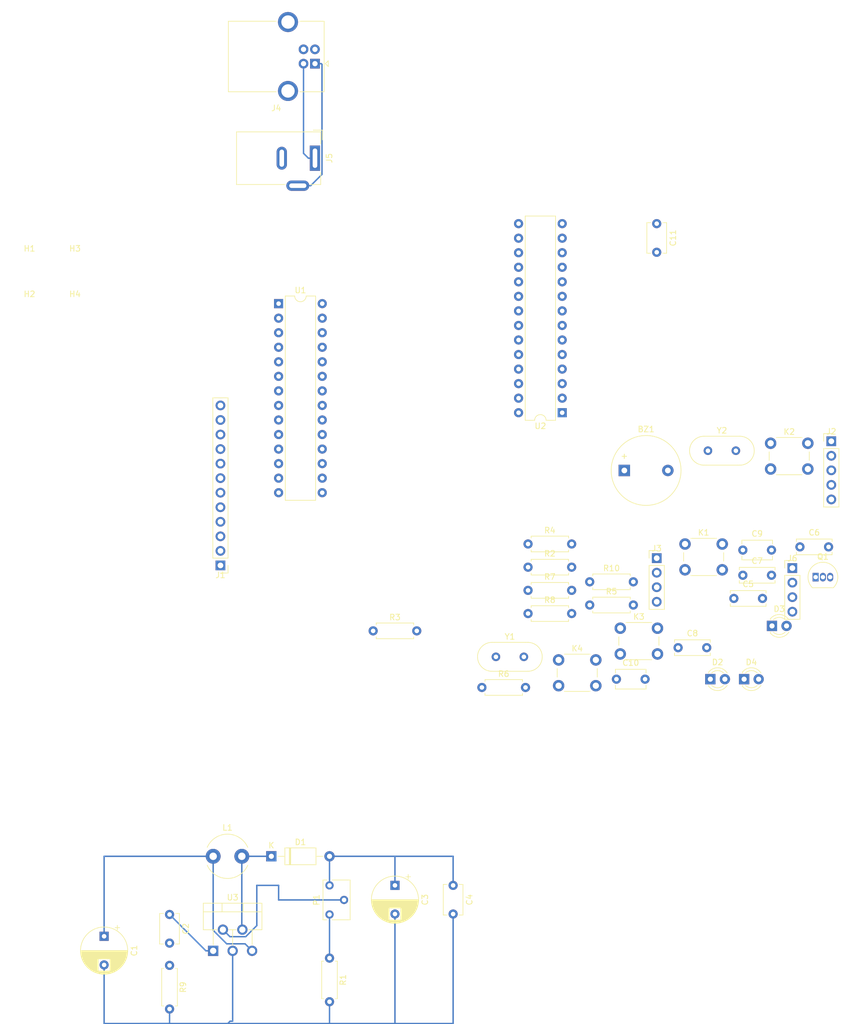
<source format=kicad_pcb>
(kicad_pcb (version 20171130) (host pcbnew 5.1.5-52549c5~86~ubuntu18.04.1)

  (general
    (thickness 1.6)
    (drawings 0)
    (tracks 48)
    (zones 0)
    (modules 48)
    (nets 62)
  )

  (page A4)
  (layers
    (0 F.Cu signal)
    (31 B.Cu signal)
    (32 B.Adhes user)
    (33 F.Adhes user)
    (34 B.Paste user)
    (35 F.Paste user)
    (36 B.SilkS user)
    (37 F.SilkS user)
    (38 B.Mask user)
    (39 F.Mask user)
    (40 Dwgs.User user)
    (41 Cmts.User user)
    (42 Eco1.User user)
    (43 Eco2.User user)
    (44 Edge.Cuts user)
    (45 Margin user)
    (46 B.CrtYd user)
    (47 F.CrtYd user)
    (48 B.Fab user)
    (49 F.Fab user)
  )

  (setup
    (last_trace_width 0.25)
    (trace_clearance 0.2)
    (zone_clearance 0.508)
    (zone_45_only no)
    (trace_min 0.2)
    (via_size 0.8)
    (via_drill 0.4)
    (via_min_size 0.4)
    (via_min_drill 0.3)
    (uvia_size 0.3)
    (uvia_drill 0.1)
    (uvias_allowed no)
    (uvia_min_size 0.2)
    (uvia_min_drill 0.1)
    (edge_width 0.05)
    (segment_width 0.2)
    (pcb_text_width 0.3)
    (pcb_text_size 1.5 1.5)
    (mod_edge_width 0.12)
    (mod_text_size 1 1)
    (mod_text_width 0.15)
    (pad_size 1.524 1.524)
    (pad_drill 0.762)
    (pad_to_mask_clearance 0.051)
    (solder_mask_min_width 0.25)
    (aux_axis_origin 0 0)
    (visible_elements FFFFFF7F)
    (pcbplotparams
      (layerselection 0x010fc_ffffffff)
      (usegerberextensions false)
      (usegerberattributes false)
      (usegerberadvancedattributes false)
      (creategerberjobfile false)
      (excludeedgelayer true)
      (linewidth 0.100000)
      (plotframeref false)
      (viasonmask false)
      (mode 1)
      (useauxorigin false)
      (hpglpennumber 1)
      (hpglpenspeed 20)
      (hpglpendiameter 15.000000)
      (psnegative false)
      (psa4output false)
      (plotreference true)
      (plotvalue true)
      (plotinvisibletext false)
      (padsonsilk false)
      (subtractmaskfromsilk false)
      (outputformat 1)
      (mirror false)
      (drillshape 1)
      (scaleselection 1)
      (outputdirectory ""))
  )

  (net 0 "")
  (net 1 +5V)
  (net 2 "Net-(BZ1-Pad2)")
  (net 3 GND)
  (net 4 "Net-(C2-Pad2)")
  (net 5 "Net-(C2-Pad1)")
  (net 6 +12V)
  (net 7 "Net-(C5-Pad1)")
  (net 8 "Net-(C6-Pad1)")
  (net 9 "Net-(C7-Pad1)")
  (net 10 "Net-(C8-Pad1)")
  (net 11 "Net-(C9-Pad1)")
  (net 12 "Net-(C10-Pad1)")
  (net 13 "Net-(C11-Pad1)")
  (net 14 "Net-(D1-Pad1)")
  (net 15 "Net-(D2-Pad2)")
  (net 16 "Net-(D3-Pad2)")
  (net 17 "Net-(D4-Pad2)")
  (net 18 /a1)
  (net 19 /a2)
  (net 20 /a3)
  (net 21 /a4)
  (net 22 /a5)
  (net 23 /a6)
  (net 24 /a7)
  (net 25 /a8)
  (net 26 /a9)
  (net 27 /a10)
  (net 28 /DRDY)
  (net 29 /SDA)
  (net 30 /SCL)
  (net 31 "Net-(J4-Pad1)")
  (net 32 /D-)
  (net 33 /D+)
  (net 34 "Net-(J4-Pad5)")
  (net 35 /TxSgn)
  (net 36 /RxSgn)
  (net 37 /Btn_ND)
  (net 38 /Btn_NL)
  (net 39 "Net-(P1-Pad2)")
  (net 40 "Net-(P1-Pad3)")
  (net 41 "Net-(Q1-Pad2)")
  (net 42 /Bzz)
  (net 43 /RxTx)
  (net 44 /TxRx)
  (net 45 "Net-(U1-Pad4)")
  (net 46 "Net-(U1-Pad19)")
  (net 47 "Net-(U2-Pad2)")
  (net 48 "Net-(U2-Pad3)")
  (net 49 "Net-(U2-Pad4)")
  (net 50 "Net-(U2-Pad5)")
  (net 51 "Net-(U2-Pad6)")
  (net 52 "Net-(U2-Pad7)")
  (net 53 "Net-(U2-Pad11)")
  (net 54 "Net-(U2-Pad12)")
  (net 55 "Net-(U2-Pad13)")
  (net 56 "Net-(U2-Pad21)")
  (net 57 "Net-(U2-Pad24)")
  (net 58 "Net-(U2-Pad25)")
  (net 59 "Net-(U2-Pad26)")
  (net 60 "Net-(U2-Pad27)")
  (net 61 "Net-(U2-Pad28)")

  (net_class Default "This is the default net class."
    (clearance 0.2)
    (trace_width 0.25)
    (via_dia 0.8)
    (via_drill 0.4)
    (uvia_dia 0.3)
    (uvia_drill 0.1)
    (add_net +12V)
    (add_net +5V)
    (add_net /Btn_ND)
    (add_net /Btn_NL)
    (add_net /Bzz)
    (add_net /D+)
    (add_net /D-)
    (add_net /DRDY)
    (add_net /RxSgn)
    (add_net /RxTx)
    (add_net /SCL)
    (add_net /SDA)
    (add_net /TxRx)
    (add_net /TxSgn)
    (add_net /a1)
    (add_net /a10)
    (add_net /a2)
    (add_net /a3)
    (add_net /a4)
    (add_net /a5)
    (add_net /a6)
    (add_net /a7)
    (add_net /a8)
    (add_net /a9)
    (add_net GND)
    (add_net "Net-(BZ1-Pad2)")
    (add_net "Net-(C10-Pad1)")
    (add_net "Net-(C11-Pad1)")
    (add_net "Net-(C2-Pad1)")
    (add_net "Net-(C2-Pad2)")
    (add_net "Net-(C5-Pad1)")
    (add_net "Net-(C6-Pad1)")
    (add_net "Net-(C7-Pad1)")
    (add_net "Net-(C8-Pad1)")
    (add_net "Net-(C9-Pad1)")
    (add_net "Net-(D1-Pad1)")
    (add_net "Net-(D2-Pad2)")
    (add_net "Net-(D3-Pad2)")
    (add_net "Net-(D4-Pad2)")
    (add_net "Net-(J4-Pad1)")
    (add_net "Net-(J4-Pad5)")
    (add_net "Net-(P1-Pad2)")
    (add_net "Net-(P1-Pad3)")
    (add_net "Net-(Q1-Pad2)")
    (add_net "Net-(U1-Pad19)")
    (add_net "Net-(U1-Pad4)")
    (add_net "Net-(U2-Pad11)")
    (add_net "Net-(U2-Pad12)")
    (add_net "Net-(U2-Pad13)")
    (add_net "Net-(U2-Pad2)")
    (add_net "Net-(U2-Pad21)")
    (add_net "Net-(U2-Pad24)")
    (add_net "Net-(U2-Pad25)")
    (add_net "Net-(U2-Pad26)")
    (add_net "Net-(U2-Pad27)")
    (add_net "Net-(U2-Pad28)")
    (add_net "Net-(U2-Pad3)")
    (add_net "Net-(U2-Pad4)")
    (add_net "Net-(U2-Pad5)")
    (add_net "Net-(U2-Pad6)")
    (add_net "Net-(U2-Pad7)")
  )

  (module Connector_PinHeader_2.54mm:PinHeader_1x04_P2.54mm_Vertical (layer F.Cu) (tedit 59FED5CC) (tstamp 5EDC4E1E)
    (at 143.51 111.76)
    (descr "Through hole straight pin header, 1x04, 2.54mm pitch, single row")
    (tags "Through hole pin header THT 1x04 2.54mm single row")
    (path /5F10BED5)
    (fp_text reference J3 (at 0 -1.695) (layer F.SilkS)
      (effects (font (size 1 1) (thickness 0.15)))
    )
    (fp_text value Conn_01x04 (at 0 5.505) (layer F.Fab)
      (effects (font (size 1 1) (thickness 0.15)))
    )
    (fp_text user %R (at 0 1.905 90) (layer F.Fab)
      (effects (font (size 1 1) (thickness 0.15)))
    )
    (fp_line (start 1.8 -1.8) (end -1.8 -1.8) (layer F.CrtYd) (width 0.05))
    (fp_line (start 1.8 9.4) (end 1.8 -1.8) (layer F.CrtYd) (width 0.05))
    (fp_line (start -1.8 9.4) (end 1.8 9.4) (layer F.CrtYd) (width 0.05))
    (fp_line (start -1.8 -1.8) (end -1.8 9.4) (layer F.CrtYd) (width 0.05))
    (fp_line (start -1.33 -1.33) (end 0 -1.33) (layer F.SilkS) (width 0.12))
    (fp_line (start -1.33 0) (end -1.33 -1.33) (layer F.SilkS) (width 0.12))
    (fp_line (start -1.33 1.27) (end 1.33 1.27) (layer F.SilkS) (width 0.12))
    (fp_line (start 1.33 1.27) (end 1.33 8.95) (layer F.SilkS) (width 0.12))
    (fp_line (start -1.33 1.27) (end -1.33 8.95) (layer F.SilkS) (width 0.12))
    (fp_line (start -1.33 8.95) (end 1.33 8.95) (layer F.SilkS) (width 0.12))
    (fp_line (start -1.27 -0.635) (end -0.635 -1.27) (layer F.Fab) (width 0.1))
    (fp_line (start -1.27 8.89) (end -1.27 -0.635) (layer F.Fab) (width 0.1))
    (fp_line (start 1.27 8.89) (end -1.27 8.89) (layer F.Fab) (width 0.1))
    (fp_line (start 1.27 -1.27) (end 1.27 8.89) (layer F.Fab) (width 0.1))
    (fp_line (start -0.635 -1.27) (end 1.27 -1.27) (layer F.Fab) (width 0.1))
    (pad 4 thru_hole oval (at 0 7.62) (size 1.7 1.7) (drill 1) (layers *.Cu *.Mask)
      (net 3 GND))
    (pad 3 thru_hole oval (at 0 5.08) (size 1.7 1.7) (drill 1) (layers *.Cu *.Mask)
      (net 30 /SCL))
    (pad 2 thru_hole oval (at 0 2.54) (size 1.7 1.7) (drill 1) (layers *.Cu *.Mask)
      (net 29 /SDA))
    (pad 1 thru_hole rect (at 0 0) (size 1.7 1.7) (drill 1) (layers *.Cu *.Mask)
      (net 1 +5V))
    (model ${KISYS3DMOD}/Connector_PinHeader_2.54mm.3dshapes/PinHeader_1x04_P2.54mm_Vertical.wrl
      (at (xyz 0 0 0))
      (scale (xyz 1 1 1))
      (rotate (xyz 0 0 0))
    )
  )

  (module Connector_PinHeader_2.54mm:PinHeader_1x04_P2.54mm_Vertical (layer F.Cu) (tedit 59FED5CC) (tstamp 5EDC4E72)
    (at 167.205001 113.495001)
    (descr "Through hole straight pin header, 1x04, 2.54mm pitch, single row")
    (tags "Through hole pin header THT 1x04 2.54mm single row")
    (path /5EEC1031)
    (fp_text reference J6 (at 0 -1.695) (layer F.SilkS)
      (effects (font (size 1 1) (thickness 0.15)))
    )
    (fp_text value Conn_01x04 (at 0 5.505) (layer F.Fab)
      (effects (font (size 1 1) (thickness 0.15)))
    )
    (fp_text user %R (at 0 1.905 90) (layer F.Fab)
      (effects (font (size 1 1) (thickness 0.15)))
    )
    (fp_line (start 1.8 -1.8) (end -1.8 -1.8) (layer F.CrtYd) (width 0.05))
    (fp_line (start 1.8 9.4) (end 1.8 -1.8) (layer F.CrtYd) (width 0.05))
    (fp_line (start -1.8 9.4) (end 1.8 9.4) (layer F.CrtYd) (width 0.05))
    (fp_line (start -1.8 -1.8) (end -1.8 9.4) (layer F.CrtYd) (width 0.05))
    (fp_line (start -1.33 -1.33) (end 0 -1.33) (layer F.SilkS) (width 0.12))
    (fp_line (start -1.33 0) (end -1.33 -1.33) (layer F.SilkS) (width 0.12))
    (fp_line (start -1.33 1.27) (end 1.33 1.27) (layer F.SilkS) (width 0.12))
    (fp_line (start 1.33 1.27) (end 1.33 8.95) (layer F.SilkS) (width 0.12))
    (fp_line (start -1.33 1.27) (end -1.33 8.95) (layer F.SilkS) (width 0.12))
    (fp_line (start -1.33 8.95) (end 1.33 8.95) (layer F.SilkS) (width 0.12))
    (fp_line (start -1.27 -0.635) (end -0.635 -1.27) (layer F.Fab) (width 0.1))
    (fp_line (start -1.27 8.89) (end -1.27 -0.635) (layer F.Fab) (width 0.1))
    (fp_line (start 1.27 8.89) (end -1.27 8.89) (layer F.Fab) (width 0.1))
    (fp_line (start 1.27 -1.27) (end 1.27 8.89) (layer F.Fab) (width 0.1))
    (fp_line (start -0.635 -1.27) (end 1.27 -1.27) (layer F.Fab) (width 0.1))
    (pad 4 thru_hole oval (at 0 7.62) (size 1.7 1.7) (drill 1) (layers *.Cu *.Mask)
      (net 3 GND))
    (pad 3 thru_hole oval (at 0 5.08) (size 1.7 1.7) (drill 1) (layers *.Cu *.Mask)
      (net 36 /RxSgn))
    (pad 2 thru_hole oval (at 0 2.54) (size 1.7 1.7) (drill 1) (layers *.Cu *.Mask)
      (net 35 /TxSgn))
    (pad 1 thru_hole rect (at 0 0) (size 1.7 1.7) (drill 1) (layers *.Cu *.Mask)
      (net 1 +5V))
    (model ${KISYS3DMOD}/Connector_PinHeader_2.54mm.3dshapes/PinHeader_1x04_P2.54mm_Vertical.wrl
      (at (xyz 0 0 0))
      (scale (xyz 1 1 1))
      (rotate (xyz 0 0 0))
    )
  )

  (module Connector_PinHeader_2.54mm:PinHeader_1x05_P2.54mm_Vertical (layer F.Cu) (tedit 59FED5CC) (tstamp 5EDC4E04)
    (at 174.005001 91.345001)
    (descr "Through hole straight pin header, 1x05, 2.54mm pitch, single row")
    (tags "Through hole pin header THT 1x05 2.54mm single row")
    (path /5F0FD4DA)
    (fp_text reference J2 (at 0 -1.695) (layer F.SilkS)
      (effects (font (size 1 1) (thickness 0.15)))
    )
    (fp_text value Conn_01x05 (at 0 6.775) (layer F.Fab)
      (effects (font (size 1 1) (thickness 0.15)))
    )
    (fp_text user %R (at 0 2.54 90) (layer F.Fab)
      (effects (font (size 1 1) (thickness 0.15)))
    )
    (fp_line (start 1.8 -1.8) (end -1.8 -1.8) (layer F.CrtYd) (width 0.05))
    (fp_line (start 1.8 11.95) (end 1.8 -1.8) (layer F.CrtYd) (width 0.05))
    (fp_line (start -1.8 11.95) (end 1.8 11.95) (layer F.CrtYd) (width 0.05))
    (fp_line (start -1.8 -1.8) (end -1.8 11.95) (layer F.CrtYd) (width 0.05))
    (fp_line (start -1.33 -1.33) (end 0 -1.33) (layer F.SilkS) (width 0.12))
    (fp_line (start -1.33 0) (end -1.33 -1.33) (layer F.SilkS) (width 0.12))
    (fp_line (start -1.33 1.27) (end 1.33 1.27) (layer F.SilkS) (width 0.12))
    (fp_line (start 1.33 1.27) (end 1.33 11.49) (layer F.SilkS) (width 0.12))
    (fp_line (start -1.33 1.27) (end -1.33 11.49) (layer F.SilkS) (width 0.12))
    (fp_line (start -1.33 11.49) (end 1.33 11.49) (layer F.SilkS) (width 0.12))
    (fp_line (start -1.27 -0.635) (end -0.635 -1.27) (layer F.Fab) (width 0.1))
    (fp_line (start -1.27 11.43) (end -1.27 -0.635) (layer F.Fab) (width 0.1))
    (fp_line (start 1.27 11.43) (end -1.27 11.43) (layer F.Fab) (width 0.1))
    (fp_line (start 1.27 -1.27) (end 1.27 11.43) (layer F.Fab) (width 0.1))
    (fp_line (start -0.635 -1.27) (end 1.27 -1.27) (layer F.Fab) (width 0.1))
    (pad 5 thru_hole oval (at 0 10.16) (size 1.7 1.7) (drill 1) (layers *.Cu *.Mask)
      (net 3 GND))
    (pad 4 thru_hole oval (at 0 7.62) (size 1.7 1.7) (drill 1) (layers *.Cu *.Mask)
      (net 30 /SCL))
    (pad 3 thru_hole oval (at 0 5.08) (size 1.7 1.7) (drill 1) (layers *.Cu *.Mask)
      (net 29 /SDA))
    (pad 2 thru_hole oval (at 0 2.54) (size 1.7 1.7) (drill 1) (layers *.Cu *.Mask)
      (net 28 /DRDY))
    (pad 1 thru_hole rect (at 0 0) (size 1.7 1.7) (drill 1) (layers *.Cu *.Mask)
      (net 1 +5V))
    (model ${KISYS3DMOD}/Connector_PinHeader_2.54mm.3dshapes/PinHeader_1x05_P2.54mm_Vertical.wrl
      (at (xyz 0 0 0))
      (scale (xyz 1 1 1))
      (rotate (xyz 0 0 0))
    )
  )

  (module Connector_PinHeader_2.54mm:PinHeader_1x12_P2.54mm_Vertical (layer F.Cu) (tedit 59FED5CC) (tstamp 5EDC5FEA)
    (at 67.31 113.03 180)
    (descr "Through hole straight pin header, 1x12, 2.54mm pitch, single row")
    (tags "Through hole pin header THT 1x12 2.54mm single row")
    (path /5F110D1D)
    (fp_text reference J1 (at 0 -1.695) (layer F.SilkS)
      (effects (font (size 1 1) (thickness 0.15)))
    )
    (fp_text value Conn_01x12 (at 0 15.665) (layer F.Fab)
      (effects (font (size 1 1) (thickness 0.15)))
    )
    (fp_text user %R (at 0 7.62 90) (layer F.Fab)
      (effects (font (size 1 1) (thickness 0.15)))
    )
    (fp_line (start 1.8 -1.8) (end -1.8 -1.8) (layer F.CrtYd) (width 0.05))
    (fp_line (start 1.8 29.75) (end 1.8 -1.8) (layer F.CrtYd) (width 0.05))
    (fp_line (start -1.8 29.75) (end 1.8 29.75) (layer F.CrtYd) (width 0.05))
    (fp_line (start -1.8 -1.8) (end -1.8 29.75) (layer F.CrtYd) (width 0.05))
    (fp_line (start -1.33 -1.33) (end 0 -1.33) (layer F.SilkS) (width 0.12))
    (fp_line (start -1.33 0) (end -1.33 -1.33) (layer F.SilkS) (width 0.12))
    (fp_line (start -1.33 1.27) (end 1.33 1.27) (layer F.SilkS) (width 0.12))
    (fp_line (start 1.33 1.27) (end 1.33 29.27) (layer F.SilkS) (width 0.12))
    (fp_line (start -1.33 1.27) (end -1.33 29.27) (layer F.SilkS) (width 0.12))
    (fp_line (start -1.33 29.27) (end 1.33 29.27) (layer F.SilkS) (width 0.12))
    (fp_line (start -1.27 -0.635) (end -0.635 -1.27) (layer F.Fab) (width 0.1))
    (fp_line (start -1.27 29.21) (end -1.27 -0.635) (layer F.Fab) (width 0.1))
    (fp_line (start 1.27 29.21) (end -1.27 29.21) (layer F.Fab) (width 0.1))
    (fp_line (start 1.27 -1.27) (end 1.27 29.21) (layer F.Fab) (width 0.1))
    (fp_line (start -0.635 -1.27) (end 1.27 -1.27) (layer F.Fab) (width 0.1))
    (pad 12 thru_hole oval (at 0 27.94 180) (size 1.7 1.7) (drill 1) (layers *.Cu *.Mask)
      (net 3 GND))
    (pad 11 thru_hole oval (at 0 25.4 180) (size 1.7 1.7) (drill 1) (layers *.Cu *.Mask)
      (net 27 /a10))
    (pad 10 thru_hole oval (at 0 22.86 180) (size 1.7 1.7) (drill 1) (layers *.Cu *.Mask)
      (net 26 /a9))
    (pad 9 thru_hole oval (at 0 20.32 180) (size 1.7 1.7) (drill 1) (layers *.Cu *.Mask)
      (net 25 /a8))
    (pad 8 thru_hole oval (at 0 17.78 180) (size 1.7 1.7) (drill 1) (layers *.Cu *.Mask)
      (net 24 /a7))
    (pad 7 thru_hole oval (at 0 15.24 180) (size 1.7 1.7) (drill 1) (layers *.Cu *.Mask)
      (net 23 /a6))
    (pad 6 thru_hole oval (at 0 12.7 180) (size 1.7 1.7) (drill 1) (layers *.Cu *.Mask)
      (net 22 /a5))
    (pad 5 thru_hole oval (at 0 10.16 180) (size 1.7 1.7) (drill 1) (layers *.Cu *.Mask)
      (net 21 /a4))
    (pad 4 thru_hole oval (at 0 7.62 180) (size 1.7 1.7) (drill 1) (layers *.Cu *.Mask)
      (net 20 /a3))
    (pad 3 thru_hole oval (at 0 5.08 180) (size 1.7 1.7) (drill 1) (layers *.Cu *.Mask)
      (net 19 /a2))
    (pad 2 thru_hole oval (at 0 2.54 180) (size 1.7 1.7) (drill 1) (layers *.Cu *.Mask)
      (net 18 /a1))
    (pad 1 thru_hole rect (at 0 0 180) (size 1.7 1.7) (drill 1) (layers *.Cu *.Mask)
      (net 6 +12V))
    (model ${KISYS3DMOD}/Connector_PinHeader_2.54mm.3dshapes/PinHeader_1x12_P2.54mm_Vertical.wrl
      (at (xyz 0 0 0))
      (scale (xyz 1 1 1))
      (rotate (xyz 0 0 0))
    )
  )

  (module Package_TO_SOT_THT:TO-220-5_P3.4x3.7mm_StaggerOdd_Lead3.8mm_Vertical locked (layer F.Cu) (tedit 5AF05A31) (tstamp 5EDC5093)
    (at 66.04 180.34)
    (descr "TO-220-5, Vertical, RM 1.7mm, Pentawatt, Multiwatt-5, staggered type-1, see http://www.analog.com/media/en/package-pcb-resources/package/pkg_pdf/ltc-legacy-to-220/to-220_5_05-08-1421.pdf?domain=www.linear.com, https://www.diodes.com/assets/Package-Files/TO220-5.pdf")
    (tags "TO-220-5 Vertical RM 1.7mm Pentawatt Multiwatt-5 staggered type-1")
    (path /5EFE77A1)
    (fp_text reference U3 (at 3.4 -9.32) (layer F.SilkS)
      (effects (font (size 1 1) (thickness 0.15)))
    )
    (fp_text value LM2577 (at 3.4 2.15) (layer F.Fab)
      (effects (font (size 1 1) (thickness 0.15)))
    )
    (fp_line (start -1.6 -8.2) (end -1.6 -3.8) (layer F.Fab) (width 0.1))
    (fp_line (start -1.6 -3.8) (end 8.4 -3.8) (layer F.Fab) (width 0.1))
    (fp_line (start 8.4 -3.8) (end 8.4 -8.2) (layer F.Fab) (width 0.1))
    (fp_line (start 8.4 -8.2) (end -1.6 -8.2) (layer F.Fab) (width 0.1))
    (fp_line (start -1.6 -6.93) (end 8.4 -6.93) (layer F.Fab) (width 0.1))
    (fp_line (start 1.55 -8.2) (end 1.55 -6.93) (layer F.Fab) (width 0.1))
    (fp_line (start 5.25 -8.2) (end 5.25 -6.93) (layer F.Fab) (width 0.1))
    (fp_line (start 0 -3.8) (end 0 0) (layer F.Fab) (width 0.1))
    (fp_line (start 1.7 -3.8) (end 1.7 -3.7) (layer F.Fab) (width 0.1))
    (fp_line (start 3.4 -3.8) (end 3.4 0) (layer F.Fab) (width 0.1))
    (fp_line (start 5.1 -3.8) (end 5.1 -3.7) (layer F.Fab) (width 0.1))
    (fp_line (start 6.8 -3.8) (end 6.8 0) (layer F.Fab) (width 0.1))
    (fp_line (start -1.721 -8.32) (end 8.52 -8.32) (layer F.SilkS) (width 0.12))
    (fp_line (start -1.721 -3.679) (end 0.635 -3.679) (layer F.SilkS) (width 0.12))
    (fp_line (start 2.765 -3.679) (end 4.035 -3.679) (layer F.SilkS) (width 0.12))
    (fp_line (start 6.165 -3.679) (end 8.52 -3.679) (layer F.SilkS) (width 0.12))
    (fp_line (start -1.721 -8.32) (end -1.721 -3.679) (layer F.SilkS) (width 0.12))
    (fp_line (start 8.52 -8.32) (end 8.52 -3.679) (layer F.SilkS) (width 0.12))
    (fp_line (start -1.721 -6.811) (end 8.52 -6.811) (layer F.SilkS) (width 0.12))
    (fp_line (start 1.55 -8.32) (end 1.55 -6.811) (layer F.SilkS) (width 0.12))
    (fp_line (start 5.25 -8.32) (end 5.25 -6.811) (layer F.SilkS) (width 0.12))
    (fp_line (start 0 -3.679) (end 0 -1.049) (layer F.SilkS) (width 0.12))
    (fp_line (start 3.4 -3.679) (end 3.4 -1.065) (layer F.SilkS) (width 0.12))
    (fp_line (start 6.8 -3.679) (end 6.8 -1.065) (layer F.SilkS) (width 0.12))
    (fp_line (start -1.85 -8.45) (end -1.85 1.15) (layer F.CrtYd) (width 0.05))
    (fp_line (start -1.85 1.15) (end 8.65 1.15) (layer F.CrtYd) (width 0.05))
    (fp_line (start 8.65 1.15) (end 8.65 -8.45) (layer F.CrtYd) (width 0.05))
    (fp_line (start 8.65 -8.45) (end -1.85 -8.45) (layer F.CrtYd) (width 0.05))
    (fp_text user %R (at 3.4 -9.32) (layer F.Fab)
      (effects (font (size 1 1) (thickness 0.15)))
    )
    (pad 1 thru_hole rect (at 0 0) (size 1.8 1.8) (drill 1.1) (layers *.Cu *.Mask)
      (net 5 "Net-(C2-Pad1)"))
    (pad 2 thru_hole oval (at 1.7 -3.7) (size 1.8 1.8) (drill 1.1) (layers *.Cu *.Mask)
      (net 39 "Net-(P1-Pad2)"))
    (pad 3 thru_hole oval (at 3.4 0) (size 1.8 1.8) (drill 1.1) (layers *.Cu *.Mask)
      (net 3 GND))
    (pad 4 thru_hole oval (at 5.1 -3.7) (size 1.8 1.8) (drill 1.1) (layers *.Cu *.Mask)
      (net 14 "Net-(D1-Pad1)"))
    (pad 5 thru_hole oval (at 6.8 0) (size 1.8 1.8) (drill 1.1) (layers *.Cu *.Mask)
      (net 1 +5V))
    (model ${KISYS3DMOD}/Package_TO_SOT_THT.3dshapes/TO-220-5_P3.4x3.7mm_StaggerOdd_Lead3.8mm_Vertical.wrl
      (at (xyz 0 0 0))
      (scale (xyz 1 1 1))
      (rotate (xyz 0 0 0))
    )
  )

  (module Buzzer_Beeper:Buzzer_12x9.5RM7.6 (layer F.Cu) (tedit 5A030281) (tstamp 5EDC4B60)
    (at 137.855001 96.445001)
    (descr "Generic Buzzer, D12mm height 9.5mm with RM7.6mm")
    (tags buzzer)
    (path /5EDEDB59)
    (fp_text reference BZ1 (at 3.8 -7.2) (layer F.SilkS)
      (effects (font (size 1 1) (thickness 0.15)))
    )
    (fp_text value "85db 2300Hz" (at 3.8 7.4) (layer F.Fab)
      (effects (font (size 1 1) (thickness 0.15)))
    )
    (fp_text user + (at -0.01 -2.54) (layer F.Fab)
      (effects (font (size 1 1) (thickness 0.15)))
    )
    (fp_text user + (at -0.01 -2.54) (layer F.SilkS)
      (effects (font (size 1 1) (thickness 0.15)))
    )
    (fp_text user %R (at 3.8 -4) (layer F.Fab)
      (effects (font (size 1 1) (thickness 0.15)))
    )
    (fp_circle (center 3.8 0) (end 10.05 0) (layer F.CrtYd) (width 0.05))
    (fp_circle (center 3.8 0) (end 9.8 0) (layer F.Fab) (width 0.1))
    (fp_circle (center 3.8 0) (end 4.8 0) (layer F.Fab) (width 0.1))
    (fp_circle (center 3.8 0) (end 9.9 0) (layer F.SilkS) (width 0.12))
    (pad 1 thru_hole rect (at 0 0) (size 2 2) (drill 1) (layers *.Cu *.Mask)
      (net 1 +5V))
    (pad 2 thru_hole circle (at 7.6 0) (size 2 2) (drill 1) (layers *.Cu *.Mask)
      (net 2 "Net-(BZ1-Pad2)"))
    (model ${KISYS3DMOD}/Buzzer_Beeper.3dshapes/Buzzer_12x9.5RM7.6.wrl
      (at (xyz 0 0 0))
      (scale (xyz 1 1 1))
      (rotate (xyz 0 0 0))
    )
  )

  (module Capacitor_THT:CP_Radial_D8.0mm_P5.00mm (layer F.Cu) (tedit 5AE50EF0) (tstamp 5EDC4C09)
    (at 46.99 177.8 270)
    (descr "CP, Radial series, Radial, pin pitch=5.00mm, , diameter=8mm, Electrolytic Capacitor")
    (tags "CP Radial series Radial pin pitch 5.00mm  diameter 8mm Electrolytic Capacitor")
    (path /5EC11980)
    (fp_text reference C1 (at 2.5 -5.25 90) (layer F.SilkS)
      (effects (font (size 1 1) (thickness 0.15)))
    )
    (fp_text value "220uF 25v" (at 2.5 5.25 90) (layer F.Fab)
      (effects (font (size 1 1) (thickness 0.15)))
    )
    (fp_circle (center 2.5 0) (end 6.5 0) (layer F.Fab) (width 0.1))
    (fp_circle (center 2.5 0) (end 6.62 0) (layer F.SilkS) (width 0.12))
    (fp_circle (center 2.5 0) (end 6.75 0) (layer F.CrtYd) (width 0.05))
    (fp_line (start -0.926759 -1.7475) (end -0.126759 -1.7475) (layer F.Fab) (width 0.1))
    (fp_line (start -0.526759 -2.1475) (end -0.526759 -1.3475) (layer F.Fab) (width 0.1))
    (fp_line (start 2.5 -4.08) (end 2.5 4.08) (layer F.SilkS) (width 0.12))
    (fp_line (start 2.54 -4.08) (end 2.54 4.08) (layer F.SilkS) (width 0.12))
    (fp_line (start 2.58 -4.08) (end 2.58 4.08) (layer F.SilkS) (width 0.12))
    (fp_line (start 2.62 -4.079) (end 2.62 4.079) (layer F.SilkS) (width 0.12))
    (fp_line (start 2.66 -4.077) (end 2.66 4.077) (layer F.SilkS) (width 0.12))
    (fp_line (start 2.7 -4.076) (end 2.7 4.076) (layer F.SilkS) (width 0.12))
    (fp_line (start 2.74 -4.074) (end 2.74 4.074) (layer F.SilkS) (width 0.12))
    (fp_line (start 2.78 -4.071) (end 2.78 4.071) (layer F.SilkS) (width 0.12))
    (fp_line (start 2.82 -4.068) (end 2.82 4.068) (layer F.SilkS) (width 0.12))
    (fp_line (start 2.86 -4.065) (end 2.86 4.065) (layer F.SilkS) (width 0.12))
    (fp_line (start 2.9 -4.061) (end 2.9 4.061) (layer F.SilkS) (width 0.12))
    (fp_line (start 2.94 -4.057) (end 2.94 4.057) (layer F.SilkS) (width 0.12))
    (fp_line (start 2.98 -4.052) (end 2.98 4.052) (layer F.SilkS) (width 0.12))
    (fp_line (start 3.02 -4.048) (end 3.02 4.048) (layer F.SilkS) (width 0.12))
    (fp_line (start 3.06 -4.042) (end 3.06 4.042) (layer F.SilkS) (width 0.12))
    (fp_line (start 3.1 -4.037) (end 3.1 4.037) (layer F.SilkS) (width 0.12))
    (fp_line (start 3.14 -4.03) (end 3.14 4.03) (layer F.SilkS) (width 0.12))
    (fp_line (start 3.18 -4.024) (end 3.18 4.024) (layer F.SilkS) (width 0.12))
    (fp_line (start 3.221 -4.017) (end 3.221 4.017) (layer F.SilkS) (width 0.12))
    (fp_line (start 3.261 -4.01) (end 3.261 4.01) (layer F.SilkS) (width 0.12))
    (fp_line (start 3.301 -4.002) (end 3.301 4.002) (layer F.SilkS) (width 0.12))
    (fp_line (start 3.341 -3.994) (end 3.341 3.994) (layer F.SilkS) (width 0.12))
    (fp_line (start 3.381 -3.985) (end 3.381 3.985) (layer F.SilkS) (width 0.12))
    (fp_line (start 3.421 -3.976) (end 3.421 3.976) (layer F.SilkS) (width 0.12))
    (fp_line (start 3.461 -3.967) (end 3.461 3.967) (layer F.SilkS) (width 0.12))
    (fp_line (start 3.501 -3.957) (end 3.501 3.957) (layer F.SilkS) (width 0.12))
    (fp_line (start 3.541 -3.947) (end 3.541 3.947) (layer F.SilkS) (width 0.12))
    (fp_line (start 3.581 -3.936) (end 3.581 3.936) (layer F.SilkS) (width 0.12))
    (fp_line (start 3.621 -3.925) (end 3.621 3.925) (layer F.SilkS) (width 0.12))
    (fp_line (start 3.661 -3.914) (end 3.661 3.914) (layer F.SilkS) (width 0.12))
    (fp_line (start 3.701 -3.902) (end 3.701 3.902) (layer F.SilkS) (width 0.12))
    (fp_line (start 3.741 -3.889) (end 3.741 3.889) (layer F.SilkS) (width 0.12))
    (fp_line (start 3.781 -3.877) (end 3.781 3.877) (layer F.SilkS) (width 0.12))
    (fp_line (start 3.821 -3.863) (end 3.821 3.863) (layer F.SilkS) (width 0.12))
    (fp_line (start 3.861 -3.85) (end 3.861 3.85) (layer F.SilkS) (width 0.12))
    (fp_line (start 3.901 -3.835) (end 3.901 3.835) (layer F.SilkS) (width 0.12))
    (fp_line (start 3.941 -3.821) (end 3.941 3.821) (layer F.SilkS) (width 0.12))
    (fp_line (start 3.981 -3.805) (end 3.981 -1.04) (layer F.SilkS) (width 0.12))
    (fp_line (start 3.981 1.04) (end 3.981 3.805) (layer F.SilkS) (width 0.12))
    (fp_line (start 4.021 -3.79) (end 4.021 -1.04) (layer F.SilkS) (width 0.12))
    (fp_line (start 4.021 1.04) (end 4.021 3.79) (layer F.SilkS) (width 0.12))
    (fp_line (start 4.061 -3.774) (end 4.061 -1.04) (layer F.SilkS) (width 0.12))
    (fp_line (start 4.061 1.04) (end 4.061 3.774) (layer F.SilkS) (width 0.12))
    (fp_line (start 4.101 -3.757) (end 4.101 -1.04) (layer F.SilkS) (width 0.12))
    (fp_line (start 4.101 1.04) (end 4.101 3.757) (layer F.SilkS) (width 0.12))
    (fp_line (start 4.141 -3.74) (end 4.141 -1.04) (layer F.SilkS) (width 0.12))
    (fp_line (start 4.141 1.04) (end 4.141 3.74) (layer F.SilkS) (width 0.12))
    (fp_line (start 4.181 -3.722) (end 4.181 -1.04) (layer F.SilkS) (width 0.12))
    (fp_line (start 4.181 1.04) (end 4.181 3.722) (layer F.SilkS) (width 0.12))
    (fp_line (start 4.221 -3.704) (end 4.221 -1.04) (layer F.SilkS) (width 0.12))
    (fp_line (start 4.221 1.04) (end 4.221 3.704) (layer F.SilkS) (width 0.12))
    (fp_line (start 4.261 -3.686) (end 4.261 -1.04) (layer F.SilkS) (width 0.12))
    (fp_line (start 4.261 1.04) (end 4.261 3.686) (layer F.SilkS) (width 0.12))
    (fp_line (start 4.301 -3.666) (end 4.301 -1.04) (layer F.SilkS) (width 0.12))
    (fp_line (start 4.301 1.04) (end 4.301 3.666) (layer F.SilkS) (width 0.12))
    (fp_line (start 4.341 -3.647) (end 4.341 -1.04) (layer F.SilkS) (width 0.12))
    (fp_line (start 4.341 1.04) (end 4.341 3.647) (layer F.SilkS) (width 0.12))
    (fp_line (start 4.381 -3.627) (end 4.381 -1.04) (layer F.SilkS) (width 0.12))
    (fp_line (start 4.381 1.04) (end 4.381 3.627) (layer F.SilkS) (width 0.12))
    (fp_line (start 4.421 -3.606) (end 4.421 -1.04) (layer F.SilkS) (width 0.12))
    (fp_line (start 4.421 1.04) (end 4.421 3.606) (layer F.SilkS) (width 0.12))
    (fp_line (start 4.461 -3.584) (end 4.461 -1.04) (layer F.SilkS) (width 0.12))
    (fp_line (start 4.461 1.04) (end 4.461 3.584) (layer F.SilkS) (width 0.12))
    (fp_line (start 4.501 -3.562) (end 4.501 -1.04) (layer F.SilkS) (width 0.12))
    (fp_line (start 4.501 1.04) (end 4.501 3.562) (layer F.SilkS) (width 0.12))
    (fp_line (start 4.541 -3.54) (end 4.541 -1.04) (layer F.SilkS) (width 0.12))
    (fp_line (start 4.541 1.04) (end 4.541 3.54) (layer F.SilkS) (width 0.12))
    (fp_line (start 4.581 -3.517) (end 4.581 -1.04) (layer F.SilkS) (width 0.12))
    (fp_line (start 4.581 1.04) (end 4.581 3.517) (layer F.SilkS) (width 0.12))
    (fp_line (start 4.621 -3.493) (end 4.621 -1.04) (layer F.SilkS) (width 0.12))
    (fp_line (start 4.621 1.04) (end 4.621 3.493) (layer F.SilkS) (width 0.12))
    (fp_line (start 4.661 -3.469) (end 4.661 -1.04) (layer F.SilkS) (width 0.12))
    (fp_line (start 4.661 1.04) (end 4.661 3.469) (layer F.SilkS) (width 0.12))
    (fp_line (start 4.701 -3.444) (end 4.701 -1.04) (layer F.SilkS) (width 0.12))
    (fp_line (start 4.701 1.04) (end 4.701 3.444) (layer F.SilkS) (width 0.12))
    (fp_line (start 4.741 -3.418) (end 4.741 -1.04) (layer F.SilkS) (width 0.12))
    (fp_line (start 4.741 1.04) (end 4.741 3.418) (layer F.SilkS) (width 0.12))
    (fp_line (start 4.781 -3.392) (end 4.781 -1.04) (layer F.SilkS) (width 0.12))
    (fp_line (start 4.781 1.04) (end 4.781 3.392) (layer F.SilkS) (width 0.12))
    (fp_line (start 4.821 -3.365) (end 4.821 -1.04) (layer F.SilkS) (width 0.12))
    (fp_line (start 4.821 1.04) (end 4.821 3.365) (layer F.SilkS) (width 0.12))
    (fp_line (start 4.861 -3.338) (end 4.861 -1.04) (layer F.SilkS) (width 0.12))
    (fp_line (start 4.861 1.04) (end 4.861 3.338) (layer F.SilkS) (width 0.12))
    (fp_line (start 4.901 -3.309) (end 4.901 -1.04) (layer F.SilkS) (width 0.12))
    (fp_line (start 4.901 1.04) (end 4.901 3.309) (layer F.SilkS) (width 0.12))
    (fp_line (start 4.941 -3.28) (end 4.941 -1.04) (layer F.SilkS) (width 0.12))
    (fp_line (start 4.941 1.04) (end 4.941 3.28) (layer F.SilkS) (width 0.12))
    (fp_line (start 4.981 -3.25) (end 4.981 -1.04) (layer F.SilkS) (width 0.12))
    (fp_line (start 4.981 1.04) (end 4.981 3.25) (layer F.SilkS) (width 0.12))
    (fp_line (start 5.021 -3.22) (end 5.021 -1.04) (layer F.SilkS) (width 0.12))
    (fp_line (start 5.021 1.04) (end 5.021 3.22) (layer F.SilkS) (width 0.12))
    (fp_line (start 5.061 -3.189) (end 5.061 -1.04) (layer F.SilkS) (width 0.12))
    (fp_line (start 5.061 1.04) (end 5.061 3.189) (layer F.SilkS) (width 0.12))
    (fp_line (start 5.101 -3.156) (end 5.101 -1.04) (layer F.SilkS) (width 0.12))
    (fp_line (start 5.101 1.04) (end 5.101 3.156) (layer F.SilkS) (width 0.12))
    (fp_line (start 5.141 -3.124) (end 5.141 -1.04) (layer F.SilkS) (width 0.12))
    (fp_line (start 5.141 1.04) (end 5.141 3.124) (layer F.SilkS) (width 0.12))
    (fp_line (start 5.181 -3.09) (end 5.181 -1.04) (layer F.SilkS) (width 0.12))
    (fp_line (start 5.181 1.04) (end 5.181 3.09) (layer F.SilkS) (width 0.12))
    (fp_line (start 5.221 -3.055) (end 5.221 -1.04) (layer F.SilkS) (width 0.12))
    (fp_line (start 5.221 1.04) (end 5.221 3.055) (layer F.SilkS) (width 0.12))
    (fp_line (start 5.261 -3.019) (end 5.261 -1.04) (layer F.SilkS) (width 0.12))
    (fp_line (start 5.261 1.04) (end 5.261 3.019) (layer F.SilkS) (width 0.12))
    (fp_line (start 5.301 -2.983) (end 5.301 -1.04) (layer F.SilkS) (width 0.12))
    (fp_line (start 5.301 1.04) (end 5.301 2.983) (layer F.SilkS) (width 0.12))
    (fp_line (start 5.341 -2.945) (end 5.341 -1.04) (layer F.SilkS) (width 0.12))
    (fp_line (start 5.341 1.04) (end 5.341 2.945) (layer F.SilkS) (width 0.12))
    (fp_line (start 5.381 -2.907) (end 5.381 -1.04) (layer F.SilkS) (width 0.12))
    (fp_line (start 5.381 1.04) (end 5.381 2.907) (layer F.SilkS) (width 0.12))
    (fp_line (start 5.421 -2.867) (end 5.421 -1.04) (layer F.SilkS) (width 0.12))
    (fp_line (start 5.421 1.04) (end 5.421 2.867) (layer F.SilkS) (width 0.12))
    (fp_line (start 5.461 -2.826) (end 5.461 -1.04) (layer F.SilkS) (width 0.12))
    (fp_line (start 5.461 1.04) (end 5.461 2.826) (layer F.SilkS) (width 0.12))
    (fp_line (start 5.501 -2.784) (end 5.501 -1.04) (layer F.SilkS) (width 0.12))
    (fp_line (start 5.501 1.04) (end 5.501 2.784) (layer F.SilkS) (width 0.12))
    (fp_line (start 5.541 -2.741) (end 5.541 -1.04) (layer F.SilkS) (width 0.12))
    (fp_line (start 5.541 1.04) (end 5.541 2.741) (layer F.SilkS) (width 0.12))
    (fp_line (start 5.581 -2.697) (end 5.581 -1.04) (layer F.SilkS) (width 0.12))
    (fp_line (start 5.581 1.04) (end 5.581 2.697) (layer F.SilkS) (width 0.12))
    (fp_line (start 5.621 -2.651) (end 5.621 -1.04) (layer F.SilkS) (width 0.12))
    (fp_line (start 5.621 1.04) (end 5.621 2.651) (layer F.SilkS) (width 0.12))
    (fp_line (start 5.661 -2.604) (end 5.661 -1.04) (layer F.SilkS) (width 0.12))
    (fp_line (start 5.661 1.04) (end 5.661 2.604) (layer F.SilkS) (width 0.12))
    (fp_line (start 5.701 -2.556) (end 5.701 -1.04) (layer F.SilkS) (width 0.12))
    (fp_line (start 5.701 1.04) (end 5.701 2.556) (layer F.SilkS) (width 0.12))
    (fp_line (start 5.741 -2.505) (end 5.741 -1.04) (layer F.SilkS) (width 0.12))
    (fp_line (start 5.741 1.04) (end 5.741 2.505) (layer F.SilkS) (width 0.12))
    (fp_line (start 5.781 -2.454) (end 5.781 -1.04) (layer F.SilkS) (width 0.12))
    (fp_line (start 5.781 1.04) (end 5.781 2.454) (layer F.SilkS) (width 0.12))
    (fp_line (start 5.821 -2.4) (end 5.821 -1.04) (layer F.SilkS) (width 0.12))
    (fp_line (start 5.821 1.04) (end 5.821 2.4) (layer F.SilkS) (width 0.12))
    (fp_line (start 5.861 -2.345) (end 5.861 -1.04) (layer F.SilkS) (width 0.12))
    (fp_line (start 5.861 1.04) (end 5.861 2.345) (layer F.SilkS) (width 0.12))
    (fp_line (start 5.901 -2.287) (end 5.901 -1.04) (layer F.SilkS) (width 0.12))
    (fp_line (start 5.901 1.04) (end 5.901 2.287) (layer F.SilkS) (width 0.12))
    (fp_line (start 5.941 -2.228) (end 5.941 -1.04) (layer F.SilkS) (width 0.12))
    (fp_line (start 5.941 1.04) (end 5.941 2.228) (layer F.SilkS) (width 0.12))
    (fp_line (start 5.981 -2.166) (end 5.981 -1.04) (layer F.SilkS) (width 0.12))
    (fp_line (start 5.981 1.04) (end 5.981 2.166) (layer F.SilkS) (width 0.12))
    (fp_line (start 6.021 -2.102) (end 6.021 -1.04) (layer F.SilkS) (width 0.12))
    (fp_line (start 6.021 1.04) (end 6.021 2.102) (layer F.SilkS) (width 0.12))
    (fp_line (start 6.061 -2.034) (end 6.061 2.034) (layer F.SilkS) (width 0.12))
    (fp_line (start 6.101 -1.964) (end 6.101 1.964) (layer F.SilkS) (width 0.12))
    (fp_line (start 6.141 -1.89) (end 6.141 1.89) (layer F.SilkS) (width 0.12))
    (fp_line (start 6.181 -1.813) (end 6.181 1.813) (layer F.SilkS) (width 0.12))
    (fp_line (start 6.221 -1.731) (end 6.221 1.731) (layer F.SilkS) (width 0.12))
    (fp_line (start 6.261 -1.645) (end 6.261 1.645) (layer F.SilkS) (width 0.12))
    (fp_line (start 6.301 -1.552) (end 6.301 1.552) (layer F.SilkS) (width 0.12))
    (fp_line (start 6.341 -1.453) (end 6.341 1.453) (layer F.SilkS) (width 0.12))
    (fp_line (start 6.381 -1.346) (end 6.381 1.346) (layer F.SilkS) (width 0.12))
    (fp_line (start 6.421 -1.229) (end 6.421 1.229) (layer F.SilkS) (width 0.12))
    (fp_line (start 6.461 -1.098) (end 6.461 1.098) (layer F.SilkS) (width 0.12))
    (fp_line (start 6.501 -0.948) (end 6.501 0.948) (layer F.SilkS) (width 0.12))
    (fp_line (start 6.541 -0.768) (end 6.541 0.768) (layer F.SilkS) (width 0.12))
    (fp_line (start 6.581 -0.533) (end 6.581 0.533) (layer F.SilkS) (width 0.12))
    (fp_line (start -1.909698 -2.315) (end -1.109698 -2.315) (layer F.SilkS) (width 0.12))
    (fp_line (start -1.509698 -2.715) (end -1.509698 -1.915) (layer F.SilkS) (width 0.12))
    (fp_text user %R (at 2.5 0 90) (layer F.Fab)
      (effects (font (size 1 1) (thickness 0.15)))
    )
    (pad 1 thru_hole rect (at 0 0 270) (size 1.6 1.6) (drill 0.8) (layers *.Cu *.Mask)
      (net 1 +5V))
    (pad 2 thru_hole circle (at 5 0 270) (size 1.6 1.6) (drill 0.8) (layers *.Cu *.Mask)
      (net 3 GND))
    (model ${KISYS3DMOD}/Capacitor_THT.3dshapes/CP_Radial_D8.0mm_P5.00mm.wrl
      (at (xyz 0 0 0))
      (scale (xyz 1 1 1))
      (rotate (xyz 0 0 0))
    )
  )

  (module Capacitor_THT:C_Disc_D5.1mm_W3.2mm_P5.00mm (layer F.Cu) (tedit 5AE50EF0) (tstamp 5EDC4C1E)
    (at 58.42 173.99 270)
    (descr "C, Disc series, Radial, pin pitch=5.00mm, , diameter*width=5.1*3.2mm^2, Capacitor, http://www.vishay.com/docs/45233/krseries.pdf")
    (tags "C Disc series Radial pin pitch 5.00mm  diameter 5.1mm width 3.2mm Capacitor")
    (path /5EC1198A)
    (fp_text reference C2 (at 2.5 -2.85 90) (layer F.SilkS)
      (effects (font (size 1 1) (thickness 0.15)))
    )
    (fp_text value 330nF (at 2.5 2.85 90) (layer F.Fab)
      (effects (font (size 1 1) (thickness 0.15)))
    )
    (fp_text user %R (at 2.5 0 90) (layer F.Fab)
      (effects (font (size 1 1) (thickness 0.15)))
    )
    (fp_line (start 6.05 -1.85) (end -1.05 -1.85) (layer F.CrtYd) (width 0.05))
    (fp_line (start 6.05 1.85) (end 6.05 -1.85) (layer F.CrtYd) (width 0.05))
    (fp_line (start -1.05 1.85) (end 6.05 1.85) (layer F.CrtYd) (width 0.05))
    (fp_line (start -1.05 -1.85) (end -1.05 1.85) (layer F.CrtYd) (width 0.05))
    (fp_line (start 5.17 1.055) (end 5.17 1.721) (layer F.SilkS) (width 0.12))
    (fp_line (start 5.17 -1.721) (end 5.17 -1.055) (layer F.SilkS) (width 0.12))
    (fp_line (start -0.17 1.055) (end -0.17 1.721) (layer F.SilkS) (width 0.12))
    (fp_line (start -0.17 -1.721) (end -0.17 -1.055) (layer F.SilkS) (width 0.12))
    (fp_line (start -0.17 1.721) (end 5.17 1.721) (layer F.SilkS) (width 0.12))
    (fp_line (start -0.17 -1.721) (end 5.17 -1.721) (layer F.SilkS) (width 0.12))
    (fp_line (start 5.05 -1.6) (end -0.05 -1.6) (layer F.Fab) (width 0.1))
    (fp_line (start 5.05 1.6) (end 5.05 -1.6) (layer F.Fab) (width 0.1))
    (fp_line (start -0.05 1.6) (end 5.05 1.6) (layer F.Fab) (width 0.1))
    (fp_line (start -0.05 -1.6) (end -0.05 1.6) (layer F.Fab) (width 0.1))
    (pad 2 thru_hole circle (at 5 0 270) (size 1.6 1.6) (drill 0.8) (layers *.Cu *.Mask)
      (net 4 "Net-(C2-Pad2)"))
    (pad 1 thru_hole circle (at 0 0 270) (size 1.6 1.6) (drill 0.8) (layers *.Cu *.Mask)
      (net 5 "Net-(C2-Pad1)"))
    (model ${KISYS3DMOD}/Capacitor_THT.3dshapes/C_Disc_D5.1mm_W3.2mm_P5.00mm.wrl
      (at (xyz 0 0 0))
      (scale (xyz 1 1 1))
      (rotate (xyz 0 0 0))
    )
  )

  (module Capacitor_THT:CP_Radial_D8.0mm_P5.00mm (layer F.Cu) (tedit 5AE50EF0) (tstamp 5EDC4CC7)
    (at 97.79 168.91 270)
    (descr "CP, Radial series, Radial, pin pitch=5.00mm, , diameter=8mm, Electrolytic Capacitor")
    (tags "CP Radial series Radial pin pitch 5.00mm  diameter 8mm Electrolytic Capacitor")
    (path /5EC081DA)
    (fp_text reference C3 (at 2.5 -5.25 90) (layer F.SilkS)
      (effects (font (size 1 1) (thickness 0.15)))
    )
    (fp_text value "220uF 25v" (at 2.5 5.25 90) (layer F.Fab)
      (effects (font (size 1 1) (thickness 0.15)))
    )
    (fp_text user %R (at 2.5 0 90) (layer F.Fab)
      (effects (font (size 1 1) (thickness 0.15)))
    )
    (fp_line (start -1.509698 -2.715) (end -1.509698 -1.915) (layer F.SilkS) (width 0.12))
    (fp_line (start -1.909698 -2.315) (end -1.109698 -2.315) (layer F.SilkS) (width 0.12))
    (fp_line (start 6.581 -0.533) (end 6.581 0.533) (layer F.SilkS) (width 0.12))
    (fp_line (start 6.541 -0.768) (end 6.541 0.768) (layer F.SilkS) (width 0.12))
    (fp_line (start 6.501 -0.948) (end 6.501 0.948) (layer F.SilkS) (width 0.12))
    (fp_line (start 6.461 -1.098) (end 6.461 1.098) (layer F.SilkS) (width 0.12))
    (fp_line (start 6.421 -1.229) (end 6.421 1.229) (layer F.SilkS) (width 0.12))
    (fp_line (start 6.381 -1.346) (end 6.381 1.346) (layer F.SilkS) (width 0.12))
    (fp_line (start 6.341 -1.453) (end 6.341 1.453) (layer F.SilkS) (width 0.12))
    (fp_line (start 6.301 -1.552) (end 6.301 1.552) (layer F.SilkS) (width 0.12))
    (fp_line (start 6.261 -1.645) (end 6.261 1.645) (layer F.SilkS) (width 0.12))
    (fp_line (start 6.221 -1.731) (end 6.221 1.731) (layer F.SilkS) (width 0.12))
    (fp_line (start 6.181 -1.813) (end 6.181 1.813) (layer F.SilkS) (width 0.12))
    (fp_line (start 6.141 -1.89) (end 6.141 1.89) (layer F.SilkS) (width 0.12))
    (fp_line (start 6.101 -1.964) (end 6.101 1.964) (layer F.SilkS) (width 0.12))
    (fp_line (start 6.061 -2.034) (end 6.061 2.034) (layer F.SilkS) (width 0.12))
    (fp_line (start 6.021 1.04) (end 6.021 2.102) (layer F.SilkS) (width 0.12))
    (fp_line (start 6.021 -2.102) (end 6.021 -1.04) (layer F.SilkS) (width 0.12))
    (fp_line (start 5.981 1.04) (end 5.981 2.166) (layer F.SilkS) (width 0.12))
    (fp_line (start 5.981 -2.166) (end 5.981 -1.04) (layer F.SilkS) (width 0.12))
    (fp_line (start 5.941 1.04) (end 5.941 2.228) (layer F.SilkS) (width 0.12))
    (fp_line (start 5.941 -2.228) (end 5.941 -1.04) (layer F.SilkS) (width 0.12))
    (fp_line (start 5.901 1.04) (end 5.901 2.287) (layer F.SilkS) (width 0.12))
    (fp_line (start 5.901 -2.287) (end 5.901 -1.04) (layer F.SilkS) (width 0.12))
    (fp_line (start 5.861 1.04) (end 5.861 2.345) (layer F.SilkS) (width 0.12))
    (fp_line (start 5.861 -2.345) (end 5.861 -1.04) (layer F.SilkS) (width 0.12))
    (fp_line (start 5.821 1.04) (end 5.821 2.4) (layer F.SilkS) (width 0.12))
    (fp_line (start 5.821 -2.4) (end 5.821 -1.04) (layer F.SilkS) (width 0.12))
    (fp_line (start 5.781 1.04) (end 5.781 2.454) (layer F.SilkS) (width 0.12))
    (fp_line (start 5.781 -2.454) (end 5.781 -1.04) (layer F.SilkS) (width 0.12))
    (fp_line (start 5.741 1.04) (end 5.741 2.505) (layer F.SilkS) (width 0.12))
    (fp_line (start 5.741 -2.505) (end 5.741 -1.04) (layer F.SilkS) (width 0.12))
    (fp_line (start 5.701 1.04) (end 5.701 2.556) (layer F.SilkS) (width 0.12))
    (fp_line (start 5.701 -2.556) (end 5.701 -1.04) (layer F.SilkS) (width 0.12))
    (fp_line (start 5.661 1.04) (end 5.661 2.604) (layer F.SilkS) (width 0.12))
    (fp_line (start 5.661 -2.604) (end 5.661 -1.04) (layer F.SilkS) (width 0.12))
    (fp_line (start 5.621 1.04) (end 5.621 2.651) (layer F.SilkS) (width 0.12))
    (fp_line (start 5.621 -2.651) (end 5.621 -1.04) (layer F.SilkS) (width 0.12))
    (fp_line (start 5.581 1.04) (end 5.581 2.697) (layer F.SilkS) (width 0.12))
    (fp_line (start 5.581 -2.697) (end 5.581 -1.04) (layer F.SilkS) (width 0.12))
    (fp_line (start 5.541 1.04) (end 5.541 2.741) (layer F.SilkS) (width 0.12))
    (fp_line (start 5.541 -2.741) (end 5.541 -1.04) (layer F.SilkS) (width 0.12))
    (fp_line (start 5.501 1.04) (end 5.501 2.784) (layer F.SilkS) (width 0.12))
    (fp_line (start 5.501 -2.784) (end 5.501 -1.04) (layer F.SilkS) (width 0.12))
    (fp_line (start 5.461 1.04) (end 5.461 2.826) (layer F.SilkS) (width 0.12))
    (fp_line (start 5.461 -2.826) (end 5.461 -1.04) (layer F.SilkS) (width 0.12))
    (fp_line (start 5.421 1.04) (end 5.421 2.867) (layer F.SilkS) (width 0.12))
    (fp_line (start 5.421 -2.867) (end 5.421 -1.04) (layer F.SilkS) (width 0.12))
    (fp_line (start 5.381 1.04) (end 5.381 2.907) (layer F.SilkS) (width 0.12))
    (fp_line (start 5.381 -2.907) (end 5.381 -1.04) (layer F.SilkS) (width 0.12))
    (fp_line (start 5.341 1.04) (end 5.341 2.945) (layer F.SilkS) (width 0.12))
    (fp_line (start 5.341 -2.945) (end 5.341 -1.04) (layer F.SilkS) (width 0.12))
    (fp_line (start 5.301 1.04) (end 5.301 2.983) (layer F.SilkS) (width 0.12))
    (fp_line (start 5.301 -2.983) (end 5.301 -1.04) (layer F.SilkS) (width 0.12))
    (fp_line (start 5.261 1.04) (end 5.261 3.019) (layer F.SilkS) (width 0.12))
    (fp_line (start 5.261 -3.019) (end 5.261 -1.04) (layer F.SilkS) (width 0.12))
    (fp_line (start 5.221 1.04) (end 5.221 3.055) (layer F.SilkS) (width 0.12))
    (fp_line (start 5.221 -3.055) (end 5.221 -1.04) (layer F.SilkS) (width 0.12))
    (fp_line (start 5.181 1.04) (end 5.181 3.09) (layer F.SilkS) (width 0.12))
    (fp_line (start 5.181 -3.09) (end 5.181 -1.04) (layer F.SilkS) (width 0.12))
    (fp_line (start 5.141 1.04) (end 5.141 3.124) (layer F.SilkS) (width 0.12))
    (fp_line (start 5.141 -3.124) (end 5.141 -1.04) (layer F.SilkS) (width 0.12))
    (fp_line (start 5.101 1.04) (end 5.101 3.156) (layer F.SilkS) (width 0.12))
    (fp_line (start 5.101 -3.156) (end 5.101 -1.04) (layer F.SilkS) (width 0.12))
    (fp_line (start 5.061 1.04) (end 5.061 3.189) (layer F.SilkS) (width 0.12))
    (fp_line (start 5.061 -3.189) (end 5.061 -1.04) (layer F.SilkS) (width 0.12))
    (fp_line (start 5.021 1.04) (end 5.021 3.22) (layer F.SilkS) (width 0.12))
    (fp_line (start 5.021 -3.22) (end 5.021 -1.04) (layer F.SilkS) (width 0.12))
    (fp_line (start 4.981 1.04) (end 4.981 3.25) (layer F.SilkS) (width 0.12))
    (fp_line (start 4.981 -3.25) (end 4.981 -1.04) (layer F.SilkS) (width 0.12))
    (fp_line (start 4.941 1.04) (end 4.941 3.28) (layer F.SilkS) (width 0.12))
    (fp_line (start 4.941 -3.28) (end 4.941 -1.04) (layer F.SilkS) (width 0.12))
    (fp_line (start 4.901 1.04) (end 4.901 3.309) (layer F.SilkS) (width 0.12))
    (fp_line (start 4.901 -3.309) (end 4.901 -1.04) (layer F.SilkS) (width 0.12))
    (fp_line (start 4.861 1.04) (end 4.861 3.338) (layer F.SilkS) (width 0.12))
    (fp_line (start 4.861 -3.338) (end 4.861 -1.04) (layer F.SilkS) (width 0.12))
    (fp_line (start 4.821 1.04) (end 4.821 3.365) (layer F.SilkS) (width 0.12))
    (fp_line (start 4.821 -3.365) (end 4.821 -1.04) (layer F.SilkS) (width 0.12))
    (fp_line (start 4.781 1.04) (end 4.781 3.392) (layer F.SilkS) (width 0.12))
    (fp_line (start 4.781 -3.392) (end 4.781 -1.04) (layer F.SilkS) (width 0.12))
    (fp_line (start 4.741 1.04) (end 4.741 3.418) (layer F.SilkS) (width 0.12))
    (fp_line (start 4.741 -3.418) (end 4.741 -1.04) (layer F.SilkS) (width 0.12))
    (fp_line (start 4.701 1.04) (end 4.701 3.444) (layer F.SilkS) (width 0.12))
    (fp_line (start 4.701 -3.444) (end 4.701 -1.04) (layer F.SilkS) (width 0.12))
    (fp_line (start 4.661 1.04) (end 4.661 3.469) (layer F.SilkS) (width 0.12))
    (fp_line (start 4.661 -3.469) (end 4.661 -1.04) (layer F.SilkS) (width 0.12))
    (fp_line (start 4.621 1.04) (end 4.621 3.493) (layer F.SilkS) (width 0.12))
    (fp_line (start 4.621 -3.493) (end 4.621 -1.04) (layer F.SilkS) (width 0.12))
    (fp_line (start 4.581 1.04) (end 4.581 3.517) (layer F.SilkS) (width 0.12))
    (fp_line (start 4.581 -3.517) (end 4.581 -1.04) (layer F.SilkS) (width 0.12))
    (fp_line (start 4.541 1.04) (end 4.541 3.54) (layer F.SilkS) (width 0.12))
    (fp_line (start 4.541 -3.54) (end 4.541 -1.04) (layer F.SilkS) (width 0.12))
    (fp_line (start 4.501 1.04) (end 4.501 3.562) (layer F.SilkS) (width 0.12))
    (fp_line (start 4.501 -3.562) (end 4.501 -1.04) (layer F.SilkS) (width 0.12))
    (fp_line (start 4.461 1.04) (end 4.461 3.584) (layer F.SilkS) (width 0.12))
    (fp_line (start 4.461 -3.584) (end 4.461 -1.04) (layer F.SilkS) (width 0.12))
    (fp_line (start 4.421 1.04) (end 4.421 3.606) (layer F.SilkS) (width 0.12))
    (fp_line (start 4.421 -3.606) (end 4.421 -1.04) (layer F.SilkS) (width 0.12))
    (fp_line (start 4.381 1.04) (end 4.381 3.627) (layer F.SilkS) (width 0.12))
    (fp_line (start 4.381 -3.627) (end 4.381 -1.04) (layer F.SilkS) (width 0.12))
    (fp_line (start 4.341 1.04) (end 4.341 3.647) (layer F.SilkS) (width 0.12))
    (fp_line (start 4.341 -3.647) (end 4.341 -1.04) (layer F.SilkS) (width 0.12))
    (fp_line (start 4.301 1.04) (end 4.301 3.666) (layer F.SilkS) (width 0.12))
    (fp_line (start 4.301 -3.666) (end 4.301 -1.04) (layer F.SilkS) (width 0.12))
    (fp_line (start 4.261 1.04) (end 4.261 3.686) (layer F.SilkS) (width 0.12))
    (fp_line (start 4.261 -3.686) (end 4.261 -1.04) (layer F.SilkS) (width 0.12))
    (fp_line (start 4.221 1.04) (end 4.221 3.704) (layer F.SilkS) (width 0.12))
    (fp_line (start 4.221 -3.704) (end 4.221 -1.04) (layer F.SilkS) (width 0.12))
    (fp_line (start 4.181 1.04) (end 4.181 3.722) (layer F.SilkS) (width 0.12))
    (fp_line (start 4.181 -3.722) (end 4.181 -1.04) (layer F.SilkS) (width 0.12))
    (fp_line (start 4.141 1.04) (end 4.141 3.74) (layer F.SilkS) (width 0.12))
    (fp_line (start 4.141 -3.74) (end 4.141 -1.04) (layer F.SilkS) (width 0.12))
    (fp_line (start 4.101 1.04) (end 4.101 3.757) (layer F.SilkS) (width 0.12))
    (fp_line (start 4.101 -3.757) (end 4.101 -1.04) (layer F.SilkS) (width 0.12))
    (fp_line (start 4.061 1.04) (end 4.061 3.774) (layer F.SilkS) (width 0.12))
    (fp_line (start 4.061 -3.774) (end 4.061 -1.04) (layer F.SilkS) (width 0.12))
    (fp_line (start 4.021 1.04) (end 4.021 3.79) (layer F.SilkS) (width 0.12))
    (fp_line (start 4.021 -3.79) (end 4.021 -1.04) (layer F.SilkS) (width 0.12))
    (fp_line (start 3.981 1.04) (end 3.981 3.805) (layer F.SilkS) (width 0.12))
    (fp_line (start 3.981 -3.805) (end 3.981 -1.04) (layer F.SilkS) (width 0.12))
    (fp_line (start 3.941 -3.821) (end 3.941 3.821) (layer F.SilkS) (width 0.12))
    (fp_line (start 3.901 -3.835) (end 3.901 3.835) (layer F.SilkS) (width 0.12))
    (fp_line (start 3.861 -3.85) (end 3.861 3.85) (layer F.SilkS) (width 0.12))
    (fp_line (start 3.821 -3.863) (end 3.821 3.863) (layer F.SilkS) (width 0.12))
    (fp_line (start 3.781 -3.877) (end 3.781 3.877) (layer F.SilkS) (width 0.12))
    (fp_line (start 3.741 -3.889) (end 3.741 3.889) (layer F.SilkS) (width 0.12))
    (fp_line (start 3.701 -3.902) (end 3.701 3.902) (layer F.SilkS) (width 0.12))
    (fp_line (start 3.661 -3.914) (end 3.661 3.914) (layer F.SilkS) (width 0.12))
    (fp_line (start 3.621 -3.925) (end 3.621 3.925) (layer F.SilkS) (width 0.12))
    (fp_line (start 3.581 -3.936) (end 3.581 3.936) (layer F.SilkS) (width 0.12))
    (fp_line (start 3.541 -3.947) (end 3.541 3.947) (layer F.SilkS) (width 0.12))
    (fp_line (start 3.501 -3.957) (end 3.501 3.957) (layer F.SilkS) (width 0.12))
    (fp_line (start 3.461 -3.967) (end 3.461 3.967) (layer F.SilkS) (width 0.12))
    (fp_line (start 3.421 -3.976) (end 3.421 3.976) (layer F.SilkS) (width 0.12))
    (fp_line (start 3.381 -3.985) (end 3.381 3.985) (layer F.SilkS) (width 0.12))
    (fp_line (start 3.341 -3.994) (end 3.341 3.994) (layer F.SilkS) (width 0.12))
    (fp_line (start 3.301 -4.002) (end 3.301 4.002) (layer F.SilkS) (width 0.12))
    (fp_line (start 3.261 -4.01) (end 3.261 4.01) (layer F.SilkS) (width 0.12))
    (fp_line (start 3.221 -4.017) (end 3.221 4.017) (layer F.SilkS) (width 0.12))
    (fp_line (start 3.18 -4.024) (end 3.18 4.024) (layer F.SilkS) (width 0.12))
    (fp_line (start 3.14 -4.03) (end 3.14 4.03) (layer F.SilkS) (width 0.12))
    (fp_line (start 3.1 -4.037) (end 3.1 4.037) (layer F.SilkS) (width 0.12))
    (fp_line (start 3.06 -4.042) (end 3.06 4.042) (layer F.SilkS) (width 0.12))
    (fp_line (start 3.02 -4.048) (end 3.02 4.048) (layer F.SilkS) (width 0.12))
    (fp_line (start 2.98 -4.052) (end 2.98 4.052) (layer F.SilkS) (width 0.12))
    (fp_line (start 2.94 -4.057) (end 2.94 4.057) (layer F.SilkS) (width 0.12))
    (fp_line (start 2.9 -4.061) (end 2.9 4.061) (layer F.SilkS) (width 0.12))
    (fp_line (start 2.86 -4.065) (end 2.86 4.065) (layer F.SilkS) (width 0.12))
    (fp_line (start 2.82 -4.068) (end 2.82 4.068) (layer F.SilkS) (width 0.12))
    (fp_line (start 2.78 -4.071) (end 2.78 4.071) (layer F.SilkS) (width 0.12))
    (fp_line (start 2.74 -4.074) (end 2.74 4.074) (layer F.SilkS) (width 0.12))
    (fp_line (start 2.7 -4.076) (end 2.7 4.076) (layer F.SilkS) (width 0.12))
    (fp_line (start 2.66 -4.077) (end 2.66 4.077) (layer F.SilkS) (width 0.12))
    (fp_line (start 2.62 -4.079) (end 2.62 4.079) (layer F.SilkS) (width 0.12))
    (fp_line (start 2.58 -4.08) (end 2.58 4.08) (layer F.SilkS) (width 0.12))
    (fp_line (start 2.54 -4.08) (end 2.54 4.08) (layer F.SilkS) (width 0.12))
    (fp_line (start 2.5 -4.08) (end 2.5 4.08) (layer F.SilkS) (width 0.12))
    (fp_line (start -0.526759 -2.1475) (end -0.526759 -1.3475) (layer F.Fab) (width 0.1))
    (fp_line (start -0.926759 -1.7475) (end -0.126759 -1.7475) (layer F.Fab) (width 0.1))
    (fp_circle (center 2.5 0) (end 6.75 0) (layer F.CrtYd) (width 0.05))
    (fp_circle (center 2.5 0) (end 6.62 0) (layer F.SilkS) (width 0.12))
    (fp_circle (center 2.5 0) (end 6.5 0) (layer F.Fab) (width 0.1))
    (pad 2 thru_hole circle (at 5 0 270) (size 1.6 1.6) (drill 0.8) (layers *.Cu *.Mask)
      (net 3 GND))
    (pad 1 thru_hole rect (at 0 0 270) (size 1.6 1.6) (drill 0.8) (layers *.Cu *.Mask)
      (net 6 +12V))
    (model ${KISYS3DMOD}/Capacitor_THT.3dshapes/CP_Radial_D8.0mm_P5.00mm.wrl
      (at (xyz 0 0 0))
      (scale (xyz 1 1 1))
      (rotate (xyz 0 0 0))
    )
  )

  (module Capacitor_THT:C_Disc_D5.1mm_W3.2mm_P5.00mm (layer F.Cu) (tedit 5AE50EF0) (tstamp 5EDC4CDC)
    (at 107.95 168.91 270)
    (descr "C, Disc series, Radial, pin pitch=5.00mm, , diameter*width=5.1*3.2mm^2, Capacitor, http://www.vishay.com/docs/45233/krseries.pdf")
    (tags "C Disc series Radial pin pitch 5.00mm  diameter 5.1mm width 3.2mm Capacitor")
    (path /5EC08C4D)
    (fp_text reference C4 (at 2.5 -2.85 90) (layer F.SilkS)
      (effects (font (size 1 1) (thickness 0.15)))
    )
    (fp_text value 100nF (at 2.5 2.85 90) (layer F.Fab)
      (effects (font (size 1 1) (thickness 0.15)))
    )
    (fp_line (start -0.05 -1.6) (end -0.05 1.6) (layer F.Fab) (width 0.1))
    (fp_line (start -0.05 1.6) (end 5.05 1.6) (layer F.Fab) (width 0.1))
    (fp_line (start 5.05 1.6) (end 5.05 -1.6) (layer F.Fab) (width 0.1))
    (fp_line (start 5.05 -1.6) (end -0.05 -1.6) (layer F.Fab) (width 0.1))
    (fp_line (start -0.17 -1.721) (end 5.17 -1.721) (layer F.SilkS) (width 0.12))
    (fp_line (start -0.17 1.721) (end 5.17 1.721) (layer F.SilkS) (width 0.12))
    (fp_line (start -0.17 -1.721) (end -0.17 -1.055) (layer F.SilkS) (width 0.12))
    (fp_line (start -0.17 1.055) (end -0.17 1.721) (layer F.SilkS) (width 0.12))
    (fp_line (start 5.17 -1.721) (end 5.17 -1.055) (layer F.SilkS) (width 0.12))
    (fp_line (start 5.17 1.055) (end 5.17 1.721) (layer F.SilkS) (width 0.12))
    (fp_line (start -1.05 -1.85) (end -1.05 1.85) (layer F.CrtYd) (width 0.05))
    (fp_line (start -1.05 1.85) (end 6.05 1.85) (layer F.CrtYd) (width 0.05))
    (fp_line (start 6.05 1.85) (end 6.05 -1.85) (layer F.CrtYd) (width 0.05))
    (fp_line (start 6.05 -1.85) (end -1.05 -1.85) (layer F.CrtYd) (width 0.05))
    (fp_text user %R (at 2.5 0 90) (layer F.Fab)
      (effects (font (size 1 1) (thickness 0.15)))
    )
    (pad 1 thru_hole circle (at 0 0 270) (size 1.6 1.6) (drill 0.8) (layers *.Cu *.Mask)
      (net 6 +12V))
    (pad 2 thru_hole circle (at 5 0 270) (size 1.6 1.6) (drill 0.8) (layers *.Cu *.Mask)
      (net 3 GND))
    (model ${KISYS3DMOD}/Capacitor_THT.3dshapes/C_Disc_D5.1mm_W3.2mm_P5.00mm.wrl
      (at (xyz 0 0 0))
      (scale (xyz 1 1 1))
      (rotate (xyz 0 0 0))
    )
  )

  (module Capacitor_THT:C_Disc_D6.0mm_W2.5mm_P5.00mm (layer F.Cu) (tedit 5AE50EF0) (tstamp 5EDC4CF1)
    (at 156.985001 118.795001)
    (descr "C, Disc series, Radial, pin pitch=5.00mm, , diameter*width=6*2.5mm^2, Capacitor, http://cdn-reichelt.de/documents/datenblatt/B300/DS_KERKO_TC.pdf")
    (tags "C Disc series Radial pin pitch 5.00mm  diameter 6mm width 2.5mm Capacitor")
    (path /5EBC0D88)
    (fp_text reference C5 (at 2.5 -2.5) (layer F.SilkS)
      (effects (font (size 1 1) (thickness 0.15)))
    )
    (fp_text value 22pF (at 2.5 2.5) (layer F.Fab)
      (effects (font (size 1 1) (thickness 0.15)))
    )
    (fp_text user %R (at 2.5 0) (layer F.Fab)
      (effects (font (size 1 1) (thickness 0.15)))
    )
    (fp_line (start 6.05 -1.5) (end -1.05 -1.5) (layer F.CrtYd) (width 0.05))
    (fp_line (start 6.05 1.5) (end 6.05 -1.5) (layer F.CrtYd) (width 0.05))
    (fp_line (start -1.05 1.5) (end 6.05 1.5) (layer F.CrtYd) (width 0.05))
    (fp_line (start -1.05 -1.5) (end -1.05 1.5) (layer F.CrtYd) (width 0.05))
    (fp_line (start 5.62 0.925) (end 5.62 1.37) (layer F.SilkS) (width 0.12))
    (fp_line (start 5.62 -1.37) (end 5.62 -0.925) (layer F.SilkS) (width 0.12))
    (fp_line (start -0.62 0.925) (end -0.62 1.37) (layer F.SilkS) (width 0.12))
    (fp_line (start -0.62 -1.37) (end -0.62 -0.925) (layer F.SilkS) (width 0.12))
    (fp_line (start -0.62 1.37) (end 5.62 1.37) (layer F.SilkS) (width 0.12))
    (fp_line (start -0.62 -1.37) (end 5.62 -1.37) (layer F.SilkS) (width 0.12))
    (fp_line (start 5.5 -1.25) (end -0.5 -1.25) (layer F.Fab) (width 0.1))
    (fp_line (start 5.5 1.25) (end 5.5 -1.25) (layer F.Fab) (width 0.1))
    (fp_line (start -0.5 1.25) (end 5.5 1.25) (layer F.Fab) (width 0.1))
    (fp_line (start -0.5 -1.25) (end -0.5 1.25) (layer F.Fab) (width 0.1))
    (pad 2 thru_hole circle (at 5 0) (size 1.6 1.6) (drill 0.8) (layers *.Cu *.Mask)
      (net 3 GND))
    (pad 1 thru_hole circle (at 0 0) (size 1.6 1.6) (drill 0.8) (layers *.Cu *.Mask)
      (net 7 "Net-(C5-Pad1)"))
    (model ${KISYS3DMOD}/Capacitor_THT.3dshapes/C_Disc_D6.0mm_W2.5mm_P5.00mm.wrl
      (at (xyz 0 0 0))
      (scale (xyz 1 1 1))
      (rotate (xyz 0 0 0))
    )
  )

  (module Capacitor_THT:C_Disc_D6.0mm_W2.5mm_P5.00mm (layer F.Cu) (tedit 5AE50EF0) (tstamp 5EDC4D06)
    (at 168.525001 109.795001)
    (descr "C, Disc series, Radial, pin pitch=5.00mm, , diameter*width=6*2.5mm^2, Capacitor, http://cdn-reichelt.de/documents/datenblatt/B300/DS_KERKO_TC.pdf")
    (tags "C Disc series Radial pin pitch 5.00mm  diameter 6mm width 2.5mm Capacitor")
    (path /5EBAB82B)
    (fp_text reference C6 (at 2.5 -2.5) (layer F.SilkS)
      (effects (font (size 1 1) (thickness 0.15)))
    )
    (fp_text value 22pF (at 2.5 2.5) (layer F.Fab)
      (effects (font (size 1 1) (thickness 0.15)))
    )
    (fp_line (start -0.5 -1.25) (end -0.5 1.25) (layer F.Fab) (width 0.1))
    (fp_line (start -0.5 1.25) (end 5.5 1.25) (layer F.Fab) (width 0.1))
    (fp_line (start 5.5 1.25) (end 5.5 -1.25) (layer F.Fab) (width 0.1))
    (fp_line (start 5.5 -1.25) (end -0.5 -1.25) (layer F.Fab) (width 0.1))
    (fp_line (start -0.62 -1.37) (end 5.62 -1.37) (layer F.SilkS) (width 0.12))
    (fp_line (start -0.62 1.37) (end 5.62 1.37) (layer F.SilkS) (width 0.12))
    (fp_line (start -0.62 -1.37) (end -0.62 -0.925) (layer F.SilkS) (width 0.12))
    (fp_line (start -0.62 0.925) (end -0.62 1.37) (layer F.SilkS) (width 0.12))
    (fp_line (start 5.62 -1.37) (end 5.62 -0.925) (layer F.SilkS) (width 0.12))
    (fp_line (start 5.62 0.925) (end 5.62 1.37) (layer F.SilkS) (width 0.12))
    (fp_line (start -1.05 -1.5) (end -1.05 1.5) (layer F.CrtYd) (width 0.05))
    (fp_line (start -1.05 1.5) (end 6.05 1.5) (layer F.CrtYd) (width 0.05))
    (fp_line (start 6.05 1.5) (end 6.05 -1.5) (layer F.CrtYd) (width 0.05))
    (fp_line (start 6.05 -1.5) (end -1.05 -1.5) (layer F.CrtYd) (width 0.05))
    (fp_text user %R (at 2.5 0) (layer F.Fab)
      (effects (font (size 1 1) (thickness 0.15)))
    )
    (pad 1 thru_hole circle (at 0 0) (size 1.6 1.6) (drill 0.8) (layers *.Cu *.Mask)
      (net 8 "Net-(C6-Pad1)"))
    (pad 2 thru_hole circle (at 5 0) (size 1.6 1.6) (drill 0.8) (layers *.Cu *.Mask)
      (net 3 GND))
    (model ${KISYS3DMOD}/Capacitor_THT.3dshapes/C_Disc_D6.0mm_W2.5mm_P5.00mm.wrl
      (at (xyz 0 0 0))
      (scale (xyz 1 1 1))
      (rotate (xyz 0 0 0))
    )
  )

  (module Capacitor_THT:C_Disc_D6.0mm_W2.5mm_P5.00mm (layer F.Cu) (tedit 5AE50EF0) (tstamp 5EDC4D1B)
    (at 158.555001 114.745001)
    (descr "C, Disc series, Radial, pin pitch=5.00mm, , diameter*width=6*2.5mm^2, Capacitor, http://cdn-reichelt.de/documents/datenblatt/B300/DS_KERKO_TC.pdf")
    (tags "C Disc series Radial pin pitch 5.00mm  diameter 6mm width 2.5mm Capacitor")
    (path /5EBE2162)
    (fp_text reference C7 (at 2.5 -2.5) (layer F.SilkS)
      (effects (font (size 1 1) (thickness 0.15)))
    )
    (fp_text value 22pF (at 2.5 2.5) (layer F.Fab)
      (effects (font (size 1 1) (thickness 0.15)))
    )
    (fp_text user %R (at 2.5 0) (layer F.Fab)
      (effects (font (size 1 1) (thickness 0.15)))
    )
    (fp_line (start 6.05 -1.5) (end -1.05 -1.5) (layer F.CrtYd) (width 0.05))
    (fp_line (start 6.05 1.5) (end 6.05 -1.5) (layer F.CrtYd) (width 0.05))
    (fp_line (start -1.05 1.5) (end 6.05 1.5) (layer F.CrtYd) (width 0.05))
    (fp_line (start -1.05 -1.5) (end -1.05 1.5) (layer F.CrtYd) (width 0.05))
    (fp_line (start 5.62 0.925) (end 5.62 1.37) (layer F.SilkS) (width 0.12))
    (fp_line (start 5.62 -1.37) (end 5.62 -0.925) (layer F.SilkS) (width 0.12))
    (fp_line (start -0.62 0.925) (end -0.62 1.37) (layer F.SilkS) (width 0.12))
    (fp_line (start -0.62 -1.37) (end -0.62 -0.925) (layer F.SilkS) (width 0.12))
    (fp_line (start -0.62 1.37) (end 5.62 1.37) (layer F.SilkS) (width 0.12))
    (fp_line (start -0.62 -1.37) (end 5.62 -1.37) (layer F.SilkS) (width 0.12))
    (fp_line (start 5.5 -1.25) (end -0.5 -1.25) (layer F.Fab) (width 0.1))
    (fp_line (start 5.5 1.25) (end 5.5 -1.25) (layer F.Fab) (width 0.1))
    (fp_line (start -0.5 1.25) (end 5.5 1.25) (layer F.Fab) (width 0.1))
    (fp_line (start -0.5 -1.25) (end -0.5 1.25) (layer F.Fab) (width 0.1))
    (pad 2 thru_hole circle (at 5 0) (size 1.6 1.6) (drill 0.8) (layers *.Cu *.Mask)
      (net 3 GND))
    (pad 1 thru_hole circle (at 0 0) (size 1.6 1.6) (drill 0.8) (layers *.Cu *.Mask)
      (net 9 "Net-(C7-Pad1)"))
    (model ${KISYS3DMOD}/Capacitor_THT.3dshapes/C_Disc_D6.0mm_W2.5mm_P5.00mm.wrl
      (at (xyz 0 0 0))
      (scale (xyz 1 1 1))
      (rotate (xyz 0 0 0))
    )
  )

  (module Capacitor_THT:C_Disc_D6.0mm_W2.5mm_P5.00mm (layer F.Cu) (tedit 5AE50EF0) (tstamp 5EDC4D30)
    (at 147.245001 127.395001)
    (descr "C, Disc series, Radial, pin pitch=5.00mm, , diameter*width=6*2.5mm^2, Capacitor, http://cdn-reichelt.de/documents/datenblatt/B300/DS_KERKO_TC.pdf")
    (tags "C Disc series Radial pin pitch 5.00mm  diameter 6mm width 2.5mm Capacitor")
    (path /5EBE214E)
    (fp_text reference C8 (at 2.5 -2.5) (layer F.SilkS)
      (effects (font (size 1 1) (thickness 0.15)))
    )
    (fp_text value 22pF (at 2.5 2.5) (layer F.Fab)
      (effects (font (size 1 1) (thickness 0.15)))
    )
    (fp_line (start -0.5 -1.25) (end -0.5 1.25) (layer F.Fab) (width 0.1))
    (fp_line (start -0.5 1.25) (end 5.5 1.25) (layer F.Fab) (width 0.1))
    (fp_line (start 5.5 1.25) (end 5.5 -1.25) (layer F.Fab) (width 0.1))
    (fp_line (start 5.5 -1.25) (end -0.5 -1.25) (layer F.Fab) (width 0.1))
    (fp_line (start -0.62 -1.37) (end 5.62 -1.37) (layer F.SilkS) (width 0.12))
    (fp_line (start -0.62 1.37) (end 5.62 1.37) (layer F.SilkS) (width 0.12))
    (fp_line (start -0.62 -1.37) (end -0.62 -0.925) (layer F.SilkS) (width 0.12))
    (fp_line (start -0.62 0.925) (end -0.62 1.37) (layer F.SilkS) (width 0.12))
    (fp_line (start 5.62 -1.37) (end 5.62 -0.925) (layer F.SilkS) (width 0.12))
    (fp_line (start 5.62 0.925) (end 5.62 1.37) (layer F.SilkS) (width 0.12))
    (fp_line (start -1.05 -1.5) (end -1.05 1.5) (layer F.CrtYd) (width 0.05))
    (fp_line (start -1.05 1.5) (end 6.05 1.5) (layer F.CrtYd) (width 0.05))
    (fp_line (start 6.05 1.5) (end 6.05 -1.5) (layer F.CrtYd) (width 0.05))
    (fp_line (start 6.05 -1.5) (end -1.05 -1.5) (layer F.CrtYd) (width 0.05))
    (fp_text user %R (at 2.5 0) (layer F.Fab)
      (effects (font (size 1 1) (thickness 0.15)))
    )
    (pad 1 thru_hole circle (at 0 0) (size 1.6 1.6) (drill 0.8) (layers *.Cu *.Mask)
      (net 10 "Net-(C8-Pad1)"))
    (pad 2 thru_hole circle (at 5 0) (size 1.6 1.6) (drill 0.8) (layers *.Cu *.Mask)
      (net 3 GND))
    (model ${KISYS3DMOD}/Capacitor_THT.3dshapes/C_Disc_D6.0mm_W2.5mm_P5.00mm.wrl
      (at (xyz 0 0 0))
      (scale (xyz 1 1 1))
      (rotate (xyz 0 0 0))
    )
  )

  (module Capacitor_THT:C_Disc_D5.1mm_W3.2mm_P5.00mm (layer F.Cu) (tedit 5AE50EF0) (tstamp 5EDC4D45)
    (at 158.555001 110.345001)
    (descr "C, Disc series, Radial, pin pitch=5.00mm, , diameter*width=5.1*3.2mm^2, Capacitor, http://www.vishay.com/docs/45233/krseries.pdf")
    (tags "C Disc series Radial pin pitch 5.00mm  diameter 5.1mm width 3.2mm Capacitor")
    (path /5ECD2D3D)
    (fp_text reference C9 (at 2.5 -2.85) (layer F.SilkS)
      (effects (font (size 1 1) (thickness 0.15)))
    )
    (fp_text value 100nF (at 2.5 2.85) (layer F.Fab)
      (effects (font (size 1 1) (thickness 0.15)))
    )
    (fp_line (start -0.05 -1.6) (end -0.05 1.6) (layer F.Fab) (width 0.1))
    (fp_line (start -0.05 1.6) (end 5.05 1.6) (layer F.Fab) (width 0.1))
    (fp_line (start 5.05 1.6) (end 5.05 -1.6) (layer F.Fab) (width 0.1))
    (fp_line (start 5.05 -1.6) (end -0.05 -1.6) (layer F.Fab) (width 0.1))
    (fp_line (start -0.17 -1.721) (end 5.17 -1.721) (layer F.SilkS) (width 0.12))
    (fp_line (start -0.17 1.721) (end 5.17 1.721) (layer F.SilkS) (width 0.12))
    (fp_line (start -0.17 -1.721) (end -0.17 -1.055) (layer F.SilkS) (width 0.12))
    (fp_line (start -0.17 1.055) (end -0.17 1.721) (layer F.SilkS) (width 0.12))
    (fp_line (start 5.17 -1.721) (end 5.17 -1.055) (layer F.SilkS) (width 0.12))
    (fp_line (start 5.17 1.055) (end 5.17 1.721) (layer F.SilkS) (width 0.12))
    (fp_line (start -1.05 -1.85) (end -1.05 1.85) (layer F.CrtYd) (width 0.05))
    (fp_line (start -1.05 1.85) (end 6.05 1.85) (layer F.CrtYd) (width 0.05))
    (fp_line (start 6.05 1.85) (end 6.05 -1.85) (layer F.CrtYd) (width 0.05))
    (fp_line (start 6.05 -1.85) (end -1.05 -1.85) (layer F.CrtYd) (width 0.05))
    (fp_text user %R (at 2.5 0) (layer F.Fab)
      (effects (font (size 1 1) (thickness 0.15)))
    )
    (pad 1 thru_hole circle (at 0 0) (size 1.6 1.6) (drill 0.8) (layers *.Cu *.Mask)
      (net 11 "Net-(C9-Pad1)"))
    (pad 2 thru_hole circle (at 5 0) (size 1.6 1.6) (drill 0.8) (layers *.Cu *.Mask)
      (net 3 GND))
    (model ${KISYS3DMOD}/Capacitor_THT.3dshapes/C_Disc_D5.1mm_W3.2mm_P5.00mm.wrl
      (at (xyz 0 0 0))
      (scale (xyz 1 1 1))
      (rotate (xyz 0 0 0))
    )
  )

  (module Capacitor_THT:C_Disc_D5.1mm_W3.2mm_P5.00mm (layer F.Cu) (tedit 5AE50EF0) (tstamp 5EDC4D5A)
    (at 136.475001 132.895001)
    (descr "C, Disc series, Radial, pin pitch=5.00mm, , diameter*width=5.1*3.2mm^2, Capacitor, http://www.vishay.com/docs/45233/krseries.pdf")
    (tags "C Disc series Radial pin pitch 5.00mm  diameter 5.1mm width 3.2mm Capacitor")
    (path /5EBC7D72)
    (fp_text reference C10 (at 2.5 -2.85) (layer F.SilkS)
      (effects (font (size 1 1) (thickness 0.15)))
    )
    (fp_text value 100nF (at 2.5 2.85) (layer F.Fab)
      (effects (font (size 1 1) (thickness 0.15)))
    )
    (fp_line (start -0.05 -1.6) (end -0.05 1.6) (layer F.Fab) (width 0.1))
    (fp_line (start -0.05 1.6) (end 5.05 1.6) (layer F.Fab) (width 0.1))
    (fp_line (start 5.05 1.6) (end 5.05 -1.6) (layer F.Fab) (width 0.1))
    (fp_line (start 5.05 -1.6) (end -0.05 -1.6) (layer F.Fab) (width 0.1))
    (fp_line (start -0.17 -1.721) (end 5.17 -1.721) (layer F.SilkS) (width 0.12))
    (fp_line (start -0.17 1.721) (end 5.17 1.721) (layer F.SilkS) (width 0.12))
    (fp_line (start -0.17 -1.721) (end -0.17 -1.055) (layer F.SilkS) (width 0.12))
    (fp_line (start -0.17 1.055) (end -0.17 1.721) (layer F.SilkS) (width 0.12))
    (fp_line (start 5.17 -1.721) (end 5.17 -1.055) (layer F.SilkS) (width 0.12))
    (fp_line (start 5.17 1.055) (end 5.17 1.721) (layer F.SilkS) (width 0.12))
    (fp_line (start -1.05 -1.85) (end -1.05 1.85) (layer F.CrtYd) (width 0.05))
    (fp_line (start -1.05 1.85) (end 6.05 1.85) (layer F.CrtYd) (width 0.05))
    (fp_line (start 6.05 1.85) (end 6.05 -1.85) (layer F.CrtYd) (width 0.05))
    (fp_line (start 6.05 -1.85) (end -1.05 -1.85) (layer F.CrtYd) (width 0.05))
    (fp_text user %R (at 2.5 0) (layer F.Fab)
      (effects (font (size 1 1) (thickness 0.15)))
    )
    (pad 1 thru_hole circle (at 0 0) (size 1.6 1.6) (drill 0.8) (layers *.Cu *.Mask)
      (net 12 "Net-(C10-Pad1)"))
    (pad 2 thru_hole circle (at 5 0) (size 1.6 1.6) (drill 0.8) (layers *.Cu *.Mask)
      (net 3 GND))
    (model ${KISYS3DMOD}/Capacitor_THT.3dshapes/C_Disc_D5.1mm_W3.2mm_P5.00mm.wrl
      (at (xyz 0 0 0))
      (scale (xyz 1 1 1))
      (rotate (xyz 0 0 0))
    )
  )

  (module Capacitor_THT:C_Disc_D5.1mm_W3.2mm_P5.00mm (layer F.Cu) (tedit 5AE50EF0) (tstamp 5EDC4D6F)
    (at 143.51 53.34 270)
    (descr "C, Disc series, Radial, pin pitch=5.00mm, , diameter*width=5.1*3.2mm^2, Capacitor, http://www.vishay.com/docs/45233/krseries.pdf")
    (tags "C Disc series Radial pin pitch 5.00mm  diameter 5.1mm width 3.2mm Capacitor")
    (path /5EC19034)
    (fp_text reference C11 (at 2.5 -2.85 90) (layer F.SilkS)
      (effects (font (size 1 1) (thickness 0.15)))
    )
    (fp_text value 100nF (at 2.5 2.85 90) (layer F.Fab)
      (effects (font (size 1 1) (thickness 0.15)))
    )
    (fp_text user %R (at 2.5 0 90) (layer F.Fab)
      (effects (font (size 1 1) (thickness 0.15)))
    )
    (fp_line (start 6.05 -1.85) (end -1.05 -1.85) (layer F.CrtYd) (width 0.05))
    (fp_line (start 6.05 1.85) (end 6.05 -1.85) (layer F.CrtYd) (width 0.05))
    (fp_line (start -1.05 1.85) (end 6.05 1.85) (layer F.CrtYd) (width 0.05))
    (fp_line (start -1.05 -1.85) (end -1.05 1.85) (layer F.CrtYd) (width 0.05))
    (fp_line (start 5.17 1.055) (end 5.17 1.721) (layer F.SilkS) (width 0.12))
    (fp_line (start 5.17 -1.721) (end 5.17 -1.055) (layer F.SilkS) (width 0.12))
    (fp_line (start -0.17 1.055) (end -0.17 1.721) (layer F.SilkS) (width 0.12))
    (fp_line (start -0.17 -1.721) (end -0.17 -1.055) (layer F.SilkS) (width 0.12))
    (fp_line (start -0.17 1.721) (end 5.17 1.721) (layer F.SilkS) (width 0.12))
    (fp_line (start -0.17 -1.721) (end 5.17 -1.721) (layer F.SilkS) (width 0.12))
    (fp_line (start 5.05 -1.6) (end -0.05 -1.6) (layer F.Fab) (width 0.1))
    (fp_line (start 5.05 1.6) (end 5.05 -1.6) (layer F.Fab) (width 0.1))
    (fp_line (start -0.05 1.6) (end 5.05 1.6) (layer F.Fab) (width 0.1))
    (fp_line (start -0.05 -1.6) (end -0.05 1.6) (layer F.Fab) (width 0.1))
    (pad 2 thru_hole circle (at 5 0 270) (size 1.6 1.6) (drill 0.8) (layers *.Cu *.Mask)
      (net 3 GND))
    (pad 1 thru_hole circle (at 0 0 270) (size 1.6 1.6) (drill 0.8) (layers *.Cu *.Mask)
      (net 13 "Net-(C11-Pad1)"))
    (model ${KISYS3DMOD}/Capacitor_THT.3dshapes/C_Disc_D5.1mm_W3.2mm_P5.00mm.wrl
      (at (xyz 0 0 0))
      (scale (xyz 1 1 1))
      (rotate (xyz 0 0 0))
    )
  )

  (module LED_THT:LED_D3.0mm (layer F.Cu) (tedit 587A3A7B) (tstamp 5EDC4DA1)
    (at 152.875001 132.895001)
    (descr "LED, diameter 3.0mm, 2 pins")
    (tags "LED diameter 3.0mm 2 pins")
    (path /5F0720C7)
    (fp_text reference D2 (at 1.27 -2.96) (layer F.SilkS)
      (effects (font (size 1 1) (thickness 0.15)))
    )
    (fp_text value "LED A" (at 1.27 2.96) (layer F.Fab)
      (effects (font (size 1 1) (thickness 0.15)))
    )
    (fp_line (start 3.7 -2.25) (end -1.15 -2.25) (layer F.CrtYd) (width 0.05))
    (fp_line (start 3.7 2.25) (end 3.7 -2.25) (layer F.CrtYd) (width 0.05))
    (fp_line (start -1.15 2.25) (end 3.7 2.25) (layer F.CrtYd) (width 0.05))
    (fp_line (start -1.15 -2.25) (end -1.15 2.25) (layer F.CrtYd) (width 0.05))
    (fp_line (start -0.29 1.08) (end -0.29 1.236) (layer F.SilkS) (width 0.12))
    (fp_line (start -0.29 -1.236) (end -0.29 -1.08) (layer F.SilkS) (width 0.12))
    (fp_line (start -0.23 -1.16619) (end -0.23 1.16619) (layer F.Fab) (width 0.1))
    (fp_circle (center 1.27 0) (end 2.77 0) (layer F.Fab) (width 0.1))
    (fp_arc (start 1.27 0) (end 0.229039 1.08) (angle -87.9) (layer F.SilkS) (width 0.12))
    (fp_arc (start 1.27 0) (end 0.229039 -1.08) (angle 87.9) (layer F.SilkS) (width 0.12))
    (fp_arc (start 1.27 0) (end -0.29 1.235516) (angle -108.8) (layer F.SilkS) (width 0.12))
    (fp_arc (start 1.27 0) (end -0.29 -1.235516) (angle 108.8) (layer F.SilkS) (width 0.12))
    (fp_arc (start 1.27 0) (end -0.23 -1.16619) (angle 284.3) (layer F.Fab) (width 0.1))
    (pad 2 thru_hole circle (at 2.54 0) (size 1.8 1.8) (drill 0.9) (layers *.Cu *.Mask)
      (net 15 "Net-(D2-Pad2)"))
    (pad 1 thru_hole rect (at 0 0) (size 1.8 1.8) (drill 0.9) (layers *.Cu *.Mask)
      (net 3 GND))
    (model ${KISYS3DMOD}/LED_THT.3dshapes/LED_D3.0mm.wrl
      (at (xyz 0 0 0))
      (scale (xyz 1 1 1))
      (rotate (xyz 0 0 0))
    )
  )

  (module LED_THT:LED_D3.0mm (layer F.Cu) (tedit 587A3A7B) (tstamp 5EDC4DB4)
    (at 163.645001 123.595001)
    (descr "LED, diameter 3.0mm, 2 pins")
    (tags "LED diameter 3.0mm 2 pins")
    (path /5EFEAFE5)
    (fp_text reference D3 (at 1.27 -2.96) (layer F.SilkS)
      (effects (font (size 1 1) (thickness 0.15)))
    )
    (fp_text value "LED R" (at 1.27 2.96) (layer F.Fab)
      (effects (font (size 1 1) (thickness 0.15)))
    )
    (fp_arc (start 1.27 0) (end -0.23 -1.16619) (angle 284.3) (layer F.Fab) (width 0.1))
    (fp_arc (start 1.27 0) (end -0.29 -1.235516) (angle 108.8) (layer F.SilkS) (width 0.12))
    (fp_arc (start 1.27 0) (end -0.29 1.235516) (angle -108.8) (layer F.SilkS) (width 0.12))
    (fp_arc (start 1.27 0) (end 0.229039 -1.08) (angle 87.9) (layer F.SilkS) (width 0.12))
    (fp_arc (start 1.27 0) (end 0.229039 1.08) (angle -87.9) (layer F.SilkS) (width 0.12))
    (fp_circle (center 1.27 0) (end 2.77 0) (layer F.Fab) (width 0.1))
    (fp_line (start -0.23 -1.16619) (end -0.23 1.16619) (layer F.Fab) (width 0.1))
    (fp_line (start -0.29 -1.236) (end -0.29 -1.08) (layer F.SilkS) (width 0.12))
    (fp_line (start -0.29 1.08) (end -0.29 1.236) (layer F.SilkS) (width 0.12))
    (fp_line (start -1.15 -2.25) (end -1.15 2.25) (layer F.CrtYd) (width 0.05))
    (fp_line (start -1.15 2.25) (end 3.7 2.25) (layer F.CrtYd) (width 0.05))
    (fp_line (start 3.7 2.25) (end 3.7 -2.25) (layer F.CrtYd) (width 0.05))
    (fp_line (start 3.7 -2.25) (end -1.15 -2.25) (layer F.CrtYd) (width 0.05))
    (pad 1 thru_hole rect (at 0 0) (size 1.8 1.8) (drill 0.9) (layers *.Cu *.Mask)
      (net 3 GND))
    (pad 2 thru_hole circle (at 2.54 0) (size 1.8 1.8) (drill 0.9) (layers *.Cu *.Mask)
      (net 16 "Net-(D3-Pad2)"))
    (model ${KISYS3DMOD}/LED_THT.3dshapes/LED_D3.0mm.wrl
      (at (xyz 0 0 0))
      (scale (xyz 1 1 1))
      (rotate (xyz 0 0 0))
    )
  )

  (module LED_THT:LED_D3.0mm (layer F.Cu) (tedit 587A3A7B) (tstamp 5EDC4DC7)
    (at 158.775001 132.895001)
    (descr "LED, diameter 3.0mm, 2 pins")
    (tags "LED diameter 3.0mm 2 pins")
    (path /5EFEB865)
    (fp_text reference D4 (at 1.27 -2.96) (layer F.SilkS)
      (effects (font (size 1 1) (thickness 0.15)))
    )
    (fp_text value "LED V" (at 1.27 2.96) (layer F.Fab)
      (effects (font (size 1 1) (thickness 0.15)))
    )
    (fp_arc (start 1.27 0) (end -0.23 -1.16619) (angle 284.3) (layer F.Fab) (width 0.1))
    (fp_arc (start 1.27 0) (end -0.29 -1.235516) (angle 108.8) (layer F.SilkS) (width 0.12))
    (fp_arc (start 1.27 0) (end -0.29 1.235516) (angle -108.8) (layer F.SilkS) (width 0.12))
    (fp_arc (start 1.27 0) (end 0.229039 -1.08) (angle 87.9) (layer F.SilkS) (width 0.12))
    (fp_arc (start 1.27 0) (end 0.229039 1.08) (angle -87.9) (layer F.SilkS) (width 0.12))
    (fp_circle (center 1.27 0) (end 2.77 0) (layer F.Fab) (width 0.1))
    (fp_line (start -0.23 -1.16619) (end -0.23 1.16619) (layer F.Fab) (width 0.1))
    (fp_line (start -0.29 -1.236) (end -0.29 -1.08) (layer F.SilkS) (width 0.12))
    (fp_line (start -0.29 1.08) (end -0.29 1.236) (layer F.SilkS) (width 0.12))
    (fp_line (start -1.15 -2.25) (end -1.15 2.25) (layer F.CrtYd) (width 0.05))
    (fp_line (start -1.15 2.25) (end 3.7 2.25) (layer F.CrtYd) (width 0.05))
    (fp_line (start 3.7 2.25) (end 3.7 -2.25) (layer F.CrtYd) (width 0.05))
    (fp_line (start 3.7 -2.25) (end -1.15 -2.25) (layer F.CrtYd) (width 0.05))
    (pad 1 thru_hole rect (at 0 0) (size 1.8 1.8) (drill 0.9) (layers *.Cu *.Mask)
      (net 3 GND))
    (pad 2 thru_hole circle (at 2.54 0) (size 1.8 1.8) (drill 0.9) (layers *.Cu *.Mask)
      (net 17 "Net-(D4-Pad2)"))
    (model ${KISYS3DMOD}/LED_THT.3dshapes/LED_D3.0mm.wrl
      (at (xyz 0 0 0))
      (scale (xyz 1 1 1))
      (rotate (xyz 0 0 0))
    )
  )

  (module Connector_USB:USB_B_OST_USB-B1HSxx_Horizontal (layer F.Cu) (tedit 5AFE01FF) (tstamp 5EDC4E3B)
    (at 83.82 25.4 180)
    (descr "USB B receptacle, Horizontal, through-hole, http://www.on-shore.com/wp-content/uploads/2015/09/usb-b1hsxx.pdf")
    (tags "USB-B receptacle horizontal through-hole")
    (path /5EEC48EB)
    (fp_text reference J4 (at 6.76 -7.77) (layer F.SilkS)
      (effects (font (size 1 1) (thickness 0.15)))
    )
    (fp_text value USB_B (at 6.76 10.27) (layer F.Fab)
      (effects (font (size 1 1) (thickness 0.15)))
    )
    (fp_line (start -0.49 -4.8) (end 15.01 -4.8) (layer F.Fab) (width 0.1))
    (fp_line (start 15.01 -4.8) (end 15.01 7.3) (layer F.Fab) (width 0.1))
    (fp_line (start 15.01 7.3) (end -1.49 7.3) (layer F.Fab) (width 0.1))
    (fp_line (start -1.49 7.3) (end -1.49 -3.8) (layer F.Fab) (width 0.1))
    (fp_line (start -1.49 -3.8) (end -0.49 -4.8) (layer F.Fab) (width 0.1))
    (fp_line (start 2.66 -4.91) (end -1.6 -4.91) (layer F.SilkS) (width 0.12))
    (fp_line (start -1.6 -4.91) (end -1.6 7.41) (layer F.SilkS) (width 0.12))
    (fp_line (start -1.6 7.41) (end 2.66 7.41) (layer F.SilkS) (width 0.12))
    (fp_line (start 6.76 -4.91) (end 15.12 -4.91) (layer F.SilkS) (width 0.12))
    (fp_line (start 15.12 -4.91) (end 15.12 7.41) (layer F.SilkS) (width 0.12))
    (fp_line (start 15.12 7.41) (end 6.76 7.41) (layer F.SilkS) (width 0.12))
    (fp_line (start -1.82 0) (end -2.32 -0.5) (layer F.SilkS) (width 0.12))
    (fp_line (start -2.32 -0.5) (end -2.32 0.5) (layer F.SilkS) (width 0.12))
    (fp_line (start -2.32 0.5) (end -1.82 0) (layer F.SilkS) (width 0.12))
    (fp_line (start -1.99 -7.02) (end -1.99 9.52) (layer F.CrtYd) (width 0.05))
    (fp_line (start -1.99 9.52) (end 15.51 9.52) (layer F.CrtYd) (width 0.05))
    (fp_line (start 15.51 9.52) (end 15.51 -7.02) (layer F.CrtYd) (width 0.05))
    (fp_line (start 15.51 -7.02) (end -1.99 -7.02) (layer F.CrtYd) (width 0.05))
    (fp_text user %R (at 6.76 1.25) (layer F.Fab)
      (effects (font (size 1 1) (thickness 0.15)))
    )
    (pad 1 thru_hole rect (at 0 0 180) (size 1.7 1.7) (drill 0.92) (layers *.Cu *.Mask)
      (net 31 "Net-(J4-Pad1)"))
    (pad 2 thru_hole circle (at 0 2.5 180) (size 1.7 1.7) (drill 0.92) (layers *.Cu *.Mask)
      (net 32 /D-))
    (pad 3 thru_hole circle (at 2 2.5 180) (size 1.7 1.7) (drill 0.92) (layers *.Cu *.Mask)
      (net 33 /D+))
    (pad 4 thru_hole circle (at 2 0 180) (size 1.7 1.7) (drill 0.92) (layers *.Cu *.Mask)
      (net 3 GND))
    (pad 5 thru_hole circle (at 4.71 -4.77 180) (size 3.5 3.5) (drill 2.33) (layers *.Cu *.Mask)
      (net 34 "Net-(J4-Pad5)"))
    (pad 5 thru_hole circle (at 4.71 7.27 180) (size 3.5 3.5) (drill 2.33) (layers *.Cu *.Mask)
      (net 34 "Net-(J4-Pad5)"))
    (model ${KISYS3DMOD}/Connector_USB.3dshapes/USB_B_OST_USB-B1HSxx_Horizontal.wrl
      (at (xyz 0 0 0))
      (scale (xyz 1 1 1))
      (rotate (xyz 0 0 0))
    )
  )

  (module Connector_BarrelJack:BarrelJack_Wuerth_6941xx301002 (layer F.Cu) (tedit 5B191DE1) (tstamp 5EDC4E58)
    (at 83.82 41.91 270)
    (descr "Wuerth electronics barrel jack connector (5.5mm outher diameter, inner diameter 2.05mm or 2.55mm depending on exact order number), See: http://katalog.we-online.de/em/datasheet/6941xx301002.pdf")
    (tags "connector barrel jack")
    (path /5ED6F1F2)
    (fp_text reference J5 (at 0 -2.5 90) (layer F.SilkS)
      (effects (font (size 1 1) (thickness 0.15)))
    )
    (fp_text value Barrel_Jack_SW (at 0 15.5 90) (layer F.Fab)
      (effects (font (size 1 1) (thickness 0.15)))
    )
    (fp_line (start 5 14.1) (end 5 5.5) (layer F.CrtYd) (width 0.05))
    (fp_line (start 4.6 5.2) (end 4.6 13.7) (layer F.SilkS) (width 0.12))
    (fp_line (start -4.5 0.1) (end -3.5 -0.9) (layer F.Fab) (width 0.1))
    (fp_line (start 4.5 -0.9) (end -3.5 -0.9) (layer F.Fab) (width 0.1))
    (fp_line (start 4.5 -0.9) (end 4.5 13.6) (layer F.Fab) (width 0.1))
    (fp_line (start 4.5 13.6) (end -4.5 13.6) (layer F.Fab) (width 0.1))
    (fp_line (start -4.5 13.6) (end -4.5 0.1) (layer F.Fab) (width 0.1))
    (fp_text user %R (at 0 7.5 90) (layer F.Fab)
      (effects (font (size 1 1) (thickness 0.15)))
    )
    (fp_line (start 4.6 13.7) (end -4.6 13.7) (layer F.SilkS) (width 0.12))
    (fp_line (start -4.6 13.7) (end -4.6 -1) (layer F.SilkS) (width 0.12))
    (fp_line (start 2.5 -1) (end 4.6 -1) (layer F.SilkS) (width 0.12))
    (fp_line (start 4.6 -1) (end 4.6 0.8) (layer F.SilkS) (width 0.12))
    (fp_line (start -3.2 -1.3) (end -4.9 -1.3) (layer F.SilkS) (width 0.12))
    (fp_line (start -4.9 -1.3) (end -4.9 0.3) (layer F.SilkS) (width 0.12))
    (fp_line (start 5 -1.4) (end -5 -1.4) (layer F.CrtYd) (width 0.05))
    (fp_line (start -5 -1.4) (end -5 14.1) (layer F.CrtYd) (width 0.05))
    (fp_line (start -5 14.1) (end 5 14.1) (layer F.CrtYd) (width 0.05))
    (fp_line (start 5 0.5) (end 5 -1.4) (layer F.CrtYd) (width 0.05))
    (fp_line (start 6.2 0.5) (end 6.2 5.5) (layer F.CrtYd) (width 0.05))
    (fp_line (start 6.2 5.5) (end 5 5.5) (layer F.CrtYd) (width 0.05))
    (fp_line (start 6.2 0.5) (end 5 0.5) (layer F.CrtYd) (width 0.05))
    (fp_line (start -4.6 -1) (end -2.5 -1) (layer F.SilkS) (width 0.12))
    (pad 3 thru_hole oval (at 4.8 3) (size 4 1.8) (drill oval 3 0.8) (layers *.Cu *.Mask)
      (net 31 "Net-(J4-Pad1)"))
    (pad 2 thru_hole oval (at 0 5.8 270) (size 4 1.8) (drill oval 3 0.8) (layers *.Cu *.Mask)
      (net 1 +5V))
    (pad 1 thru_hole rect (at 0 0 270) (size 4.4 1.8) (drill oval 3.4 0.8) (layers *.Cu *.Mask)
      (net 3 GND))
    (model ${KISYS3DMOD}/Connector_BarrelJack.3dshapes/BarrelJack_Wuerth_6941xx301002.wrl
      (at (xyz 0 0 0))
      (scale (xyz 1 1 1))
      (rotate (xyz 0 0 0))
    )
  )

  (module Button_Switch_THT:SW_PUSH_6mm_H5mm (layer F.Cu) (tedit 5A02FE31) (tstamp 5EDC4E91)
    (at 148.455001 109.295001)
    (descr "tactile push button, 6x6mm e.g. PHAP33xx series, height=5mm")
    (tags "tact sw push 6mm")
    (path /5ED39BE4)
    (fp_text reference K1 (at 3.25 -2) (layer F.SilkS)
      (effects (font (size 1 1) (thickness 0.15)))
    )
    (fp_text value "Tactil Switch B3F NA" (at 3.75 6.7) (layer F.Fab)
      (effects (font (size 1 1) (thickness 0.15)))
    )
    (fp_text user %R (at 3.25 2.25) (layer F.Fab)
      (effects (font (size 1 1) (thickness 0.15)))
    )
    (fp_line (start 3.25 -0.75) (end 6.25 -0.75) (layer F.Fab) (width 0.1))
    (fp_line (start 6.25 -0.75) (end 6.25 5.25) (layer F.Fab) (width 0.1))
    (fp_line (start 6.25 5.25) (end 0.25 5.25) (layer F.Fab) (width 0.1))
    (fp_line (start 0.25 5.25) (end 0.25 -0.75) (layer F.Fab) (width 0.1))
    (fp_line (start 0.25 -0.75) (end 3.25 -0.75) (layer F.Fab) (width 0.1))
    (fp_line (start 7.75 6) (end 8 6) (layer F.CrtYd) (width 0.05))
    (fp_line (start 8 6) (end 8 5.75) (layer F.CrtYd) (width 0.05))
    (fp_line (start 7.75 -1.5) (end 8 -1.5) (layer F.CrtYd) (width 0.05))
    (fp_line (start 8 -1.5) (end 8 -1.25) (layer F.CrtYd) (width 0.05))
    (fp_line (start -1.5 -1.25) (end -1.5 -1.5) (layer F.CrtYd) (width 0.05))
    (fp_line (start -1.5 -1.5) (end -1.25 -1.5) (layer F.CrtYd) (width 0.05))
    (fp_line (start -1.5 5.75) (end -1.5 6) (layer F.CrtYd) (width 0.05))
    (fp_line (start -1.5 6) (end -1.25 6) (layer F.CrtYd) (width 0.05))
    (fp_line (start -1.25 -1.5) (end 7.75 -1.5) (layer F.CrtYd) (width 0.05))
    (fp_line (start -1.5 5.75) (end -1.5 -1.25) (layer F.CrtYd) (width 0.05))
    (fp_line (start 7.75 6) (end -1.25 6) (layer F.CrtYd) (width 0.05))
    (fp_line (start 8 -1.25) (end 8 5.75) (layer F.CrtYd) (width 0.05))
    (fp_line (start 1 5.5) (end 5.5 5.5) (layer F.SilkS) (width 0.12))
    (fp_line (start -0.25 1.5) (end -0.25 3) (layer F.SilkS) (width 0.12))
    (fp_line (start 5.5 -1) (end 1 -1) (layer F.SilkS) (width 0.12))
    (fp_line (start 6.75 3) (end 6.75 1.5) (layer F.SilkS) (width 0.12))
    (fp_circle (center 3.25 2.25) (end 1.25 2.5) (layer F.Fab) (width 0.1))
    (pad 2 thru_hole circle (at 0 4.5 90) (size 2 2) (drill 1.1) (layers *.Cu *.Mask)
      (net 3 GND))
    (pad 1 thru_hole circle (at 0 0 90) (size 2 2) (drill 1.1) (layers *.Cu *.Mask)
      (net 11 "Net-(C9-Pad1)"))
    (pad 2 thru_hole circle (at 6.5 4.5 90) (size 2 2) (drill 1.1) (layers *.Cu *.Mask)
      (net 3 GND))
    (pad 1 thru_hole circle (at 6.5 0 90) (size 2 2) (drill 1.1) (layers *.Cu *.Mask)
      (net 11 "Net-(C9-Pad1)"))
    (model ${KISYS3DMOD}/Button_Switch_THT.3dshapes/SW_PUSH_6mm_H5mm.wrl
      (at (xyz 0 0 0))
      (scale (xyz 1 1 1))
      (rotate (xyz 0 0 0))
    )
  )

  (module Button_Switch_THT:SW_PUSH_6mm_H5mm (layer F.Cu) (tedit 5A02FE31) (tstamp 5EDC4EB0)
    (at 163.405001 91.695001)
    (descr "tactile push button, 6x6mm e.g. PHAP33xx series, height=5mm")
    (tags "tact sw push 6mm")
    (path /5EBC7DA1)
    (fp_text reference K2 (at 3.25 -2) (layer F.SilkS)
      (effects (font (size 1 1) (thickness 0.15)))
    )
    (fp_text value "Tactil Switch B3F NA" (at 3.75 6.7) (layer F.Fab)
      (effects (font (size 1 1) (thickness 0.15)))
    )
    (fp_circle (center 3.25 2.25) (end 1.25 2.5) (layer F.Fab) (width 0.1))
    (fp_line (start 6.75 3) (end 6.75 1.5) (layer F.SilkS) (width 0.12))
    (fp_line (start 5.5 -1) (end 1 -1) (layer F.SilkS) (width 0.12))
    (fp_line (start -0.25 1.5) (end -0.25 3) (layer F.SilkS) (width 0.12))
    (fp_line (start 1 5.5) (end 5.5 5.5) (layer F.SilkS) (width 0.12))
    (fp_line (start 8 -1.25) (end 8 5.75) (layer F.CrtYd) (width 0.05))
    (fp_line (start 7.75 6) (end -1.25 6) (layer F.CrtYd) (width 0.05))
    (fp_line (start -1.5 5.75) (end -1.5 -1.25) (layer F.CrtYd) (width 0.05))
    (fp_line (start -1.25 -1.5) (end 7.75 -1.5) (layer F.CrtYd) (width 0.05))
    (fp_line (start -1.5 6) (end -1.25 6) (layer F.CrtYd) (width 0.05))
    (fp_line (start -1.5 5.75) (end -1.5 6) (layer F.CrtYd) (width 0.05))
    (fp_line (start -1.5 -1.5) (end -1.25 -1.5) (layer F.CrtYd) (width 0.05))
    (fp_line (start -1.5 -1.25) (end -1.5 -1.5) (layer F.CrtYd) (width 0.05))
    (fp_line (start 8 -1.5) (end 8 -1.25) (layer F.CrtYd) (width 0.05))
    (fp_line (start 7.75 -1.5) (end 8 -1.5) (layer F.CrtYd) (width 0.05))
    (fp_line (start 8 6) (end 8 5.75) (layer F.CrtYd) (width 0.05))
    (fp_line (start 7.75 6) (end 8 6) (layer F.CrtYd) (width 0.05))
    (fp_line (start 0.25 -0.75) (end 3.25 -0.75) (layer F.Fab) (width 0.1))
    (fp_line (start 0.25 5.25) (end 0.25 -0.75) (layer F.Fab) (width 0.1))
    (fp_line (start 6.25 5.25) (end 0.25 5.25) (layer F.Fab) (width 0.1))
    (fp_line (start 6.25 -0.75) (end 6.25 5.25) (layer F.Fab) (width 0.1))
    (fp_line (start 3.25 -0.75) (end 6.25 -0.75) (layer F.Fab) (width 0.1))
    (fp_text user %R (at 3.25 2.25) (layer F.Fab)
      (effects (font (size 1 1) (thickness 0.15)))
    )
    (pad 1 thru_hole circle (at 6.5 0 90) (size 2 2) (drill 1.1) (layers *.Cu *.Mask)
      (net 12 "Net-(C10-Pad1)"))
    (pad 2 thru_hole circle (at 6.5 4.5 90) (size 2 2) (drill 1.1) (layers *.Cu *.Mask)
      (net 3 GND))
    (pad 1 thru_hole circle (at 0 0 90) (size 2 2) (drill 1.1) (layers *.Cu *.Mask)
      (net 12 "Net-(C10-Pad1)"))
    (pad 2 thru_hole circle (at 0 4.5 90) (size 2 2) (drill 1.1) (layers *.Cu *.Mask)
      (net 3 GND))
    (model ${KISYS3DMOD}/Button_Switch_THT.3dshapes/SW_PUSH_6mm_H5mm.wrl
      (at (xyz 0 0 0))
      (scale (xyz 1 1 1))
      (rotate (xyz 0 0 0))
    )
  )

  (module Button_Switch_THT:SW_PUSH_6mm_H5mm (layer F.Cu) (tedit 5A02FE31) (tstamp 5EDC4ECF)
    (at 137.145001 123.995001)
    (descr "tactile push button, 6x6mm e.g. PHAP33xx series, height=5mm")
    (tags "tact sw push 6mm")
    (path /5ED8724C)
    (fp_text reference K3 (at 3.25 -2) (layer F.SilkS)
      (effects (font (size 1 1) (thickness 0.15)))
    )
    (fp_text value "Tactil Switch B3F NA" (at 3.75 6.7) (layer F.Fab)
      (effects (font (size 1 1) (thickness 0.15)))
    )
    (fp_circle (center 3.25 2.25) (end 1.25 2.5) (layer F.Fab) (width 0.1))
    (fp_line (start 6.75 3) (end 6.75 1.5) (layer F.SilkS) (width 0.12))
    (fp_line (start 5.5 -1) (end 1 -1) (layer F.SilkS) (width 0.12))
    (fp_line (start -0.25 1.5) (end -0.25 3) (layer F.SilkS) (width 0.12))
    (fp_line (start 1 5.5) (end 5.5 5.5) (layer F.SilkS) (width 0.12))
    (fp_line (start 8 -1.25) (end 8 5.75) (layer F.CrtYd) (width 0.05))
    (fp_line (start 7.75 6) (end -1.25 6) (layer F.CrtYd) (width 0.05))
    (fp_line (start -1.5 5.75) (end -1.5 -1.25) (layer F.CrtYd) (width 0.05))
    (fp_line (start -1.25 -1.5) (end 7.75 -1.5) (layer F.CrtYd) (width 0.05))
    (fp_line (start -1.5 6) (end -1.25 6) (layer F.CrtYd) (width 0.05))
    (fp_line (start -1.5 5.75) (end -1.5 6) (layer F.CrtYd) (width 0.05))
    (fp_line (start -1.5 -1.5) (end -1.25 -1.5) (layer F.CrtYd) (width 0.05))
    (fp_line (start -1.5 -1.25) (end -1.5 -1.5) (layer F.CrtYd) (width 0.05))
    (fp_line (start 8 -1.5) (end 8 -1.25) (layer F.CrtYd) (width 0.05))
    (fp_line (start 7.75 -1.5) (end 8 -1.5) (layer F.CrtYd) (width 0.05))
    (fp_line (start 8 6) (end 8 5.75) (layer F.CrtYd) (width 0.05))
    (fp_line (start 7.75 6) (end 8 6) (layer F.CrtYd) (width 0.05))
    (fp_line (start 0.25 -0.75) (end 3.25 -0.75) (layer F.Fab) (width 0.1))
    (fp_line (start 0.25 5.25) (end 0.25 -0.75) (layer F.Fab) (width 0.1))
    (fp_line (start 6.25 5.25) (end 0.25 5.25) (layer F.Fab) (width 0.1))
    (fp_line (start 6.25 -0.75) (end 6.25 5.25) (layer F.Fab) (width 0.1))
    (fp_line (start 3.25 -0.75) (end 6.25 -0.75) (layer F.Fab) (width 0.1))
    (fp_text user %R (at 3.25 2.25) (layer F.Fab)
      (effects (font (size 1 1) (thickness 0.15)))
    )
    (pad 1 thru_hole circle (at 6.5 0 90) (size 2 2) (drill 1.1) (layers *.Cu *.Mask)
      (net 37 /Btn_ND))
    (pad 2 thru_hole circle (at 6.5 4.5 90) (size 2 2) (drill 1.1) (layers *.Cu *.Mask)
      (net 3 GND))
    (pad 1 thru_hole circle (at 0 0 90) (size 2 2) (drill 1.1) (layers *.Cu *.Mask)
      (net 37 /Btn_ND))
    (pad 2 thru_hole circle (at 0 4.5 90) (size 2 2) (drill 1.1) (layers *.Cu *.Mask)
      (net 3 GND))
    (model ${KISYS3DMOD}/Button_Switch_THT.3dshapes/SW_PUSH_6mm_H5mm.wrl
      (at (xyz 0 0 0))
      (scale (xyz 1 1 1))
      (rotate (xyz 0 0 0))
    )
  )

  (module Button_Switch_THT:SW_PUSH_6mm_H5mm (layer F.Cu) (tedit 5A02FE31) (tstamp 5EDC4EEE)
    (at 126.375001 129.535001)
    (descr "tactile push button, 6x6mm e.g. PHAP33xx series, height=5mm")
    (tags "tact sw push 6mm")
    (path /5EDA5472)
    (fp_text reference K4 (at 3.25 -2) (layer F.SilkS)
      (effects (font (size 1 1) (thickness 0.15)))
    )
    (fp_text value "Tactil Switch B3F NA" (at 3.75 6.7) (layer F.Fab)
      (effects (font (size 1 1) (thickness 0.15)))
    )
    (fp_text user %R (at 3.25 2.25) (layer F.Fab)
      (effects (font (size 1 1) (thickness 0.15)))
    )
    (fp_line (start 3.25 -0.75) (end 6.25 -0.75) (layer F.Fab) (width 0.1))
    (fp_line (start 6.25 -0.75) (end 6.25 5.25) (layer F.Fab) (width 0.1))
    (fp_line (start 6.25 5.25) (end 0.25 5.25) (layer F.Fab) (width 0.1))
    (fp_line (start 0.25 5.25) (end 0.25 -0.75) (layer F.Fab) (width 0.1))
    (fp_line (start 0.25 -0.75) (end 3.25 -0.75) (layer F.Fab) (width 0.1))
    (fp_line (start 7.75 6) (end 8 6) (layer F.CrtYd) (width 0.05))
    (fp_line (start 8 6) (end 8 5.75) (layer F.CrtYd) (width 0.05))
    (fp_line (start 7.75 -1.5) (end 8 -1.5) (layer F.CrtYd) (width 0.05))
    (fp_line (start 8 -1.5) (end 8 -1.25) (layer F.CrtYd) (width 0.05))
    (fp_line (start -1.5 -1.25) (end -1.5 -1.5) (layer F.CrtYd) (width 0.05))
    (fp_line (start -1.5 -1.5) (end -1.25 -1.5) (layer F.CrtYd) (width 0.05))
    (fp_line (start -1.5 5.75) (end -1.5 6) (layer F.CrtYd) (width 0.05))
    (fp_line (start -1.5 6) (end -1.25 6) (layer F.CrtYd) (width 0.05))
    (fp_line (start -1.25 -1.5) (end 7.75 -1.5) (layer F.CrtYd) (width 0.05))
    (fp_line (start -1.5 5.75) (end -1.5 -1.25) (layer F.CrtYd) (width 0.05))
    (fp_line (start 7.75 6) (end -1.25 6) (layer F.CrtYd) (width 0.05))
    (fp_line (start 8 -1.25) (end 8 5.75) (layer F.CrtYd) (width 0.05))
    (fp_line (start 1 5.5) (end 5.5 5.5) (layer F.SilkS) (width 0.12))
    (fp_line (start -0.25 1.5) (end -0.25 3) (layer F.SilkS) (width 0.12))
    (fp_line (start 5.5 -1) (end 1 -1) (layer F.SilkS) (width 0.12))
    (fp_line (start 6.75 3) (end 6.75 1.5) (layer F.SilkS) (width 0.12))
    (fp_circle (center 3.25 2.25) (end 1.25 2.5) (layer F.Fab) (width 0.1))
    (pad 2 thru_hole circle (at 0 4.5 90) (size 2 2) (drill 1.1) (layers *.Cu *.Mask)
      (net 3 GND))
    (pad 1 thru_hole circle (at 0 0 90) (size 2 2) (drill 1.1) (layers *.Cu *.Mask)
      (net 38 /Btn_NL))
    (pad 2 thru_hole circle (at 6.5 4.5 90) (size 2 2) (drill 1.1) (layers *.Cu *.Mask)
      (net 3 GND))
    (pad 1 thru_hole circle (at 6.5 0 90) (size 2 2) (drill 1.1) (layers *.Cu *.Mask)
      (net 38 /Btn_NL))
    (model ${KISYS3DMOD}/Button_Switch_THT.3dshapes/SW_PUSH_6mm_H5mm.wrl
      (at (xyz 0 0 0))
      (scale (xyz 1 1 1))
      (rotate (xyz 0 0 0))
    )
  )

  (module Inductor_THT:L_Radial_D7.5mm_P5.00mm_Fastron_07P locked (layer F.Cu) (tedit 5AE59B06) (tstamp 5EDC4EF9)
    (at 66.04 163.83)
    (descr "Inductor, Radial series, Radial, pin pitch=5.00mm, , diameter=7.5mm, Fastron, 07P, http://www.fastrongroup.com/image-show/39/07P.pdf?type=Complete-DataSheet&productType=series")
    (tags "Inductor Radial series Radial pin pitch 5.00mm  diameter 7.5mm Fastron 07P")
    (path /5EC00ECF)
    (fp_text reference L1 (at 2.5 -5) (layer F.SilkS)
      (effects (font (size 1 1) (thickness 0.15)))
    )
    (fp_text value 470uH (at 2.5 5) (layer F.Fab)
      (effects (font (size 1 1) (thickness 0.15)))
    )
    (fp_arc (start 2.5 0) (end -1.041652 -1.56) (angle 132.455667) (layer F.SilkS) (width 0.12))
    (fp_arc (start 2.5 0) (end -1.041652 1.56) (angle -132.455667) (layer F.SilkS) (width 0.12))
    (fp_circle (center 2.5 0) (end 6.25 0) (layer F.Fab) (width 0.1))
    (fp_circle (center 2.5 0) (end 6.85 0) (layer F.CrtYd) (width 0.05))
    (fp_text user %R (at 2.5 0) (layer F.Fab)
      (effects (font (size 1 1) (thickness 0.15)))
    )
    (pad 1 thru_hole circle (at 0 0) (size 2.6 2.6) (drill 1.3) (layers *.Cu *.Mask)
      (net 1 +5V))
    (pad 2 thru_hole circle (at 5 0) (size 2.6 2.6) (drill 1.3) (layers *.Cu *.Mask)
      (net 14 "Net-(D1-Pad1)"))
    (model ${KISYS3DMOD}/Inductor_THT.3dshapes/L_Radial_D7.5mm_P5.00mm_Fastron_07P.wrl
      (at (xyz 0 0 0))
      (scale (xyz 1 1 1))
      (rotate (xyz 0 0 0))
    )
  )

  (module Potentiometer_THT:Potentiometer_Bourns_3266W_Vertical (layer F.Cu) (tedit 5A3D4994) (tstamp 5EE115C0)
    (at 86.36 168.91 90)
    (descr "Potentiometer, vertical, Bourns 3266W, https://www.bourns.com/docs/Product-Datasheets/3266.pdf")
    (tags "Potentiometer vertical Bourns 3266W")
    (path /5EC42506)
    (fp_text reference P1 (at -2.54 -2.27 90) (layer F.SilkS)
      (effects (font (size 1 1) (thickness 0.15)))
    )
    (fp_text value 25K (at -2.54 4.73 90) (layer F.Fab)
      (effects (font (size 1 1) (thickness 0.15)))
    )
    (fp_circle (center -0.455 2.21) (end 0.435 2.21) (layer F.Fab) (width 0.1))
    (fp_line (start -5.895 -1.02) (end -5.895 3.48) (layer F.Fab) (width 0.1))
    (fp_line (start -5.895 3.48) (end 0.815 3.48) (layer F.Fab) (width 0.1))
    (fp_line (start 0.815 3.48) (end 0.815 -1.02) (layer F.Fab) (width 0.1))
    (fp_line (start 0.815 -1.02) (end -5.895 -1.02) (layer F.Fab) (width 0.1))
    (fp_line (start -0.455 3.092) (end -0.454 1.329) (layer F.Fab) (width 0.1))
    (fp_line (start -0.455 3.092) (end -0.454 1.329) (layer F.Fab) (width 0.1))
    (fp_line (start -6.015 -1.14) (end 0.935 -1.14) (layer F.SilkS) (width 0.12))
    (fp_line (start -6.015 3.6) (end 0.935 3.6) (layer F.SilkS) (width 0.12))
    (fp_line (start -6.015 -1.14) (end -6.015 -0.495) (layer F.SilkS) (width 0.12))
    (fp_line (start -6.015 0.495) (end -6.015 3.6) (layer F.SilkS) (width 0.12))
    (fp_line (start 0.935 -1.14) (end 0.935 -0.495) (layer F.SilkS) (width 0.12))
    (fp_line (start 0.935 0.495) (end 0.935 3.6) (layer F.SilkS) (width 0.12))
    (fp_line (start -6.15 -1.3) (end -6.15 3.75) (layer F.CrtYd) (width 0.05))
    (fp_line (start -6.15 3.75) (end 1.1 3.75) (layer F.CrtYd) (width 0.05))
    (fp_line (start 1.1 3.75) (end 1.1 -1.3) (layer F.CrtYd) (width 0.05))
    (fp_line (start 1.1 -1.3) (end -6.15 -1.3) (layer F.CrtYd) (width 0.05))
    (fp_text user %R (at -2.54 0 90) (layer F.Fab)
      (effects (font (size 0.91 0.91) (thickness 0.15)))
    )
    (pad 1 thru_hole circle (at 0 0 90) (size 1.44 1.44) (drill 0.8) (layers *.Cu *.Mask)
      (net 6 +12V))
    (pad 2 thru_hole circle (at -2.54 2.54 90) (size 1.44 1.44) (drill 0.8) (layers *.Cu *.Mask)
      (net 39 "Net-(P1-Pad2)"))
    (pad 3 thru_hole circle (at -5.08 0 90) (size 1.44 1.44) (drill 0.8) (layers *.Cu *.Mask)
      (net 40 "Net-(P1-Pad3)"))
    (model ${KISYS3DMOD}/Potentiometer_THT.3dshapes/Potentiometer_Bourns_3266W_Vertical.wrl
      (at (xyz 0 0 0))
      (scale (xyz 1 1 1))
      (rotate (xyz 0 0 0))
    )
  )

  (module Package_TO_SOT_THT:TO-92_Inline (layer F.Cu) (tedit 5A1DD157) (tstamp 5EDC4F24)
    (at 171.265001 115.075001)
    (descr "TO-92 leads in-line, narrow, oval pads, drill 0.75mm (see NXP sot054_po.pdf)")
    (tags "to-92 sc-43 sc-43a sot54 PA33 transistor")
    (path /5EDEBFFC)
    (fp_text reference Q1 (at 1.27 -3.56) (layer F.SilkS)
      (effects (font (size 1 1) (thickness 0.15)))
    )
    (fp_text value BC548 (at 1.27 2.79) (layer F.Fab)
      (effects (font (size 1 1) (thickness 0.15)))
    )
    (fp_text user %R (at 1.27 -3.56) (layer F.Fab)
      (effects (font (size 1 1) (thickness 0.15)))
    )
    (fp_line (start -0.53 1.85) (end 3.07 1.85) (layer F.SilkS) (width 0.12))
    (fp_line (start -0.5 1.75) (end 3 1.75) (layer F.Fab) (width 0.1))
    (fp_line (start -1.46 -2.73) (end 4 -2.73) (layer F.CrtYd) (width 0.05))
    (fp_line (start -1.46 -2.73) (end -1.46 2.01) (layer F.CrtYd) (width 0.05))
    (fp_line (start 4 2.01) (end 4 -2.73) (layer F.CrtYd) (width 0.05))
    (fp_line (start 4 2.01) (end -1.46 2.01) (layer F.CrtYd) (width 0.05))
    (fp_arc (start 1.27 0) (end 1.27 -2.48) (angle 135) (layer F.Fab) (width 0.1))
    (fp_arc (start 1.27 0) (end 1.27 -2.6) (angle -135) (layer F.SilkS) (width 0.12))
    (fp_arc (start 1.27 0) (end 1.27 -2.48) (angle -135) (layer F.Fab) (width 0.1))
    (fp_arc (start 1.27 0) (end 1.27 -2.6) (angle 135) (layer F.SilkS) (width 0.12))
    (pad 2 thru_hole oval (at 1.27 0) (size 1.05 1.5) (drill 0.75) (layers *.Cu *.Mask)
      (net 41 "Net-(Q1-Pad2)"))
    (pad 3 thru_hole oval (at 2.54 0) (size 1.05 1.5) (drill 0.75) (layers *.Cu *.Mask)
      (net 3 GND))
    (pad 1 thru_hole rect (at 0 0) (size 1.05 1.5) (drill 0.75) (layers *.Cu *.Mask)
      (net 2 "Net-(BZ1-Pad2)"))
    (model ${KISYS3DMOD}/Package_TO_SOT_THT.3dshapes/TO-92_Inline.wrl
      (at (xyz 0 0 0))
      (scale (xyz 1 1 1))
      (rotate (xyz 0 0 0))
    )
  )

  (module Resistor_THT:R_Axial_DIN0207_L6.3mm_D2.5mm_P7.62mm_Horizontal (layer F.Cu) (tedit 5AE5139B) (tstamp 5EDC4F3B)
    (at 86.36 181.61 270)
    (descr "Resistor, Axial_DIN0207 series, Axial, Horizontal, pin pitch=7.62mm, 0.25W = 1/4W, length*diameter=6.3*2.5mm^2, http://cdn-reichelt.de/documents/datenblatt/B400/1_4W%23YAG.pdf")
    (tags "Resistor Axial_DIN0207 series Axial Horizontal pin pitch 7.62mm 0.25W = 1/4W length 6.3mm diameter 2.5mm")
    (path /5ECCC2F5)
    (fp_text reference R1 (at 3.81 -2.37 90) (layer F.SilkS)
      (effects (font (size 1 1) (thickness 0.15)))
    )
    (fp_text value 2K (at 3.81 2.37 90) (layer F.Fab)
      (effects (font (size 1 1) (thickness 0.15)))
    )
    (fp_line (start 0.66 -1.25) (end 0.66 1.25) (layer F.Fab) (width 0.1))
    (fp_line (start 0.66 1.25) (end 6.96 1.25) (layer F.Fab) (width 0.1))
    (fp_line (start 6.96 1.25) (end 6.96 -1.25) (layer F.Fab) (width 0.1))
    (fp_line (start 6.96 -1.25) (end 0.66 -1.25) (layer F.Fab) (width 0.1))
    (fp_line (start 0 0) (end 0.66 0) (layer F.Fab) (width 0.1))
    (fp_line (start 7.62 0) (end 6.96 0) (layer F.Fab) (width 0.1))
    (fp_line (start 0.54 -1.04) (end 0.54 -1.37) (layer F.SilkS) (width 0.12))
    (fp_line (start 0.54 -1.37) (end 7.08 -1.37) (layer F.SilkS) (width 0.12))
    (fp_line (start 7.08 -1.37) (end 7.08 -1.04) (layer F.SilkS) (width 0.12))
    (fp_line (start 0.54 1.04) (end 0.54 1.37) (layer F.SilkS) (width 0.12))
    (fp_line (start 0.54 1.37) (end 7.08 1.37) (layer F.SilkS) (width 0.12))
    (fp_line (start 7.08 1.37) (end 7.08 1.04) (layer F.SilkS) (width 0.12))
    (fp_line (start -1.05 -1.5) (end -1.05 1.5) (layer F.CrtYd) (width 0.05))
    (fp_line (start -1.05 1.5) (end 8.67 1.5) (layer F.CrtYd) (width 0.05))
    (fp_line (start 8.67 1.5) (end 8.67 -1.5) (layer F.CrtYd) (width 0.05))
    (fp_line (start 8.67 -1.5) (end -1.05 -1.5) (layer F.CrtYd) (width 0.05))
    (fp_text user %R (at 3.81 0 90) (layer F.Fab)
      (effects (font (size 1 1) (thickness 0.15)))
    )
    (pad 1 thru_hole circle (at 0 0 270) (size 1.6 1.6) (drill 0.8) (layers *.Cu *.Mask)
      (net 40 "Net-(P1-Pad3)"))
    (pad 2 thru_hole oval (at 7.62 0 270) (size 1.6 1.6) (drill 0.8) (layers *.Cu *.Mask)
      (net 3 GND))
    (model ${KISYS3DMOD}/Resistor_THT.3dshapes/R_Axial_DIN0207_L6.3mm_D2.5mm_P7.62mm_Horizontal.wrl
      (at (xyz 0 0 0))
      (scale (xyz 1 1 1))
      (rotate (xyz 0 0 0))
    )
  )

  (module Resistor_THT:R_Axial_DIN0207_L6.3mm_D2.5mm_P7.62mm_Horizontal (layer F.Cu) (tedit 5AE5139B) (tstamp 5EDC4F52)
    (at 121.035001 113.335001)
    (descr "Resistor, Axial_DIN0207 series, Axial, Horizontal, pin pitch=7.62mm, 0.25W = 1/4W, length*diameter=6.3*2.5mm^2, http://cdn-reichelt.de/documents/datenblatt/B400/1_4W%23YAG.pdf")
    (tags "Resistor Axial_DIN0207 series Axial Horizontal pin pitch 7.62mm 0.25W = 1/4W length 6.3mm diameter 2.5mm")
    (path /5ECC9FB5)
    (fp_text reference R2 (at 3.81 -2.37) (layer F.SilkS)
      (effects (font (size 1 1) (thickness 0.15)))
    )
    (fp_text value 10K (at 3.81 2.37) (layer F.Fab)
      (effects (font (size 1 1) (thickness 0.15)))
    )
    (fp_text user %R (at 3.81 0) (layer F.Fab)
      (effects (font (size 1 1) (thickness 0.15)))
    )
    (fp_line (start 8.67 -1.5) (end -1.05 -1.5) (layer F.CrtYd) (width 0.05))
    (fp_line (start 8.67 1.5) (end 8.67 -1.5) (layer F.CrtYd) (width 0.05))
    (fp_line (start -1.05 1.5) (end 8.67 1.5) (layer F.CrtYd) (width 0.05))
    (fp_line (start -1.05 -1.5) (end -1.05 1.5) (layer F.CrtYd) (width 0.05))
    (fp_line (start 7.08 1.37) (end 7.08 1.04) (layer F.SilkS) (width 0.12))
    (fp_line (start 0.54 1.37) (end 7.08 1.37) (layer F.SilkS) (width 0.12))
    (fp_line (start 0.54 1.04) (end 0.54 1.37) (layer F.SilkS) (width 0.12))
    (fp_line (start 7.08 -1.37) (end 7.08 -1.04) (layer F.SilkS) (width 0.12))
    (fp_line (start 0.54 -1.37) (end 7.08 -1.37) (layer F.SilkS) (width 0.12))
    (fp_line (start 0.54 -1.04) (end 0.54 -1.37) (layer F.SilkS) (width 0.12))
    (fp_line (start 7.62 0) (end 6.96 0) (layer F.Fab) (width 0.1))
    (fp_line (start 0 0) (end 0.66 0) (layer F.Fab) (width 0.1))
    (fp_line (start 6.96 -1.25) (end 0.66 -1.25) (layer F.Fab) (width 0.1))
    (fp_line (start 6.96 1.25) (end 6.96 -1.25) (layer F.Fab) (width 0.1))
    (fp_line (start 0.66 1.25) (end 6.96 1.25) (layer F.Fab) (width 0.1))
    (fp_line (start 0.66 -1.25) (end 0.66 1.25) (layer F.Fab) (width 0.1))
    (pad 2 thru_hole oval (at 7.62 0) (size 1.6 1.6) (drill 0.8) (layers *.Cu *.Mask)
      (net 11 "Net-(C9-Pad1)"))
    (pad 1 thru_hole circle (at 0 0) (size 1.6 1.6) (drill 0.8) (layers *.Cu *.Mask)
      (net 1 +5V))
    (model ${KISYS3DMOD}/Resistor_THT.3dshapes/R_Axial_DIN0207_L6.3mm_D2.5mm_P7.62mm_Horizontal.wrl
      (at (xyz 0 0 0))
      (scale (xyz 1 1 1))
      (rotate (xyz 0 0 0))
    )
  )

  (module Resistor_THT:R_Axial_DIN0207_L6.3mm_D2.5mm_P7.62mm_Horizontal (layer F.Cu) (tedit 5AE5139B) (tstamp 5EDC4F69)
    (at 93.98 124.46)
    (descr "Resistor, Axial_DIN0207 series, Axial, Horizontal, pin pitch=7.62mm, 0.25W = 1/4W, length*diameter=6.3*2.5mm^2, http://cdn-reichelt.de/documents/datenblatt/B400/1_4W%23YAG.pdf")
    (tags "Resistor Axial_DIN0207 series Axial Horizontal pin pitch 7.62mm 0.25W = 1/4W length 6.3mm diameter 2.5mm")
    (path /5EBC7D68)
    (fp_text reference R3 (at 3.81 -2.37) (layer F.SilkS)
      (effects (font (size 1 1) (thickness 0.15)))
    )
    (fp_text value 10K (at 3.81 2.37) (layer F.Fab)
      (effects (font (size 1 1) (thickness 0.15)))
    )
    (fp_text user %R (at 3.81 0) (layer F.Fab)
      (effects (font (size 1 1) (thickness 0.15)))
    )
    (fp_line (start 8.67 -1.5) (end -1.05 -1.5) (layer F.CrtYd) (width 0.05))
    (fp_line (start 8.67 1.5) (end 8.67 -1.5) (layer F.CrtYd) (width 0.05))
    (fp_line (start -1.05 1.5) (end 8.67 1.5) (layer F.CrtYd) (width 0.05))
    (fp_line (start -1.05 -1.5) (end -1.05 1.5) (layer F.CrtYd) (width 0.05))
    (fp_line (start 7.08 1.37) (end 7.08 1.04) (layer F.SilkS) (width 0.12))
    (fp_line (start 0.54 1.37) (end 7.08 1.37) (layer F.SilkS) (width 0.12))
    (fp_line (start 0.54 1.04) (end 0.54 1.37) (layer F.SilkS) (width 0.12))
    (fp_line (start 7.08 -1.37) (end 7.08 -1.04) (layer F.SilkS) (width 0.12))
    (fp_line (start 0.54 -1.37) (end 7.08 -1.37) (layer F.SilkS) (width 0.12))
    (fp_line (start 0.54 -1.04) (end 0.54 -1.37) (layer F.SilkS) (width 0.12))
    (fp_line (start 7.62 0) (end 6.96 0) (layer F.Fab) (width 0.1))
    (fp_line (start 0 0) (end 0.66 0) (layer F.Fab) (width 0.1))
    (fp_line (start 6.96 -1.25) (end 0.66 -1.25) (layer F.Fab) (width 0.1))
    (fp_line (start 6.96 1.25) (end 6.96 -1.25) (layer F.Fab) (width 0.1))
    (fp_line (start 0.66 1.25) (end 6.96 1.25) (layer F.Fab) (width 0.1))
    (fp_line (start 0.66 -1.25) (end 0.66 1.25) (layer F.Fab) (width 0.1))
    (pad 2 thru_hole oval (at 7.62 0) (size 1.6 1.6) (drill 0.8) (layers *.Cu *.Mask)
      (net 12 "Net-(C10-Pad1)"))
    (pad 1 thru_hole circle (at 0 0) (size 1.6 1.6) (drill 0.8) (layers *.Cu *.Mask)
      (net 1 +5V))
    (model ${KISYS3DMOD}/Resistor_THT.3dshapes/R_Axial_DIN0207_L6.3mm_D2.5mm_P7.62mm_Horizontal.wrl
      (at (xyz 0 0 0))
      (scale (xyz 1 1 1))
      (rotate (xyz 0 0 0))
    )
  )

  (module Resistor_THT:R_Axial_DIN0207_L6.3mm_D2.5mm_P7.62mm_Horizontal (layer F.Cu) (tedit 5AE5139B) (tstamp 5EDC4F80)
    (at 121.035001 109.285001)
    (descr "Resistor, Axial_DIN0207 series, Axial, Horizontal, pin pitch=7.62mm, 0.25W = 1/4W, length*diameter=6.3*2.5mm^2, http://cdn-reichelt.de/documents/datenblatt/B400/1_4W%23YAG.pdf")
    (tags "Resistor Axial_DIN0207 series Axial Horizontal pin pitch 7.62mm 0.25W = 1/4W length 6.3mm diameter 2.5mm")
    (path /5EDB9796)
    (fp_text reference R4 (at 3.81 -2.37) (layer F.SilkS)
      (effects (font (size 1 1) (thickness 0.15)))
    )
    (fp_text value 10K (at 3.81 2.37) (layer F.Fab)
      (effects (font (size 1 1) (thickness 0.15)))
    )
    (fp_text user %R (at 3.81 0) (layer F.Fab)
      (effects (font (size 1 1) (thickness 0.15)))
    )
    (fp_line (start 8.67 -1.5) (end -1.05 -1.5) (layer F.CrtYd) (width 0.05))
    (fp_line (start 8.67 1.5) (end 8.67 -1.5) (layer F.CrtYd) (width 0.05))
    (fp_line (start -1.05 1.5) (end 8.67 1.5) (layer F.CrtYd) (width 0.05))
    (fp_line (start -1.05 -1.5) (end -1.05 1.5) (layer F.CrtYd) (width 0.05))
    (fp_line (start 7.08 1.37) (end 7.08 1.04) (layer F.SilkS) (width 0.12))
    (fp_line (start 0.54 1.37) (end 7.08 1.37) (layer F.SilkS) (width 0.12))
    (fp_line (start 0.54 1.04) (end 0.54 1.37) (layer F.SilkS) (width 0.12))
    (fp_line (start 7.08 -1.37) (end 7.08 -1.04) (layer F.SilkS) (width 0.12))
    (fp_line (start 0.54 -1.37) (end 7.08 -1.37) (layer F.SilkS) (width 0.12))
    (fp_line (start 0.54 -1.04) (end 0.54 -1.37) (layer F.SilkS) (width 0.12))
    (fp_line (start 7.62 0) (end 6.96 0) (layer F.Fab) (width 0.1))
    (fp_line (start 0 0) (end 0.66 0) (layer F.Fab) (width 0.1))
    (fp_line (start 6.96 -1.25) (end 0.66 -1.25) (layer F.Fab) (width 0.1))
    (fp_line (start 6.96 1.25) (end 6.96 -1.25) (layer F.Fab) (width 0.1))
    (fp_line (start 0.66 1.25) (end 6.96 1.25) (layer F.Fab) (width 0.1))
    (fp_line (start 0.66 -1.25) (end 0.66 1.25) (layer F.Fab) (width 0.1))
    (pad 2 thru_hole oval (at 7.62 0) (size 1.6 1.6) (drill 0.8) (layers *.Cu *.Mask)
      (net 38 /Btn_NL))
    (pad 1 thru_hole circle (at 0 0) (size 1.6 1.6) (drill 0.8) (layers *.Cu *.Mask)
      (net 1 +5V))
    (model ${KISYS3DMOD}/Resistor_THT.3dshapes/R_Axial_DIN0207_L6.3mm_D2.5mm_P7.62mm_Horizontal.wrl
      (at (xyz 0 0 0))
      (scale (xyz 1 1 1))
      (rotate (xyz 0 0 0))
    )
  )

  (module Resistor_THT:R_Axial_DIN0207_L6.3mm_D2.5mm_P7.62mm_Horizontal (layer F.Cu) (tedit 5AE5139B) (tstamp 5EDC4F97)
    (at 131.805001 119.945001)
    (descr "Resistor, Axial_DIN0207 series, Axial, Horizontal, pin pitch=7.62mm, 0.25W = 1/4W, length*diameter=6.3*2.5mm^2, http://cdn-reichelt.de/documents/datenblatt/B400/1_4W%23YAG.pdf")
    (tags "Resistor Axial_DIN0207 series Axial Horizontal pin pitch 7.62mm 0.25W = 1/4W length 6.3mm diameter 2.5mm")
    (path /5EDB9103)
    (fp_text reference R5 (at 3.81 -2.37) (layer F.SilkS)
      (effects (font (size 1 1) (thickness 0.15)))
    )
    (fp_text value 10K (at 3.81 2.37) (layer F.Fab)
      (effects (font (size 1 1) (thickness 0.15)))
    )
    (fp_line (start 0.66 -1.25) (end 0.66 1.25) (layer F.Fab) (width 0.1))
    (fp_line (start 0.66 1.25) (end 6.96 1.25) (layer F.Fab) (width 0.1))
    (fp_line (start 6.96 1.25) (end 6.96 -1.25) (layer F.Fab) (width 0.1))
    (fp_line (start 6.96 -1.25) (end 0.66 -1.25) (layer F.Fab) (width 0.1))
    (fp_line (start 0 0) (end 0.66 0) (layer F.Fab) (width 0.1))
    (fp_line (start 7.62 0) (end 6.96 0) (layer F.Fab) (width 0.1))
    (fp_line (start 0.54 -1.04) (end 0.54 -1.37) (layer F.SilkS) (width 0.12))
    (fp_line (start 0.54 -1.37) (end 7.08 -1.37) (layer F.SilkS) (width 0.12))
    (fp_line (start 7.08 -1.37) (end 7.08 -1.04) (layer F.SilkS) (width 0.12))
    (fp_line (start 0.54 1.04) (end 0.54 1.37) (layer F.SilkS) (width 0.12))
    (fp_line (start 0.54 1.37) (end 7.08 1.37) (layer F.SilkS) (width 0.12))
    (fp_line (start 7.08 1.37) (end 7.08 1.04) (layer F.SilkS) (width 0.12))
    (fp_line (start -1.05 -1.5) (end -1.05 1.5) (layer F.CrtYd) (width 0.05))
    (fp_line (start -1.05 1.5) (end 8.67 1.5) (layer F.CrtYd) (width 0.05))
    (fp_line (start 8.67 1.5) (end 8.67 -1.5) (layer F.CrtYd) (width 0.05))
    (fp_line (start 8.67 -1.5) (end -1.05 -1.5) (layer F.CrtYd) (width 0.05))
    (fp_text user %R (at 3.81 0) (layer F.Fab)
      (effects (font (size 1 1) (thickness 0.15)))
    )
    (pad 1 thru_hole circle (at 0 0) (size 1.6 1.6) (drill 0.8) (layers *.Cu *.Mask)
      (net 1 +5V))
    (pad 2 thru_hole oval (at 7.62 0) (size 1.6 1.6) (drill 0.8) (layers *.Cu *.Mask)
      (net 37 /Btn_ND))
    (model ${KISYS3DMOD}/Resistor_THT.3dshapes/R_Axial_DIN0207_L6.3mm_D2.5mm_P7.62mm_Horizontal.wrl
      (at (xyz 0 0 0))
      (scale (xyz 1 1 1))
      (rotate (xyz 0 0 0))
    )
  )

  (module Resistor_THT:R_Axial_DIN0207_L6.3mm_D2.5mm_P7.62mm_Horizontal (layer F.Cu) (tedit 5AE5139B) (tstamp 5EDC4FAE)
    (at 112.975001 134.345001)
    (descr "Resistor, Axial_DIN0207 series, Axial, Horizontal, pin pitch=7.62mm, 0.25W = 1/4W, length*diameter=6.3*2.5mm^2, http://cdn-reichelt.de/documents/datenblatt/B400/1_4W%23YAG.pdf")
    (tags "Resistor Axial_DIN0207 series Axial Horizontal pin pitch 7.62mm 0.25W = 1/4W length 6.3mm diameter 2.5mm")
    (path /5EFEE098)
    (fp_text reference R6 (at 3.81 -2.37) (layer F.SilkS)
      (effects (font (size 1 1) (thickness 0.15)))
    )
    (fp_text value 4K7 (at 3.81 2.37) (layer F.Fab)
      (effects (font (size 1 1) (thickness 0.15)))
    )
    (fp_line (start 0.66 -1.25) (end 0.66 1.25) (layer F.Fab) (width 0.1))
    (fp_line (start 0.66 1.25) (end 6.96 1.25) (layer F.Fab) (width 0.1))
    (fp_line (start 6.96 1.25) (end 6.96 -1.25) (layer F.Fab) (width 0.1))
    (fp_line (start 6.96 -1.25) (end 0.66 -1.25) (layer F.Fab) (width 0.1))
    (fp_line (start 0 0) (end 0.66 0) (layer F.Fab) (width 0.1))
    (fp_line (start 7.62 0) (end 6.96 0) (layer F.Fab) (width 0.1))
    (fp_line (start 0.54 -1.04) (end 0.54 -1.37) (layer F.SilkS) (width 0.12))
    (fp_line (start 0.54 -1.37) (end 7.08 -1.37) (layer F.SilkS) (width 0.12))
    (fp_line (start 7.08 -1.37) (end 7.08 -1.04) (layer F.SilkS) (width 0.12))
    (fp_line (start 0.54 1.04) (end 0.54 1.37) (layer F.SilkS) (width 0.12))
    (fp_line (start 0.54 1.37) (end 7.08 1.37) (layer F.SilkS) (width 0.12))
    (fp_line (start 7.08 1.37) (end 7.08 1.04) (layer F.SilkS) (width 0.12))
    (fp_line (start -1.05 -1.5) (end -1.05 1.5) (layer F.CrtYd) (width 0.05))
    (fp_line (start -1.05 1.5) (end 8.67 1.5) (layer F.CrtYd) (width 0.05))
    (fp_line (start 8.67 1.5) (end 8.67 -1.5) (layer F.CrtYd) (width 0.05))
    (fp_line (start 8.67 -1.5) (end -1.05 -1.5) (layer F.CrtYd) (width 0.05))
    (fp_text user %R (at 3.81 0) (layer F.Fab)
      (effects (font (size 1 1) (thickness 0.15)))
    )
    (pad 1 thru_hole circle (at 0 0) (size 1.6 1.6) (drill 0.8) (layers *.Cu *.Mask)
      (net 35 /TxSgn))
    (pad 2 thru_hole oval (at 7.62 0) (size 1.6 1.6) (drill 0.8) (layers *.Cu *.Mask)
      (net 16 "Net-(D3-Pad2)"))
    (model ${KISYS3DMOD}/Resistor_THT.3dshapes/R_Axial_DIN0207_L6.3mm_D2.5mm_P7.62mm_Horizontal.wrl
      (at (xyz 0 0 0))
      (scale (xyz 1 1 1))
      (rotate (xyz 0 0 0))
    )
  )

  (module Resistor_THT:R_Axial_DIN0207_L6.3mm_D2.5mm_P7.62mm_Horizontal (layer F.Cu) (tedit 5AE5139B) (tstamp 5EDC4FC5)
    (at 121.035001 117.385001)
    (descr "Resistor, Axial_DIN0207 series, Axial, Horizontal, pin pitch=7.62mm, 0.25W = 1/4W, length*diameter=6.3*2.5mm^2, http://cdn-reichelt.de/documents/datenblatt/B400/1_4W%23YAG.pdf")
    (tags "Resistor Axial_DIN0207 series Axial Horizontal pin pitch 7.62mm 0.25W = 1/4W length 6.3mm diameter 2.5mm")
    (path /5EFEF15E)
    (fp_text reference R7 (at 3.81 -2.37) (layer F.SilkS)
      (effects (font (size 1 1) (thickness 0.15)))
    )
    (fp_text value 4K7 (at 3.81 2.37) (layer F.Fab)
      (effects (font (size 1 1) (thickness 0.15)))
    )
    (fp_line (start 0.66 -1.25) (end 0.66 1.25) (layer F.Fab) (width 0.1))
    (fp_line (start 0.66 1.25) (end 6.96 1.25) (layer F.Fab) (width 0.1))
    (fp_line (start 6.96 1.25) (end 6.96 -1.25) (layer F.Fab) (width 0.1))
    (fp_line (start 6.96 -1.25) (end 0.66 -1.25) (layer F.Fab) (width 0.1))
    (fp_line (start 0 0) (end 0.66 0) (layer F.Fab) (width 0.1))
    (fp_line (start 7.62 0) (end 6.96 0) (layer F.Fab) (width 0.1))
    (fp_line (start 0.54 -1.04) (end 0.54 -1.37) (layer F.SilkS) (width 0.12))
    (fp_line (start 0.54 -1.37) (end 7.08 -1.37) (layer F.SilkS) (width 0.12))
    (fp_line (start 7.08 -1.37) (end 7.08 -1.04) (layer F.SilkS) (width 0.12))
    (fp_line (start 0.54 1.04) (end 0.54 1.37) (layer F.SilkS) (width 0.12))
    (fp_line (start 0.54 1.37) (end 7.08 1.37) (layer F.SilkS) (width 0.12))
    (fp_line (start 7.08 1.37) (end 7.08 1.04) (layer F.SilkS) (width 0.12))
    (fp_line (start -1.05 -1.5) (end -1.05 1.5) (layer F.CrtYd) (width 0.05))
    (fp_line (start -1.05 1.5) (end 8.67 1.5) (layer F.CrtYd) (width 0.05))
    (fp_line (start 8.67 1.5) (end 8.67 -1.5) (layer F.CrtYd) (width 0.05))
    (fp_line (start 8.67 -1.5) (end -1.05 -1.5) (layer F.CrtYd) (width 0.05))
    (fp_text user %R (at 3.81 0) (layer F.Fab)
      (effects (font (size 1 1) (thickness 0.15)))
    )
    (pad 1 thru_hole circle (at 0 0) (size 1.6 1.6) (drill 0.8) (layers *.Cu *.Mask)
      (net 36 /RxSgn))
    (pad 2 thru_hole oval (at 7.62 0) (size 1.6 1.6) (drill 0.8) (layers *.Cu *.Mask)
      (net 17 "Net-(D4-Pad2)"))
    (model ${KISYS3DMOD}/Resistor_THT.3dshapes/R_Axial_DIN0207_L6.3mm_D2.5mm_P7.62mm_Horizontal.wrl
      (at (xyz 0 0 0))
      (scale (xyz 1 1 1))
      (rotate (xyz 0 0 0))
    )
  )

  (module Resistor_THT:R_Axial_DIN0207_L6.3mm_D2.5mm_P7.62mm_Horizontal (layer F.Cu) (tedit 5AE5139B) (tstamp 5EDC4FDC)
    (at 121.035001 121.435001)
    (descr "Resistor, Axial_DIN0207 series, Axial, Horizontal, pin pitch=7.62mm, 0.25W = 1/4W, length*diameter=6.3*2.5mm^2, http://cdn-reichelt.de/documents/datenblatt/B400/1_4W%23YAG.pdf")
    (tags "Resistor Axial_DIN0207 series Axial Horizontal pin pitch 7.62mm 0.25W = 1/4W length 6.3mm diameter 2.5mm")
    (path /5F0720DB)
    (fp_text reference R8 (at 3.81 -2.37) (layer F.SilkS)
      (effects (font (size 1 1) (thickness 0.15)))
    )
    (fp_text value 4K7 (at 3.81 2.37) (layer F.Fab)
      (effects (font (size 1 1) (thickness 0.15)))
    )
    (fp_text user %R (at 3.81 0) (layer F.Fab)
      (effects (font (size 1 1) (thickness 0.15)))
    )
    (fp_line (start 8.67 -1.5) (end -1.05 -1.5) (layer F.CrtYd) (width 0.05))
    (fp_line (start 8.67 1.5) (end 8.67 -1.5) (layer F.CrtYd) (width 0.05))
    (fp_line (start -1.05 1.5) (end 8.67 1.5) (layer F.CrtYd) (width 0.05))
    (fp_line (start -1.05 -1.5) (end -1.05 1.5) (layer F.CrtYd) (width 0.05))
    (fp_line (start 7.08 1.37) (end 7.08 1.04) (layer F.SilkS) (width 0.12))
    (fp_line (start 0.54 1.37) (end 7.08 1.37) (layer F.SilkS) (width 0.12))
    (fp_line (start 0.54 1.04) (end 0.54 1.37) (layer F.SilkS) (width 0.12))
    (fp_line (start 7.08 -1.37) (end 7.08 -1.04) (layer F.SilkS) (width 0.12))
    (fp_line (start 0.54 -1.37) (end 7.08 -1.37) (layer F.SilkS) (width 0.12))
    (fp_line (start 0.54 -1.04) (end 0.54 -1.37) (layer F.SilkS) (width 0.12))
    (fp_line (start 7.62 0) (end 6.96 0) (layer F.Fab) (width 0.1))
    (fp_line (start 0 0) (end 0.66 0) (layer F.Fab) (width 0.1))
    (fp_line (start 6.96 -1.25) (end 0.66 -1.25) (layer F.Fab) (width 0.1))
    (fp_line (start 6.96 1.25) (end 6.96 -1.25) (layer F.Fab) (width 0.1))
    (fp_line (start 0.66 1.25) (end 6.96 1.25) (layer F.Fab) (width 0.1))
    (fp_line (start 0.66 -1.25) (end 0.66 1.25) (layer F.Fab) (width 0.1))
    (pad 2 thru_hole oval (at 7.62 0) (size 1.6 1.6) (drill 0.8) (layers *.Cu *.Mask)
      (net 15 "Net-(D2-Pad2)"))
    (pad 1 thru_hole circle (at 0 0) (size 1.6 1.6) (drill 0.8) (layers *.Cu *.Mask)
      (net 1 +5V))
    (model ${KISYS3DMOD}/Resistor_THT.3dshapes/R_Axial_DIN0207_L6.3mm_D2.5mm_P7.62mm_Horizontal.wrl
      (at (xyz 0 0 0))
      (scale (xyz 1 1 1))
      (rotate (xyz 0 0 0))
    )
  )

  (module Resistor_THT:R_Axial_DIN0207_L6.3mm_D2.5mm_P7.62mm_Horizontal (layer F.Cu) (tedit 5AE5139B) (tstamp 5EDC4FF3)
    (at 58.42 182.88 270)
    (descr "Resistor, Axial_DIN0207 series, Axial, Horizontal, pin pitch=7.62mm, 0.25W = 1/4W, length*diameter=6.3*2.5mm^2, http://cdn-reichelt.de/documents/datenblatt/B400/1_4W%23YAG.pdf")
    (tags "Resistor Axial_DIN0207 series Axial Horizontal pin pitch 7.62mm 0.25W = 1/4W length 6.3mm diameter 2.5mm")
    (path /5EFE8746)
    (fp_text reference R9 (at 3.81 -2.37 90) (layer F.SilkS)
      (effects (font (size 1 1) (thickness 0.15)))
    )
    (fp_text value 2K2 (at 3.81 2.37 90) (layer F.Fab)
      (effects (font (size 1 1) (thickness 0.15)))
    )
    (fp_text user %R (at 3.81 0 90) (layer F.Fab)
      (effects (font (size 1 1) (thickness 0.15)))
    )
    (fp_line (start 8.67 -1.5) (end -1.05 -1.5) (layer F.CrtYd) (width 0.05))
    (fp_line (start 8.67 1.5) (end 8.67 -1.5) (layer F.CrtYd) (width 0.05))
    (fp_line (start -1.05 1.5) (end 8.67 1.5) (layer F.CrtYd) (width 0.05))
    (fp_line (start -1.05 -1.5) (end -1.05 1.5) (layer F.CrtYd) (width 0.05))
    (fp_line (start 7.08 1.37) (end 7.08 1.04) (layer F.SilkS) (width 0.12))
    (fp_line (start 0.54 1.37) (end 7.08 1.37) (layer F.SilkS) (width 0.12))
    (fp_line (start 0.54 1.04) (end 0.54 1.37) (layer F.SilkS) (width 0.12))
    (fp_line (start 7.08 -1.37) (end 7.08 -1.04) (layer F.SilkS) (width 0.12))
    (fp_line (start 0.54 -1.37) (end 7.08 -1.37) (layer F.SilkS) (width 0.12))
    (fp_line (start 0.54 -1.04) (end 0.54 -1.37) (layer F.SilkS) (width 0.12))
    (fp_line (start 7.62 0) (end 6.96 0) (layer F.Fab) (width 0.1))
    (fp_line (start 0 0) (end 0.66 0) (layer F.Fab) (width 0.1))
    (fp_line (start 6.96 -1.25) (end 0.66 -1.25) (layer F.Fab) (width 0.1))
    (fp_line (start 6.96 1.25) (end 6.96 -1.25) (layer F.Fab) (width 0.1))
    (fp_line (start 0.66 1.25) (end 6.96 1.25) (layer F.Fab) (width 0.1))
    (fp_line (start 0.66 -1.25) (end 0.66 1.25) (layer F.Fab) (width 0.1))
    (pad 2 thru_hole oval (at 7.62 0 270) (size 1.6 1.6) (drill 0.8) (layers *.Cu *.Mask)
      (net 3 GND))
    (pad 1 thru_hole circle (at 0 0 270) (size 1.6 1.6) (drill 0.8) (layers *.Cu *.Mask)
      (net 4 "Net-(C2-Pad2)"))
    (model ${KISYS3DMOD}/Resistor_THT.3dshapes/R_Axial_DIN0207_L6.3mm_D2.5mm_P7.62mm_Horizontal.wrl
      (at (xyz 0 0 0))
      (scale (xyz 1 1 1))
      (rotate (xyz 0 0 0))
    )
  )

  (module Resistor_THT:R_Axial_DIN0207_L6.3mm_D2.5mm_P7.62mm_Horizontal (layer F.Cu) (tedit 5AE5139B) (tstamp 5EDC500A)
    (at 131.805001 115.895001)
    (descr "Resistor, Axial_DIN0207 series, Axial, Horizontal, pin pitch=7.62mm, 0.25W = 1/4W, length*diameter=6.3*2.5mm^2, http://cdn-reichelt.de/documents/datenblatt/B400/1_4W%23YAG.pdf")
    (tags "Resistor Axial_DIN0207 series Axial Horizontal pin pitch 7.62mm 0.25W = 1/4W length 6.3mm diameter 2.5mm")
    (path /5EDC29F2)
    (fp_text reference R10 (at 3.81 -2.37) (layer F.SilkS)
      (effects (font (size 1 1) (thickness 0.15)))
    )
    (fp_text value 3K3 (at 3.81 2.37) (layer F.Fab)
      (effects (font (size 1 1) (thickness 0.15)))
    )
    (fp_line (start 0.66 -1.25) (end 0.66 1.25) (layer F.Fab) (width 0.1))
    (fp_line (start 0.66 1.25) (end 6.96 1.25) (layer F.Fab) (width 0.1))
    (fp_line (start 6.96 1.25) (end 6.96 -1.25) (layer F.Fab) (width 0.1))
    (fp_line (start 6.96 -1.25) (end 0.66 -1.25) (layer F.Fab) (width 0.1))
    (fp_line (start 0 0) (end 0.66 0) (layer F.Fab) (width 0.1))
    (fp_line (start 7.62 0) (end 6.96 0) (layer F.Fab) (width 0.1))
    (fp_line (start 0.54 -1.04) (end 0.54 -1.37) (layer F.SilkS) (width 0.12))
    (fp_line (start 0.54 -1.37) (end 7.08 -1.37) (layer F.SilkS) (width 0.12))
    (fp_line (start 7.08 -1.37) (end 7.08 -1.04) (layer F.SilkS) (width 0.12))
    (fp_line (start 0.54 1.04) (end 0.54 1.37) (layer F.SilkS) (width 0.12))
    (fp_line (start 0.54 1.37) (end 7.08 1.37) (layer F.SilkS) (width 0.12))
    (fp_line (start 7.08 1.37) (end 7.08 1.04) (layer F.SilkS) (width 0.12))
    (fp_line (start -1.05 -1.5) (end -1.05 1.5) (layer F.CrtYd) (width 0.05))
    (fp_line (start -1.05 1.5) (end 8.67 1.5) (layer F.CrtYd) (width 0.05))
    (fp_line (start 8.67 1.5) (end 8.67 -1.5) (layer F.CrtYd) (width 0.05))
    (fp_line (start 8.67 -1.5) (end -1.05 -1.5) (layer F.CrtYd) (width 0.05))
    (fp_text user %R (at 3.81 0) (layer F.Fab)
      (effects (font (size 1 1) (thickness 0.15)))
    )
    (pad 1 thru_hole circle (at 0 0) (size 1.6 1.6) (drill 0.8) (layers *.Cu *.Mask)
      (net 42 /Bzz))
    (pad 2 thru_hole oval (at 7.62 0) (size 1.6 1.6) (drill 0.8) (layers *.Cu *.Mask)
      (net 41 "Net-(Q1-Pad2)"))
    (model ${KISYS3DMOD}/Resistor_THT.3dshapes/R_Axial_DIN0207_L6.3mm_D2.5mm_P7.62mm_Horizontal.wrl
      (at (xyz 0 0 0))
      (scale (xyz 1 1 1))
      (rotate (xyz 0 0 0))
    )
  )

  (module Package_DIP:DIP-28_W7.62mm (layer F.Cu) (tedit 5A02E8C5) (tstamp 5EDC503A)
    (at 77.47 67.31)
    (descr "28-lead though-hole mounted DIP package, row spacing 7.62 mm (300 mils)")
    (tags "THT DIP DIL PDIP 2.54mm 7.62mm 300mil")
    (path /5EB76DFF)
    (fp_text reference U1 (at 3.81 -2.33) (layer F.SilkS)
      (effects (font (size 1 1) (thickness 0.15)))
    )
    (fp_text value ATmega328P-PU (at 3.81 35.35) (layer F.Fab)
      (effects (font (size 1 1) (thickness 0.15)))
    )
    (fp_arc (start 3.81 -1.33) (end 2.81 -1.33) (angle -180) (layer F.SilkS) (width 0.12))
    (fp_line (start 1.635 -1.27) (end 6.985 -1.27) (layer F.Fab) (width 0.1))
    (fp_line (start 6.985 -1.27) (end 6.985 34.29) (layer F.Fab) (width 0.1))
    (fp_line (start 6.985 34.29) (end 0.635 34.29) (layer F.Fab) (width 0.1))
    (fp_line (start 0.635 34.29) (end 0.635 -0.27) (layer F.Fab) (width 0.1))
    (fp_line (start 0.635 -0.27) (end 1.635 -1.27) (layer F.Fab) (width 0.1))
    (fp_line (start 2.81 -1.33) (end 1.16 -1.33) (layer F.SilkS) (width 0.12))
    (fp_line (start 1.16 -1.33) (end 1.16 34.35) (layer F.SilkS) (width 0.12))
    (fp_line (start 1.16 34.35) (end 6.46 34.35) (layer F.SilkS) (width 0.12))
    (fp_line (start 6.46 34.35) (end 6.46 -1.33) (layer F.SilkS) (width 0.12))
    (fp_line (start 6.46 -1.33) (end 4.81 -1.33) (layer F.SilkS) (width 0.12))
    (fp_line (start -1.1 -1.55) (end -1.1 34.55) (layer F.CrtYd) (width 0.05))
    (fp_line (start -1.1 34.55) (end 8.7 34.55) (layer F.CrtYd) (width 0.05))
    (fp_line (start 8.7 34.55) (end 8.7 -1.55) (layer F.CrtYd) (width 0.05))
    (fp_line (start 8.7 -1.55) (end -1.1 -1.55) (layer F.CrtYd) (width 0.05))
    (fp_text user %R (at 3.81 16.51) (layer F.Fab)
      (effects (font (size 1 1) (thickness 0.15)))
    )
    (pad 1 thru_hole rect (at 0 0) (size 1.6 1.6) (drill 0.8) (layers *.Cu *.Mask)
      (net 11 "Net-(C9-Pad1)"))
    (pad 15 thru_hole oval (at 7.62 33.02) (size 1.6 1.6) (drill 0.8) (layers *.Cu *.Mask)
      (net 21 /a4))
    (pad 2 thru_hole oval (at 0 2.54) (size 1.6 1.6) (drill 0.8) (layers *.Cu *.Mask)
      (net 43 /RxTx))
    (pad 16 thru_hole oval (at 7.62 30.48) (size 1.6 1.6) (drill 0.8) (layers *.Cu *.Mask)
      (net 20 /a3))
    (pad 3 thru_hole oval (at 0 5.08) (size 1.6 1.6) (drill 0.8) (layers *.Cu *.Mask)
      (net 44 /TxRx))
    (pad 17 thru_hole oval (at 7.62 27.94) (size 1.6 1.6) (drill 0.8) (layers *.Cu *.Mask)
      (net 19 /a2))
    (pad 4 thru_hole oval (at 0 7.62) (size 1.6 1.6) (drill 0.8) (layers *.Cu *.Mask)
      (net 45 "Net-(U1-Pad4)"))
    (pad 18 thru_hole oval (at 7.62 25.4) (size 1.6 1.6) (drill 0.8) (layers *.Cu *.Mask)
      (net 18 /a1))
    (pad 5 thru_hole oval (at 0 10.16) (size 1.6 1.6) (drill 0.8) (layers *.Cu *.Mask)
      (net 27 /a10))
    (pad 19 thru_hole oval (at 7.62 22.86) (size 1.6 1.6) (drill 0.8) (layers *.Cu *.Mask)
      (net 46 "Net-(U1-Pad19)"))
    (pad 6 thru_hole oval (at 0 12.7) (size 1.6 1.6) (drill 0.8) (layers *.Cu *.Mask)
      (net 26 /a9))
    (pad 20 thru_hole oval (at 7.62 20.32) (size 1.6 1.6) (drill 0.8) (layers *.Cu *.Mask)
      (net 1 +5V))
    (pad 7 thru_hole oval (at 0 15.24) (size 1.6 1.6) (drill 0.8) (layers *.Cu *.Mask)
      (net 1 +5V))
    (pad 21 thru_hole oval (at 7.62 17.78) (size 1.6 1.6) (drill 0.8) (layers *.Cu *.Mask)
      (net 1 +5V))
    (pad 8 thru_hole oval (at 0 17.78) (size 1.6 1.6) (drill 0.8) (layers *.Cu *.Mask)
      (net 3 GND))
    (pad 22 thru_hole oval (at 7.62 15.24) (size 1.6 1.6) (drill 0.8) (layers *.Cu *.Mask)
      (net 3 GND))
    (pad 9 thru_hole oval (at 0 20.32) (size 1.6 1.6) (drill 0.8) (layers *.Cu *.Mask)
      (net 7 "Net-(C5-Pad1)"))
    (pad 23 thru_hole oval (at 7.62 12.7) (size 1.6 1.6) (drill 0.8) (layers *.Cu *.Mask)
      (net 42 /Bzz))
    (pad 10 thru_hole oval (at 0 22.86) (size 1.6 1.6) (drill 0.8) (layers *.Cu *.Mask)
      (net 8 "Net-(C6-Pad1)"))
    (pad 24 thru_hole oval (at 7.62 10.16) (size 1.6 1.6) (drill 0.8) (layers *.Cu *.Mask)
      (net 37 /Btn_ND))
    (pad 11 thru_hole oval (at 0 25.4) (size 1.6 1.6) (drill 0.8) (layers *.Cu *.Mask)
      (net 25 /a8))
    (pad 25 thru_hole oval (at 7.62 7.62) (size 1.6 1.6) (drill 0.8) (layers *.Cu *.Mask)
      (net 38 /Btn_NL))
    (pad 12 thru_hole oval (at 0 27.94) (size 1.6 1.6) (drill 0.8) (layers *.Cu *.Mask)
      (net 24 /a7))
    (pad 26 thru_hole oval (at 7.62 5.08) (size 1.6 1.6) (drill 0.8) (layers *.Cu *.Mask)
      (net 28 /DRDY))
    (pad 13 thru_hole oval (at 0 30.48) (size 1.6 1.6) (drill 0.8) (layers *.Cu *.Mask)
      (net 23 /a6))
    (pad 27 thru_hole oval (at 7.62 2.54) (size 1.6 1.6) (drill 0.8) (layers *.Cu *.Mask)
      (net 29 /SDA))
    (pad 14 thru_hole oval (at 0 33.02) (size 1.6 1.6) (drill 0.8) (layers *.Cu *.Mask)
      (net 22 /a5))
    (pad 28 thru_hole oval (at 7.62 0) (size 1.6 1.6) (drill 0.8) (layers *.Cu *.Mask)
      (net 30 /SCL))
    (model ${KISYS3DMOD}/Package_DIP.3dshapes/DIP-28_W7.62mm.wrl
      (at (xyz 0 0 0))
      (scale (xyz 1 1 1))
      (rotate (xyz 0 0 0))
    )
  )

  (module Crystal:Crystal_HC49-U_Vertical (layer F.Cu) (tedit 5A1AD3B8) (tstamp 5EDC50AA)
    (at 115.425001 128.995001)
    (descr "Crystal THT HC-49/U http://5hertz.com/pdfs/04404_D.pdf")
    (tags "THT crystalHC-49/U")
    (path /5EBAC83B)
    (fp_text reference Y1 (at 2.44 -3.525) (layer F.SilkS)
      (effects (font (size 1 1) (thickness 0.15)))
    )
    (fp_text value 16MHz (at 2.44 3.525) (layer F.Fab)
      (effects (font (size 1 1) (thickness 0.15)))
    )
    (fp_text user %R (at 2.44 0) (layer F.Fab)
      (effects (font (size 1 1) (thickness 0.15)))
    )
    (fp_line (start -0.685 -2.325) (end 5.565 -2.325) (layer F.Fab) (width 0.1))
    (fp_line (start -0.685 2.325) (end 5.565 2.325) (layer F.Fab) (width 0.1))
    (fp_line (start -0.56 -2) (end 5.44 -2) (layer F.Fab) (width 0.1))
    (fp_line (start -0.56 2) (end 5.44 2) (layer F.Fab) (width 0.1))
    (fp_line (start -0.685 -2.525) (end 5.565 -2.525) (layer F.SilkS) (width 0.12))
    (fp_line (start -0.685 2.525) (end 5.565 2.525) (layer F.SilkS) (width 0.12))
    (fp_line (start -3.5 -2.8) (end -3.5 2.8) (layer F.CrtYd) (width 0.05))
    (fp_line (start -3.5 2.8) (end 8.4 2.8) (layer F.CrtYd) (width 0.05))
    (fp_line (start 8.4 2.8) (end 8.4 -2.8) (layer F.CrtYd) (width 0.05))
    (fp_line (start 8.4 -2.8) (end -3.5 -2.8) (layer F.CrtYd) (width 0.05))
    (fp_arc (start -0.685 0) (end -0.685 -2.325) (angle -180) (layer F.Fab) (width 0.1))
    (fp_arc (start 5.565 0) (end 5.565 -2.325) (angle 180) (layer F.Fab) (width 0.1))
    (fp_arc (start -0.56 0) (end -0.56 -2) (angle -180) (layer F.Fab) (width 0.1))
    (fp_arc (start 5.44 0) (end 5.44 -2) (angle 180) (layer F.Fab) (width 0.1))
    (fp_arc (start -0.685 0) (end -0.685 -2.525) (angle -180) (layer F.SilkS) (width 0.12))
    (fp_arc (start 5.565 0) (end 5.565 -2.525) (angle 180) (layer F.SilkS) (width 0.12))
    (pad 1 thru_hole circle (at 0 0) (size 1.5 1.5) (drill 0.8) (layers *.Cu *.Mask)
      (net 8 "Net-(C6-Pad1)"))
    (pad 2 thru_hole circle (at 4.88 0) (size 1.5 1.5) (drill 0.8) (layers *.Cu *.Mask)
      (net 7 "Net-(C5-Pad1)"))
    (model ${KISYS3DMOD}/Crystal.3dshapes/Crystal_HC49-U_Vertical.wrl
      (at (xyz 0 0 0))
      (scale (xyz 1 1 1))
      (rotate (xyz 0 0 0))
    )
  )

  (module Crystal:Crystal_HC49-U_Vertical (layer F.Cu) (tedit 5A1AD3B8) (tstamp 5EDC50C1)
    (at 152.455001 92.995001)
    (descr "Crystal THT HC-49/U http://5hertz.com/pdfs/04404_D.pdf")
    (tags "THT crystalHC-49/U")
    (path /5EBE2158)
    (fp_text reference Y2 (at 2.44 -3.525) (layer F.SilkS)
      (effects (font (size 1 1) (thickness 0.15)))
    )
    (fp_text value 20MHz (at 2.44 3.525) (layer F.Fab)
      (effects (font (size 1 1) (thickness 0.15)))
    )
    (fp_arc (start 5.565 0) (end 5.565 -2.525) (angle 180) (layer F.SilkS) (width 0.12))
    (fp_arc (start -0.685 0) (end -0.685 -2.525) (angle -180) (layer F.SilkS) (width 0.12))
    (fp_arc (start 5.44 0) (end 5.44 -2) (angle 180) (layer F.Fab) (width 0.1))
    (fp_arc (start -0.56 0) (end -0.56 -2) (angle -180) (layer F.Fab) (width 0.1))
    (fp_arc (start 5.565 0) (end 5.565 -2.325) (angle 180) (layer F.Fab) (width 0.1))
    (fp_arc (start -0.685 0) (end -0.685 -2.325) (angle -180) (layer F.Fab) (width 0.1))
    (fp_line (start 8.4 -2.8) (end -3.5 -2.8) (layer F.CrtYd) (width 0.05))
    (fp_line (start 8.4 2.8) (end 8.4 -2.8) (layer F.CrtYd) (width 0.05))
    (fp_line (start -3.5 2.8) (end 8.4 2.8) (layer F.CrtYd) (width 0.05))
    (fp_line (start -3.5 -2.8) (end -3.5 2.8) (layer F.CrtYd) (width 0.05))
    (fp_line (start -0.685 2.525) (end 5.565 2.525) (layer F.SilkS) (width 0.12))
    (fp_line (start -0.685 -2.525) (end 5.565 -2.525) (layer F.SilkS) (width 0.12))
    (fp_line (start -0.56 2) (end 5.44 2) (layer F.Fab) (width 0.1))
    (fp_line (start -0.56 -2) (end 5.44 -2) (layer F.Fab) (width 0.1))
    (fp_line (start -0.685 2.325) (end 5.565 2.325) (layer F.Fab) (width 0.1))
    (fp_line (start -0.685 -2.325) (end 5.565 -2.325) (layer F.Fab) (width 0.1))
    (fp_text user %R (at 2.44 0) (layer F.Fab)
      (effects (font (size 1 1) (thickness 0.15)))
    )
    (pad 2 thru_hole circle (at 4.88 0) (size 1.5 1.5) (drill 0.8) (layers *.Cu *.Mask)
      (net 10 "Net-(C8-Pad1)"))
    (pad 1 thru_hole circle (at 0 0) (size 1.5 1.5) (drill 0.8) (layers *.Cu *.Mask)
      (net 9 "Net-(C7-Pad1)"))
    (model ${KISYS3DMOD}/Crystal.3dshapes/Crystal_HC49-U_Vertical.wrl
      (at (xyz 0 0 0))
      (scale (xyz 1 1 1))
      (rotate (xyz 0 0 0))
    )
  )

  (module Package_DIP:DIP-28_W7.62mm (layer F.Cu) (tedit 5A02E8C5) (tstamp 5EDC6245)
    (at 127 86.36 180)
    (descr "28-lead though-hole mounted DIP package, row spacing 7.62 mm (300 mils)")
    (tags "THT DIP DIL PDIP 2.54mm 7.62mm 300mil")
    (path /5EB9246F)
    (fp_text reference U2 (at 3.81 -2.33) (layer F.SilkS)
      (effects (font (size 1 1) (thickness 0.15)))
    )
    (fp_text value PIC18F2550-ISO (at 3.81 35.35) (layer F.Fab)
      (effects (font (size 1 1) (thickness 0.15)))
    )
    (fp_arc (start 3.81 -1.33) (end 2.81 -1.33) (angle -180) (layer F.SilkS) (width 0.12))
    (fp_line (start 1.635 -1.27) (end 6.985 -1.27) (layer F.Fab) (width 0.1))
    (fp_line (start 6.985 -1.27) (end 6.985 34.29) (layer F.Fab) (width 0.1))
    (fp_line (start 6.985 34.29) (end 0.635 34.29) (layer F.Fab) (width 0.1))
    (fp_line (start 0.635 34.29) (end 0.635 -0.27) (layer F.Fab) (width 0.1))
    (fp_line (start 0.635 -0.27) (end 1.635 -1.27) (layer F.Fab) (width 0.1))
    (fp_line (start 2.81 -1.33) (end 1.16 -1.33) (layer F.SilkS) (width 0.12))
    (fp_line (start 1.16 -1.33) (end 1.16 34.35) (layer F.SilkS) (width 0.12))
    (fp_line (start 1.16 34.35) (end 6.46 34.35) (layer F.SilkS) (width 0.12))
    (fp_line (start 6.46 34.35) (end 6.46 -1.33) (layer F.SilkS) (width 0.12))
    (fp_line (start 6.46 -1.33) (end 4.81 -1.33) (layer F.SilkS) (width 0.12))
    (fp_line (start -1.1 -1.55) (end -1.1 34.55) (layer F.CrtYd) (width 0.05))
    (fp_line (start -1.1 34.55) (end 8.7 34.55) (layer F.CrtYd) (width 0.05))
    (fp_line (start 8.7 34.55) (end 8.7 -1.55) (layer F.CrtYd) (width 0.05))
    (fp_line (start 8.7 -1.55) (end -1.1 -1.55) (layer F.CrtYd) (width 0.05))
    (fp_text user %R (at 3.81 16.51) (layer F.Fab)
      (effects (font (size 1 1) (thickness 0.15)))
    )
    (pad 1 thru_hole rect (at 0 0 180) (size 1.6 1.6) (drill 0.8) (layers *.Cu *.Mask)
      (net 12 "Net-(C10-Pad1)"))
    (pad 15 thru_hole oval (at 7.62 33.02 180) (size 1.6 1.6) (drill 0.8) (layers *.Cu *.Mask)
      (net 32 /D-))
    (pad 2 thru_hole oval (at 0 2.54 180) (size 1.6 1.6) (drill 0.8) (layers *.Cu *.Mask)
      (net 47 "Net-(U2-Pad2)"))
    (pad 16 thru_hole oval (at 7.62 30.48 180) (size 1.6 1.6) (drill 0.8) (layers *.Cu *.Mask)
      (net 33 /D+))
    (pad 3 thru_hole oval (at 0 5.08 180) (size 1.6 1.6) (drill 0.8) (layers *.Cu *.Mask)
      (net 48 "Net-(U2-Pad3)"))
    (pad 17 thru_hole oval (at 7.62 27.94 180) (size 1.6 1.6) (drill 0.8) (layers *.Cu *.Mask)
      (net 43 /RxTx))
    (pad 4 thru_hole oval (at 0 7.62 180) (size 1.6 1.6) (drill 0.8) (layers *.Cu *.Mask)
      (net 49 "Net-(U2-Pad4)"))
    (pad 18 thru_hole oval (at 7.62 25.4 180) (size 1.6 1.6) (drill 0.8) (layers *.Cu *.Mask)
      (net 44 /TxRx))
    (pad 5 thru_hole oval (at 0 10.16 180) (size 1.6 1.6) (drill 0.8) (layers *.Cu *.Mask)
      (net 50 "Net-(U2-Pad5)"))
    (pad 19 thru_hole oval (at 7.62 22.86 180) (size 1.6 1.6) (drill 0.8) (layers *.Cu *.Mask)
      (net 3 GND))
    (pad 6 thru_hole oval (at 0 12.7 180) (size 1.6 1.6) (drill 0.8) (layers *.Cu *.Mask)
      (net 51 "Net-(U2-Pad6)"))
    (pad 20 thru_hole oval (at 7.62 20.32 180) (size 1.6 1.6) (drill 0.8) (layers *.Cu *.Mask)
      (net 1 +5V))
    (pad 7 thru_hole oval (at 0 15.24 180) (size 1.6 1.6) (drill 0.8) (layers *.Cu *.Mask)
      (net 52 "Net-(U2-Pad7)"))
    (pad 21 thru_hole oval (at 7.62 17.78 180) (size 1.6 1.6) (drill 0.8) (layers *.Cu *.Mask)
      (net 56 "Net-(U2-Pad21)"))
    (pad 8 thru_hole oval (at 0 17.78 180) (size 1.6 1.6) (drill 0.8) (layers *.Cu *.Mask)
      (net 3 GND))
    (pad 22 thru_hole oval (at 7.62 15.24 180) (size 1.6 1.6) (drill 0.8) (layers *.Cu *.Mask)
      (net 35 /TxSgn))
    (pad 9 thru_hole oval (at 0 20.32 180) (size 1.6 1.6) (drill 0.8) (layers *.Cu *.Mask)
      (net 9 "Net-(C7-Pad1)"))
    (pad 23 thru_hole oval (at 7.62 12.7 180) (size 1.6 1.6) (drill 0.8) (layers *.Cu *.Mask)
      (net 36 /RxSgn))
    (pad 10 thru_hole oval (at 0 22.86 180) (size 1.6 1.6) (drill 0.8) (layers *.Cu *.Mask)
      (net 10 "Net-(C8-Pad1)"))
    (pad 24 thru_hole oval (at 7.62 10.16 180) (size 1.6 1.6) (drill 0.8) (layers *.Cu *.Mask)
      (net 57 "Net-(U2-Pad24)"))
    (pad 11 thru_hole oval (at 0 25.4 180) (size 1.6 1.6) (drill 0.8) (layers *.Cu *.Mask)
      (net 53 "Net-(U2-Pad11)"))
    (pad 25 thru_hole oval (at 7.62 7.62 180) (size 1.6 1.6) (drill 0.8) (layers *.Cu *.Mask)
      (net 58 "Net-(U2-Pad25)"))
    (pad 12 thru_hole oval (at 0 27.94 180) (size 1.6 1.6) (drill 0.8) (layers *.Cu *.Mask)
      (net 54 "Net-(U2-Pad12)"))
    (pad 26 thru_hole oval (at 7.62 5.08 180) (size 1.6 1.6) (drill 0.8) (layers *.Cu *.Mask)
      (net 59 "Net-(U2-Pad26)"))
    (pad 13 thru_hole oval (at 0 30.48 180) (size 1.6 1.6) (drill 0.8) (layers *.Cu *.Mask)
      (net 55 "Net-(U2-Pad13)"))
    (pad 27 thru_hole oval (at 7.62 2.54 180) (size 1.6 1.6) (drill 0.8) (layers *.Cu *.Mask)
      (net 60 "Net-(U2-Pad27)"))
    (pad 14 thru_hole oval (at 0 33.02 180) (size 1.6 1.6) (drill 0.8) (layers *.Cu *.Mask)
      (net 13 "Net-(C11-Pad1)"))
    (pad 28 thru_hole oval (at 7.62 0 180) (size 1.6 1.6) (drill 0.8) (layers *.Cu *.Mask)
      (net 61 "Net-(U2-Pad28)"))
    (model ${KISYS3DMOD}/Package_DIP.3dshapes/DIP-28_W7.62mm.wrl
      (at (xyz 0 0 0))
      (scale (xyz 1 1 1))
      (rotate (xyz 0 0 0))
    )
  )

  (module Diode_THT:D_A-405_P10.16mm_Horizontal locked (layer F.Cu) (tedit 5AE50CD5) (tstamp 5EDC5EC6)
    (at 76.2 163.83)
    (descr "Diode, A-405 series, Axial, Horizontal, pin pitch=10.16mm, , length*diameter=5.2*2.7mm^2, , http://www.diodes.com/_files/packages/A-405.pdf")
    (tags "Diode A-405 series Axial Horizontal pin pitch 10.16mm  length 5.2mm diameter 2.7mm")
    (path /5EC02603)
    (fp_text reference D1 (at 5.08 -2.47) (layer F.SilkS)
      (effects (font (size 1 1) (thickness 0.15)))
    )
    (fp_text value 1N5822 (at 5.08 2.47) (layer F.Fab)
      (effects (font (size 1 1) (thickness 0.15)))
    )
    (fp_line (start 2.48 -1.35) (end 2.48 1.35) (layer F.Fab) (width 0.1))
    (fp_line (start 2.48 1.35) (end 7.68 1.35) (layer F.Fab) (width 0.1))
    (fp_line (start 7.68 1.35) (end 7.68 -1.35) (layer F.Fab) (width 0.1))
    (fp_line (start 7.68 -1.35) (end 2.48 -1.35) (layer F.Fab) (width 0.1))
    (fp_line (start 0 0) (end 2.48 0) (layer F.Fab) (width 0.1))
    (fp_line (start 10.16 0) (end 7.68 0) (layer F.Fab) (width 0.1))
    (fp_line (start 3.26 -1.35) (end 3.26 1.35) (layer F.Fab) (width 0.1))
    (fp_line (start 3.36 -1.35) (end 3.36 1.35) (layer F.Fab) (width 0.1))
    (fp_line (start 3.16 -1.35) (end 3.16 1.35) (layer F.Fab) (width 0.1))
    (fp_line (start 2.36 -1.47) (end 2.36 1.47) (layer F.SilkS) (width 0.12))
    (fp_line (start 2.36 1.47) (end 7.8 1.47) (layer F.SilkS) (width 0.12))
    (fp_line (start 7.8 1.47) (end 7.8 -1.47) (layer F.SilkS) (width 0.12))
    (fp_line (start 7.8 -1.47) (end 2.36 -1.47) (layer F.SilkS) (width 0.12))
    (fp_line (start 1.14 0) (end 2.36 0) (layer F.SilkS) (width 0.12))
    (fp_line (start 9.02 0) (end 7.8 0) (layer F.SilkS) (width 0.12))
    (fp_line (start 3.26 -1.47) (end 3.26 1.47) (layer F.SilkS) (width 0.12))
    (fp_line (start 3.38 -1.47) (end 3.38 1.47) (layer F.SilkS) (width 0.12))
    (fp_line (start 3.14 -1.47) (end 3.14 1.47) (layer F.SilkS) (width 0.12))
    (fp_line (start -1.15 -1.6) (end -1.15 1.6) (layer F.CrtYd) (width 0.05))
    (fp_line (start -1.15 1.6) (end 11.31 1.6) (layer F.CrtYd) (width 0.05))
    (fp_line (start 11.31 1.6) (end 11.31 -1.6) (layer F.CrtYd) (width 0.05))
    (fp_line (start 11.31 -1.6) (end -1.15 -1.6) (layer F.CrtYd) (width 0.05))
    (fp_text user %R (at 4.874999 0) (layer F.Fab)
      (effects (font (size 1 1) (thickness 0.15)))
    )
    (fp_text user K (at 0 -1.9) (layer F.Fab)
      (effects (font (size 1 1) (thickness 0.15)))
    )
    (fp_text user K (at 0 -1.9) (layer F.SilkS)
      (effects (font (size 1 1) (thickness 0.15)))
    )
    (pad 1 thru_hole rect (at 0 0) (size 1.8 1.8) (drill 0.9) (layers *.Cu *.Mask)
      (net 14 "Net-(D1-Pad1)"))
    (pad 2 thru_hole oval (at 10.16 0) (size 1.8 1.8) (drill 0.9) (layers *.Cu *.Mask)
      (net 6 +12V))
    (model ${KISYS3DMOD}/Diode_THT.3dshapes/D_A-405_P10.16mm_Horizontal.wrl
      (at (xyz 0 0 0))
      (scale (xyz 1 1 1))
      (rotate (xyz 0 0 0))
    )
  )

  (module MountingHole:MountingHole_3.2mm_M3 (layer F.Cu) (tedit 56D1B4CB) (tstamp 5EDCFD93)
    (at 33.955001 61.895001)
    (descr "Mounting Hole 3.2mm, no annular, M3")
    (tags "mounting hole 3.2mm no annular m3")
    (path /5EDD0736)
    (attr virtual)
    (fp_text reference H1 (at 0 -4.2) (layer F.SilkS)
      (effects (font (size 1 1) (thickness 0.15)))
    )
    (fp_text value MountingHole (at 0 4.2) (layer F.Fab)
      (effects (font (size 1 1) (thickness 0.15)))
    )
    (fp_text user %R (at 0.3 0) (layer F.Fab)
      (effects (font (size 1 1) (thickness 0.15)))
    )
    (fp_circle (center 0 0) (end 3.2 0) (layer Cmts.User) (width 0.15))
    (fp_circle (center 0 0) (end 3.45 0) (layer F.CrtYd) (width 0.05))
    (pad 1 np_thru_hole circle (at 0 0) (size 3.2 3.2) (drill 3.2) (layers *.Cu *.Mask))
  )

  (module MountingHole:MountingHole_3.2mm_M3 (layer F.Cu) (tedit 56D1B4CB) (tstamp 5EDCFD9B)
    (at 33.955001 69.845001)
    (descr "Mounting Hole 3.2mm, no annular, M3")
    (tags "mounting hole 3.2mm no annular m3")
    (path /5EDD454C)
    (attr virtual)
    (fp_text reference H2 (at 0 -4.2) (layer F.SilkS)
      (effects (font (size 1 1) (thickness 0.15)))
    )
    (fp_text value MountingHole (at 0 4.2) (layer F.Fab)
      (effects (font (size 1 1) (thickness 0.15)))
    )
    (fp_circle (center 0 0) (end 3.45 0) (layer F.CrtYd) (width 0.05))
    (fp_circle (center 0 0) (end 3.2 0) (layer Cmts.User) (width 0.15))
    (fp_text user %R (at 0.3 0) (layer F.Fab)
      (effects (font (size 1 1) (thickness 0.15)))
    )
    (pad 1 np_thru_hole circle (at 0 0) (size 3.2 3.2) (drill 3.2) (layers *.Cu *.Mask))
  )

  (module MountingHole:MountingHole_3.2mm_M3 (layer F.Cu) (tedit 56D1B4CB) (tstamp 5EDCFDA3)
    (at 41.905001 61.895001)
    (descr "Mounting Hole 3.2mm, no annular, M3")
    (tags "mounting hole 3.2mm no annular m3")
    (path /5EDE3BFF)
    (attr virtual)
    (fp_text reference H3 (at 0 -4.2) (layer F.SilkS)
      (effects (font (size 1 1) (thickness 0.15)))
    )
    (fp_text value MountingHole (at 0 4.2) (layer F.Fab)
      (effects (font (size 1 1) (thickness 0.15)))
    )
    (fp_text user %R (at 0.3 0) (layer F.Fab)
      (effects (font (size 1 1) (thickness 0.15)))
    )
    (fp_circle (center 0 0) (end 3.2 0) (layer Cmts.User) (width 0.15))
    (fp_circle (center 0 0) (end 3.45 0) (layer F.CrtYd) (width 0.05))
    (pad 1 np_thru_hole circle (at 0 0) (size 3.2 3.2) (drill 3.2) (layers *.Cu *.Mask))
  )

  (module MountingHole:MountingHole_3.2mm_M3 (layer F.Cu) (tedit 56D1B4CB) (tstamp 5EDCFDAB)
    (at 41.905001 69.845001)
    (descr "Mounting Hole 3.2mm, no annular, M3")
    (tags "mounting hole 3.2mm no annular m3")
    (path /5EDE3C09)
    (attr virtual)
    (fp_text reference H4 (at 0 -4.2) (layer F.SilkS)
      (effects (font (size 1 1) (thickness 0.15)))
    )
    (fp_text value MountingHole (at 0 4.2) (layer F.Fab)
      (effects (font (size 1 1) (thickness 0.15)))
    )
    (fp_circle (center 0 0) (end 3.45 0) (layer F.CrtYd) (width 0.05))
    (fp_circle (center 0 0) (end 3.2 0) (layer Cmts.User) (width 0.15))
    (fp_text user %R (at 0.3 0) (layer F.Fab)
      (effects (font (size 1 1) (thickness 0.15)))
    )
    (pad 1 np_thru_hole circle (at 0 0) (size 3.2 3.2) (drill 3.2) (layers *.Cu *.Mask))
  )

  (segment (start 66.04 163.83) (end 46.99 163.83) (width 0.25) (layer B.Cu) (net 1))
  (segment (start 46.99 163.83) (end 46.99 177.8) (width 0.25) (layer B.Cu) (net 1))
  (segment (start 71.940001 179.440001) (end 72.84 180.34) (width 0.25) (layer B.Cu) (net 1))
  (segment (start 71.614999 179.114999) (end 71.940001 179.440001) (width 0.25) (layer B.Cu) (net 1))
  (segment (start 68.401997 179.114999) (end 71.614999 179.114999) (width 0.25) (layer B.Cu) (net 1))
  (segment (start 66.04 176.753002) (end 68.401997 179.114999) (width 0.25) (layer B.Cu) (net 1))
  (segment (start 66.04 163.83) (end 66.04 176.753002) (width 0.25) (layer B.Cu) (net 1))
  (segment (start 86.36 193.04) (end 86.36 189.23) (width 0.25) (layer B.Cu) (net 3))
  (segment (start 86.36 193.04) (end 97.79 193.04) (width 0.25) (layer B.Cu) (net 3))
  (segment (start 97.79 193.04) (end 97.79 173.91) (width 0.25) (layer B.Cu) (net 3))
  (segment (start 97.79 193.04) (end 107.95 193.04) (width 0.25) (layer B.Cu) (net 3))
  (segment (start 107.95 193.04) (end 107.95 173.91) (width 0.25) (layer B.Cu) (net 3))
  (segment (start 58.42 190.5) (end 58.42 193.04) (width 0.25) (layer B.Cu) (net 3))
  (segment (start 58.42 193.04) (end 53.34 193.04) (width 0.25) (layer B.Cu) (net 3))
  (segment (start 53.34 193.04) (end 46.99 193.04) (width 0.25) (layer B.Cu) (net 3))
  (segment (start 46.99 193.04) (end 46.99 182.8) (width 0.25) (layer B.Cu) (net 3))
  (segment (start 69.44 180.34) (end 69.44 192.63) (width 0.25) (layer B.Cu) (net 3))
  (segment (start 69.44 192.63) (end 68.99 192.63) (width 0.25) (layer B.Cu) (net 3))
  (segment (start 68.99 192.63) (end 68.58 193.04) (width 0.25) (layer B.Cu) (net 3))
  (segment (start 53.34 193.04) (end 68.58 193.04) (width 0.25) (layer B.Cu) (net 3))
  (segment (start 68.58 193.04) (end 86.36 193.04) (width 0.25) (layer B.Cu) (net 3))
  (segment (start 82.67 41.91) (end 83.82 41.91) (width 0.25) (layer B.Cu) (net 3))
  (segment (start 81.82 41.06) (end 82.67 41.91) (width 0.25) (layer B.Cu) (net 3))
  (segment (start 81.82 25.4) (end 81.82 41.06) (width 0.25) (layer B.Cu) (net 3))
  (segment (start 64.77 180.34) (end 58.42 173.99) (width 0.25) (layer B.Cu) (net 5))
  (segment (start 66.04 180.34) (end 64.77 180.34) (width 0.25) (layer B.Cu) (net 5))
  (segment (start 86.36 168.91) (end 86.36 163.83) (width 0.25) (layer B.Cu) (net 6))
  (segment (start 86.36 163.83) (end 97.79 163.83) (width 0.25) (layer B.Cu) (net 6))
  (segment (start 97.79 163.83) (end 97.79 168.91) (width 0.25) (layer B.Cu) (net 6))
  (segment (start 97.79 163.83) (end 107.95 163.83) (width 0.25) (layer B.Cu) (net 6))
  (segment (start 107.95 163.83) (end 107.95 168.91) (width 0.25) (layer B.Cu) (net 6))
  (segment (start 76.2 163.83) (end 71.04 163.83) (width 0.25) (layer B.Cu) (net 14))
  (segment (start 71.04 176.54) (end 71.14 176.64) (width 0.25) (layer B.Cu) (net 14))
  (segment (start 71.04 163.83) (end 71.04 176.54) (width 0.25) (layer B.Cu) (net 14))
  (segment (start 83.07 46.71) (end 80.82 46.71) (width 0.25) (layer B.Cu) (net 31))
  (segment (start 85.045001 44.734999) (end 83.07 46.71) (width 0.25) (layer B.Cu) (net 31))
  (segment (start 84.92 25.4) (end 85.045001 25.525001) (width 0.25) (layer B.Cu) (net 31))
  (segment (start 85.045001 25.525001) (end 85.045001 44.734999) (width 0.25) (layer B.Cu) (net 31))
  (segment (start 83.82 25.4) (end 84.92 25.4) (width 0.25) (layer B.Cu) (net 31))
  (segment (start 88.9 171.45) (end 77.47 171.45) (width 0.25) (layer B.Cu) (net 39))
  (segment (start 77.47 171.45) (end 77.47 168.91) (width 0.25) (layer B.Cu) (net 39))
  (segment (start 77.47 168.91) (end 73.66 168.91) (width 0.25) (layer B.Cu) (net 39))
  (segment (start 68.639999 177.539999) (end 67.74 176.64) (width 0.25) (layer B.Cu) (net 39))
  (segment (start 68.965001 177.865001) (end 68.639999 177.539999) (width 0.25) (layer B.Cu) (net 39))
  (segment (start 71.728001 177.865001) (end 68.965001 177.865001) (width 0.25) (layer B.Cu) (net 39))
  (segment (start 73.66 175.933002) (end 71.728001 177.865001) (width 0.25) (layer B.Cu) (net 39))
  (segment (start 73.66 168.91) (end 73.66 175.933002) (width 0.25) (layer B.Cu) (net 39))
  (segment (start 86.36 181.61) (end 86.36 173.99) (width 0.25) (layer B.Cu) (net 40))

)

</source>
